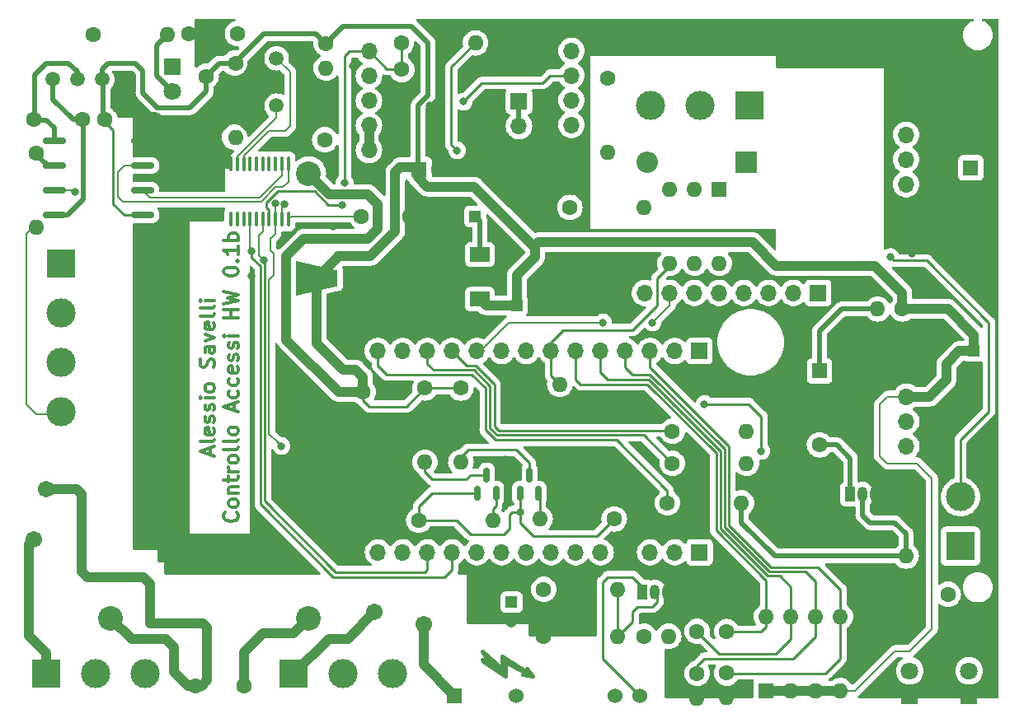
<source format=gbr>
%TF.GenerationSoftware,KiCad,Pcbnew,7.0.1*%
%TF.CreationDate,2023-09-22T18:52:24+02:00*%
%TF.ProjectId,Scheda Attivatore,53636865-6461-4204-9174-74697661746f,rev?*%
%TF.SameCoordinates,Original*%
%TF.FileFunction,Copper,L1,Top*%
%TF.FilePolarity,Positive*%
%FSLAX46Y46*%
G04 Gerber Fmt 4.6, Leading zero omitted, Abs format (unit mm)*
G04 Created by KiCad (PCBNEW 7.0.1) date 2023-09-22 18:52:24*
%MOMM*%
%LPD*%
G01*
G04 APERTURE LIST*
G04 Aperture macros list*
%AMRoundRect*
0 Rectangle with rounded corners*
0 $1 Rounding radius*
0 $2 $3 $4 $5 $6 $7 $8 $9 X,Y pos of 4 corners*
0 Add a 4 corners polygon primitive as box body*
4,1,4,$2,$3,$4,$5,$6,$7,$8,$9,$2,$3,0*
0 Add four circle primitives for the rounded corners*
1,1,$1+$1,$2,$3*
1,1,$1+$1,$4,$5*
1,1,$1+$1,$6,$7*
1,1,$1+$1,$8,$9*
0 Add four rect primitives between the rounded corners*
20,1,$1+$1,$2,$3,$4,$5,0*
20,1,$1+$1,$4,$5,$6,$7,0*
20,1,$1+$1,$6,$7,$8,$9,0*
20,1,$1+$1,$8,$9,$2,$3,0*%
%AMOutline4P*
0 Free polygon, 4 corners , with rotation*
0 The origin of the aperture is its center*
0 number of corners: always 4*
0 $1 to $8 corner X, Y*
0 $9 Rotation angle, in degrees counterclockwise*
0 create outline with 4 corners*
4,1,4,$1,$2,$3,$4,$5,$6,$7,$8,$1,$2,$9*%
G04 Aperture macros list end*
%ADD10C,0.300000*%
%TA.AperFunction,NonConductor*%
%ADD11C,0.300000*%
%TD*%
%TA.AperFunction,EtchedComponent*%
%ADD12C,0.381000*%
%TD*%
%TA.AperFunction,ComponentPad*%
%ADD13R,1.700000X1.700000*%
%TD*%
%TA.AperFunction,ComponentPad*%
%ADD14O,1.700000X1.700000*%
%TD*%
%TA.AperFunction,ComponentPad*%
%ADD15R,1.600000X1.600000*%
%TD*%
%TA.AperFunction,ComponentPad*%
%ADD16C,1.600000*%
%TD*%
%TA.AperFunction,ComponentPad*%
%ADD17R,1.800000X1.800000*%
%TD*%
%TA.AperFunction,ComponentPad*%
%ADD18C,1.800000*%
%TD*%
%TA.AperFunction,ComponentPad*%
%ADD19O,1.600000X1.600000*%
%TD*%
%TA.AperFunction,SMDPad,CuDef*%
%ADD20RoundRect,0.150000X0.150000X-0.587500X0.150000X0.587500X-0.150000X0.587500X-0.150000X-0.587500X0*%
%TD*%
%TA.AperFunction,ComponentPad*%
%ADD21C,1.710000*%
%TD*%
%TA.AperFunction,ComponentPad*%
%ADD22R,3.000000X3.000000*%
%TD*%
%TA.AperFunction,ComponentPad*%
%ADD23C,3.000000*%
%TD*%
%TA.AperFunction,SMDPad,CuDef*%
%ADD24RoundRect,0.162500X1.012500X0.162500X-1.012500X0.162500X-1.012500X-0.162500X1.012500X-0.162500X0*%
%TD*%
%TA.AperFunction,SMDPad,CuDef*%
%ADD25Outline4P,-2.150000X-1.800000X2.150000X-0.800000X2.150000X0.800000X-2.150000X1.800000X0.000000*%
%TD*%
%TA.AperFunction,SMDPad,CuDef*%
%ADD26Outline4P,-2.150000X-1.800000X2.150000X-0.800000X2.150000X0.800000X-2.150000X1.800000X180.000000*%
%TD*%
%TA.AperFunction,ComponentPad*%
%ADD27R,1.200000X1.200000*%
%TD*%
%TA.AperFunction,ComponentPad*%
%ADD28C,1.200000*%
%TD*%
%TA.AperFunction,ComponentPad*%
%ADD29R,2.200000X2.200000*%
%TD*%
%TA.AperFunction,ComponentPad*%
%ADD30O,2.200000X2.200000*%
%TD*%
%TA.AperFunction,ComponentPad*%
%ADD31R,1.500000X1.500000*%
%TD*%
%TA.AperFunction,ComponentPad*%
%ADD32C,1.500000*%
%TD*%
%TA.AperFunction,SMDPad,CuDef*%
%ADD33RoundRect,0.100000X-0.100000X0.637500X-0.100000X-0.637500X0.100000X-0.637500X0.100000X0.637500X0*%
%TD*%
%TA.AperFunction,SMDPad,CuDef*%
%ADD34R,2.000000X1.500000*%
%TD*%
%TA.AperFunction,SMDPad,CuDef*%
%ADD35R,2.000000X3.800000*%
%TD*%
%TA.AperFunction,ComponentPad*%
%ADD36R,1.524000X1.524000*%
%TD*%
%TA.AperFunction,ComponentPad*%
%ADD37C,1.524000*%
%TD*%
%TA.AperFunction,ComponentPad*%
%ADD38R,1.050000X1.500000*%
%TD*%
%TA.AperFunction,ComponentPad*%
%ADD39O,1.050000X1.500000*%
%TD*%
%TA.AperFunction,ComponentPad*%
%ADD40C,2.540000*%
%TD*%
%TA.AperFunction,ViaPad*%
%ADD41C,0.800000*%
%TD*%
%TA.AperFunction,Conductor*%
%ADD42C,0.500000*%
%TD*%
%TA.AperFunction,Conductor*%
%ADD43C,0.250000*%
%TD*%
%TA.AperFunction,Conductor*%
%ADD44C,1.000000*%
%TD*%
%TA.AperFunction,Conductor*%
%ADD45C,0.200000*%
%TD*%
G04 APERTURE END LIST*
D10*
D11*
X127320357Y-108345084D02*
X127320357Y-107630799D01*
X127748928Y-108487941D02*
X126248928Y-107987941D01*
X126248928Y-107987941D02*
X127748928Y-107487941D01*
X127748928Y-106773656D02*
X127677500Y-106916513D01*
X127677500Y-106916513D02*
X127534642Y-106987942D01*
X127534642Y-106987942D02*
X126248928Y-106987942D01*
X127677500Y-105630799D02*
X127748928Y-105773656D01*
X127748928Y-105773656D02*
X127748928Y-106059371D01*
X127748928Y-106059371D02*
X127677500Y-106202228D01*
X127677500Y-106202228D02*
X127534642Y-106273656D01*
X127534642Y-106273656D02*
X126963214Y-106273656D01*
X126963214Y-106273656D02*
X126820357Y-106202228D01*
X126820357Y-106202228D02*
X126748928Y-106059371D01*
X126748928Y-106059371D02*
X126748928Y-105773656D01*
X126748928Y-105773656D02*
X126820357Y-105630799D01*
X126820357Y-105630799D02*
X126963214Y-105559371D01*
X126963214Y-105559371D02*
X127106071Y-105559371D01*
X127106071Y-105559371D02*
X127248928Y-106273656D01*
X127677500Y-104987942D02*
X127748928Y-104845085D01*
X127748928Y-104845085D02*
X127748928Y-104559371D01*
X127748928Y-104559371D02*
X127677500Y-104416514D01*
X127677500Y-104416514D02*
X127534642Y-104345085D01*
X127534642Y-104345085D02*
X127463214Y-104345085D01*
X127463214Y-104345085D02*
X127320357Y-104416514D01*
X127320357Y-104416514D02*
X127248928Y-104559371D01*
X127248928Y-104559371D02*
X127248928Y-104773657D01*
X127248928Y-104773657D02*
X127177500Y-104916514D01*
X127177500Y-104916514D02*
X127034642Y-104987942D01*
X127034642Y-104987942D02*
X126963214Y-104987942D01*
X126963214Y-104987942D02*
X126820357Y-104916514D01*
X126820357Y-104916514D02*
X126748928Y-104773657D01*
X126748928Y-104773657D02*
X126748928Y-104559371D01*
X126748928Y-104559371D02*
X126820357Y-104416514D01*
X127677500Y-103773656D02*
X127748928Y-103630799D01*
X127748928Y-103630799D02*
X127748928Y-103345085D01*
X127748928Y-103345085D02*
X127677500Y-103202228D01*
X127677500Y-103202228D02*
X127534642Y-103130799D01*
X127534642Y-103130799D02*
X127463214Y-103130799D01*
X127463214Y-103130799D02*
X127320357Y-103202228D01*
X127320357Y-103202228D02*
X127248928Y-103345085D01*
X127248928Y-103345085D02*
X127248928Y-103559371D01*
X127248928Y-103559371D02*
X127177500Y-103702228D01*
X127177500Y-103702228D02*
X127034642Y-103773656D01*
X127034642Y-103773656D02*
X126963214Y-103773656D01*
X126963214Y-103773656D02*
X126820357Y-103702228D01*
X126820357Y-103702228D02*
X126748928Y-103559371D01*
X126748928Y-103559371D02*
X126748928Y-103345085D01*
X126748928Y-103345085D02*
X126820357Y-103202228D01*
X127748928Y-102487942D02*
X126748928Y-102487942D01*
X126248928Y-102487942D02*
X126320357Y-102559370D01*
X126320357Y-102559370D02*
X126391785Y-102487942D01*
X126391785Y-102487942D02*
X126320357Y-102416513D01*
X126320357Y-102416513D02*
X126248928Y-102487942D01*
X126248928Y-102487942D02*
X126391785Y-102487942D01*
X127748928Y-101559370D02*
X127677500Y-101702227D01*
X127677500Y-101702227D02*
X127606071Y-101773656D01*
X127606071Y-101773656D02*
X127463214Y-101845084D01*
X127463214Y-101845084D02*
X127034642Y-101845084D01*
X127034642Y-101845084D02*
X126891785Y-101773656D01*
X126891785Y-101773656D02*
X126820357Y-101702227D01*
X126820357Y-101702227D02*
X126748928Y-101559370D01*
X126748928Y-101559370D02*
X126748928Y-101345084D01*
X126748928Y-101345084D02*
X126820357Y-101202227D01*
X126820357Y-101202227D02*
X126891785Y-101130799D01*
X126891785Y-101130799D02*
X127034642Y-101059370D01*
X127034642Y-101059370D02*
X127463214Y-101059370D01*
X127463214Y-101059370D02*
X127606071Y-101130799D01*
X127606071Y-101130799D02*
X127677500Y-101202227D01*
X127677500Y-101202227D02*
X127748928Y-101345084D01*
X127748928Y-101345084D02*
X127748928Y-101559370D01*
X127677500Y-99345084D02*
X127748928Y-99130799D01*
X127748928Y-99130799D02*
X127748928Y-98773656D01*
X127748928Y-98773656D02*
X127677500Y-98630799D01*
X127677500Y-98630799D02*
X127606071Y-98559370D01*
X127606071Y-98559370D02*
X127463214Y-98487941D01*
X127463214Y-98487941D02*
X127320357Y-98487941D01*
X127320357Y-98487941D02*
X127177500Y-98559370D01*
X127177500Y-98559370D02*
X127106071Y-98630799D01*
X127106071Y-98630799D02*
X127034642Y-98773656D01*
X127034642Y-98773656D02*
X126963214Y-99059370D01*
X126963214Y-99059370D02*
X126891785Y-99202227D01*
X126891785Y-99202227D02*
X126820357Y-99273656D01*
X126820357Y-99273656D02*
X126677500Y-99345084D01*
X126677500Y-99345084D02*
X126534642Y-99345084D01*
X126534642Y-99345084D02*
X126391785Y-99273656D01*
X126391785Y-99273656D02*
X126320357Y-99202227D01*
X126320357Y-99202227D02*
X126248928Y-99059370D01*
X126248928Y-99059370D02*
X126248928Y-98702227D01*
X126248928Y-98702227D02*
X126320357Y-98487941D01*
X127748928Y-97202228D02*
X126963214Y-97202228D01*
X126963214Y-97202228D02*
X126820357Y-97273656D01*
X126820357Y-97273656D02*
X126748928Y-97416513D01*
X126748928Y-97416513D02*
X126748928Y-97702228D01*
X126748928Y-97702228D02*
X126820357Y-97845085D01*
X127677500Y-97202228D02*
X127748928Y-97345085D01*
X127748928Y-97345085D02*
X127748928Y-97702228D01*
X127748928Y-97702228D02*
X127677500Y-97845085D01*
X127677500Y-97845085D02*
X127534642Y-97916513D01*
X127534642Y-97916513D02*
X127391785Y-97916513D01*
X127391785Y-97916513D02*
X127248928Y-97845085D01*
X127248928Y-97845085D02*
X127177500Y-97702228D01*
X127177500Y-97702228D02*
X127177500Y-97345085D01*
X127177500Y-97345085D02*
X127106071Y-97202228D01*
X126748928Y-96630799D02*
X127748928Y-96273656D01*
X127748928Y-96273656D02*
X126748928Y-95916513D01*
X127677500Y-94773656D02*
X127748928Y-94916513D01*
X127748928Y-94916513D02*
X127748928Y-95202228D01*
X127748928Y-95202228D02*
X127677500Y-95345085D01*
X127677500Y-95345085D02*
X127534642Y-95416513D01*
X127534642Y-95416513D02*
X126963214Y-95416513D01*
X126963214Y-95416513D02*
X126820357Y-95345085D01*
X126820357Y-95345085D02*
X126748928Y-95202228D01*
X126748928Y-95202228D02*
X126748928Y-94916513D01*
X126748928Y-94916513D02*
X126820357Y-94773656D01*
X126820357Y-94773656D02*
X126963214Y-94702228D01*
X126963214Y-94702228D02*
X127106071Y-94702228D01*
X127106071Y-94702228D02*
X127248928Y-95416513D01*
X127748928Y-93845085D02*
X127677500Y-93987942D01*
X127677500Y-93987942D02*
X127534642Y-94059371D01*
X127534642Y-94059371D02*
X126248928Y-94059371D01*
X127748928Y-93059371D02*
X127677500Y-93202228D01*
X127677500Y-93202228D02*
X127534642Y-93273657D01*
X127534642Y-93273657D02*
X126248928Y-93273657D01*
X127748928Y-92487943D02*
X126748928Y-92487943D01*
X126248928Y-92487943D02*
X126320357Y-92559371D01*
X126320357Y-92559371D02*
X126391785Y-92487943D01*
X126391785Y-92487943D02*
X126320357Y-92416514D01*
X126320357Y-92416514D02*
X126248928Y-92487943D01*
X126248928Y-92487943D02*
X126391785Y-92487943D01*
X130036071Y-114273656D02*
X130107500Y-114345084D01*
X130107500Y-114345084D02*
X130178928Y-114559370D01*
X130178928Y-114559370D02*
X130178928Y-114702227D01*
X130178928Y-114702227D02*
X130107500Y-114916513D01*
X130107500Y-114916513D02*
X129964642Y-115059370D01*
X129964642Y-115059370D02*
X129821785Y-115130799D01*
X129821785Y-115130799D02*
X129536071Y-115202227D01*
X129536071Y-115202227D02*
X129321785Y-115202227D01*
X129321785Y-115202227D02*
X129036071Y-115130799D01*
X129036071Y-115130799D02*
X128893214Y-115059370D01*
X128893214Y-115059370D02*
X128750357Y-114916513D01*
X128750357Y-114916513D02*
X128678928Y-114702227D01*
X128678928Y-114702227D02*
X128678928Y-114559370D01*
X128678928Y-114559370D02*
X128750357Y-114345084D01*
X128750357Y-114345084D02*
X128821785Y-114273656D01*
X130178928Y-113416513D02*
X130107500Y-113559370D01*
X130107500Y-113559370D02*
X130036071Y-113630799D01*
X130036071Y-113630799D02*
X129893214Y-113702227D01*
X129893214Y-113702227D02*
X129464642Y-113702227D01*
X129464642Y-113702227D02*
X129321785Y-113630799D01*
X129321785Y-113630799D02*
X129250357Y-113559370D01*
X129250357Y-113559370D02*
X129178928Y-113416513D01*
X129178928Y-113416513D02*
X129178928Y-113202227D01*
X129178928Y-113202227D02*
X129250357Y-113059370D01*
X129250357Y-113059370D02*
X129321785Y-112987942D01*
X129321785Y-112987942D02*
X129464642Y-112916513D01*
X129464642Y-112916513D02*
X129893214Y-112916513D01*
X129893214Y-112916513D02*
X130036071Y-112987942D01*
X130036071Y-112987942D02*
X130107500Y-113059370D01*
X130107500Y-113059370D02*
X130178928Y-113202227D01*
X130178928Y-113202227D02*
X130178928Y-113416513D01*
X129178928Y-112273656D02*
X130178928Y-112273656D01*
X129321785Y-112273656D02*
X129250357Y-112202227D01*
X129250357Y-112202227D02*
X129178928Y-112059370D01*
X129178928Y-112059370D02*
X129178928Y-111845084D01*
X129178928Y-111845084D02*
X129250357Y-111702227D01*
X129250357Y-111702227D02*
X129393214Y-111630799D01*
X129393214Y-111630799D02*
X130178928Y-111630799D01*
X129178928Y-111130798D02*
X129178928Y-110559370D01*
X128678928Y-110916513D02*
X129964642Y-110916513D01*
X129964642Y-110916513D02*
X130107500Y-110845084D01*
X130107500Y-110845084D02*
X130178928Y-110702227D01*
X130178928Y-110702227D02*
X130178928Y-110559370D01*
X130178928Y-110059370D02*
X129178928Y-110059370D01*
X129464642Y-110059370D02*
X129321785Y-109987941D01*
X129321785Y-109987941D02*
X129250357Y-109916513D01*
X129250357Y-109916513D02*
X129178928Y-109773655D01*
X129178928Y-109773655D02*
X129178928Y-109630798D01*
X130178928Y-108916513D02*
X130107500Y-109059370D01*
X130107500Y-109059370D02*
X130036071Y-109130799D01*
X130036071Y-109130799D02*
X129893214Y-109202227D01*
X129893214Y-109202227D02*
X129464642Y-109202227D01*
X129464642Y-109202227D02*
X129321785Y-109130799D01*
X129321785Y-109130799D02*
X129250357Y-109059370D01*
X129250357Y-109059370D02*
X129178928Y-108916513D01*
X129178928Y-108916513D02*
X129178928Y-108702227D01*
X129178928Y-108702227D02*
X129250357Y-108559370D01*
X129250357Y-108559370D02*
X129321785Y-108487942D01*
X129321785Y-108487942D02*
X129464642Y-108416513D01*
X129464642Y-108416513D02*
X129893214Y-108416513D01*
X129893214Y-108416513D02*
X130036071Y-108487942D01*
X130036071Y-108487942D02*
X130107500Y-108559370D01*
X130107500Y-108559370D02*
X130178928Y-108702227D01*
X130178928Y-108702227D02*
X130178928Y-108916513D01*
X130178928Y-107559370D02*
X130107500Y-107702227D01*
X130107500Y-107702227D02*
X129964642Y-107773656D01*
X129964642Y-107773656D02*
X128678928Y-107773656D01*
X130178928Y-106773656D02*
X130107500Y-106916513D01*
X130107500Y-106916513D02*
X129964642Y-106987942D01*
X129964642Y-106987942D02*
X128678928Y-106987942D01*
X130178928Y-105987942D02*
X130107500Y-106130799D01*
X130107500Y-106130799D02*
X130036071Y-106202228D01*
X130036071Y-106202228D02*
X129893214Y-106273656D01*
X129893214Y-106273656D02*
X129464642Y-106273656D01*
X129464642Y-106273656D02*
X129321785Y-106202228D01*
X129321785Y-106202228D02*
X129250357Y-106130799D01*
X129250357Y-106130799D02*
X129178928Y-105987942D01*
X129178928Y-105987942D02*
X129178928Y-105773656D01*
X129178928Y-105773656D02*
X129250357Y-105630799D01*
X129250357Y-105630799D02*
X129321785Y-105559371D01*
X129321785Y-105559371D02*
X129464642Y-105487942D01*
X129464642Y-105487942D02*
X129893214Y-105487942D01*
X129893214Y-105487942D02*
X130036071Y-105559371D01*
X130036071Y-105559371D02*
X130107500Y-105630799D01*
X130107500Y-105630799D02*
X130178928Y-105773656D01*
X130178928Y-105773656D02*
X130178928Y-105987942D01*
X129750357Y-103773656D02*
X129750357Y-103059371D01*
X130178928Y-103916513D02*
X128678928Y-103416513D01*
X128678928Y-103416513D02*
X130178928Y-102916513D01*
X130107500Y-101773657D02*
X130178928Y-101916514D01*
X130178928Y-101916514D02*
X130178928Y-102202228D01*
X130178928Y-102202228D02*
X130107500Y-102345085D01*
X130107500Y-102345085D02*
X130036071Y-102416514D01*
X130036071Y-102416514D02*
X129893214Y-102487942D01*
X129893214Y-102487942D02*
X129464642Y-102487942D01*
X129464642Y-102487942D02*
X129321785Y-102416514D01*
X129321785Y-102416514D02*
X129250357Y-102345085D01*
X129250357Y-102345085D02*
X129178928Y-102202228D01*
X129178928Y-102202228D02*
X129178928Y-101916514D01*
X129178928Y-101916514D02*
X129250357Y-101773657D01*
X130107500Y-100487943D02*
X130178928Y-100630800D01*
X130178928Y-100630800D02*
X130178928Y-100916514D01*
X130178928Y-100916514D02*
X130107500Y-101059371D01*
X130107500Y-101059371D02*
X130036071Y-101130800D01*
X130036071Y-101130800D02*
X129893214Y-101202228D01*
X129893214Y-101202228D02*
X129464642Y-101202228D01*
X129464642Y-101202228D02*
X129321785Y-101130800D01*
X129321785Y-101130800D02*
X129250357Y-101059371D01*
X129250357Y-101059371D02*
X129178928Y-100916514D01*
X129178928Y-100916514D02*
X129178928Y-100630800D01*
X129178928Y-100630800D02*
X129250357Y-100487943D01*
X130107500Y-99273657D02*
X130178928Y-99416514D01*
X130178928Y-99416514D02*
X130178928Y-99702229D01*
X130178928Y-99702229D02*
X130107500Y-99845086D01*
X130107500Y-99845086D02*
X129964642Y-99916514D01*
X129964642Y-99916514D02*
X129393214Y-99916514D01*
X129393214Y-99916514D02*
X129250357Y-99845086D01*
X129250357Y-99845086D02*
X129178928Y-99702229D01*
X129178928Y-99702229D02*
X129178928Y-99416514D01*
X129178928Y-99416514D02*
X129250357Y-99273657D01*
X129250357Y-99273657D02*
X129393214Y-99202229D01*
X129393214Y-99202229D02*
X129536071Y-99202229D01*
X129536071Y-99202229D02*
X129678928Y-99916514D01*
X130107500Y-98630800D02*
X130178928Y-98487943D01*
X130178928Y-98487943D02*
X130178928Y-98202229D01*
X130178928Y-98202229D02*
X130107500Y-98059372D01*
X130107500Y-98059372D02*
X129964642Y-97987943D01*
X129964642Y-97987943D02*
X129893214Y-97987943D01*
X129893214Y-97987943D02*
X129750357Y-98059372D01*
X129750357Y-98059372D02*
X129678928Y-98202229D01*
X129678928Y-98202229D02*
X129678928Y-98416515D01*
X129678928Y-98416515D02*
X129607500Y-98559372D01*
X129607500Y-98559372D02*
X129464642Y-98630800D01*
X129464642Y-98630800D02*
X129393214Y-98630800D01*
X129393214Y-98630800D02*
X129250357Y-98559372D01*
X129250357Y-98559372D02*
X129178928Y-98416515D01*
X129178928Y-98416515D02*
X129178928Y-98202229D01*
X129178928Y-98202229D02*
X129250357Y-98059372D01*
X130107500Y-97416514D02*
X130178928Y-97273657D01*
X130178928Y-97273657D02*
X130178928Y-96987943D01*
X130178928Y-96987943D02*
X130107500Y-96845086D01*
X130107500Y-96845086D02*
X129964642Y-96773657D01*
X129964642Y-96773657D02*
X129893214Y-96773657D01*
X129893214Y-96773657D02*
X129750357Y-96845086D01*
X129750357Y-96845086D02*
X129678928Y-96987943D01*
X129678928Y-96987943D02*
X129678928Y-97202229D01*
X129678928Y-97202229D02*
X129607500Y-97345086D01*
X129607500Y-97345086D02*
X129464642Y-97416514D01*
X129464642Y-97416514D02*
X129393214Y-97416514D01*
X129393214Y-97416514D02*
X129250357Y-97345086D01*
X129250357Y-97345086D02*
X129178928Y-97202229D01*
X129178928Y-97202229D02*
X129178928Y-96987943D01*
X129178928Y-96987943D02*
X129250357Y-96845086D01*
X130178928Y-96130800D02*
X129178928Y-96130800D01*
X128678928Y-96130800D02*
X128750357Y-96202228D01*
X128750357Y-96202228D02*
X128821785Y-96130800D01*
X128821785Y-96130800D02*
X128750357Y-96059371D01*
X128750357Y-96059371D02*
X128678928Y-96130800D01*
X128678928Y-96130800D02*
X128821785Y-96130800D01*
X130178928Y-94273657D02*
X128678928Y-94273657D01*
X129393214Y-94273657D02*
X129393214Y-93416514D01*
X130178928Y-93416514D02*
X128678928Y-93416514D01*
X128678928Y-92845085D02*
X130178928Y-92487942D01*
X130178928Y-92487942D02*
X129107500Y-92202228D01*
X129107500Y-92202228D02*
X130178928Y-91916513D01*
X130178928Y-91916513D02*
X128678928Y-91559371D01*
X128678928Y-89559370D02*
X128678928Y-89416513D01*
X128678928Y-89416513D02*
X128750357Y-89273656D01*
X128750357Y-89273656D02*
X128821785Y-89202228D01*
X128821785Y-89202228D02*
X128964642Y-89130799D01*
X128964642Y-89130799D02*
X129250357Y-89059370D01*
X129250357Y-89059370D02*
X129607500Y-89059370D01*
X129607500Y-89059370D02*
X129893214Y-89130799D01*
X129893214Y-89130799D02*
X130036071Y-89202228D01*
X130036071Y-89202228D02*
X130107500Y-89273656D01*
X130107500Y-89273656D02*
X130178928Y-89416513D01*
X130178928Y-89416513D02*
X130178928Y-89559370D01*
X130178928Y-89559370D02*
X130107500Y-89702228D01*
X130107500Y-89702228D02*
X130036071Y-89773656D01*
X130036071Y-89773656D02*
X129893214Y-89845085D01*
X129893214Y-89845085D02*
X129607500Y-89916513D01*
X129607500Y-89916513D02*
X129250357Y-89916513D01*
X129250357Y-89916513D02*
X128964642Y-89845085D01*
X128964642Y-89845085D02*
X128821785Y-89773656D01*
X128821785Y-89773656D02*
X128750357Y-89702228D01*
X128750357Y-89702228D02*
X128678928Y-89559370D01*
X130036071Y-88416514D02*
X130107500Y-88345085D01*
X130107500Y-88345085D02*
X130178928Y-88416514D01*
X130178928Y-88416514D02*
X130107500Y-88487942D01*
X130107500Y-88487942D02*
X130036071Y-88416514D01*
X130036071Y-88416514D02*
X130178928Y-88416514D01*
X130178928Y-86916513D02*
X130178928Y-87773656D01*
X130178928Y-87345085D02*
X128678928Y-87345085D01*
X128678928Y-87345085D02*
X128893214Y-87487942D01*
X128893214Y-87487942D02*
X129036071Y-87630799D01*
X129036071Y-87630799D02*
X129107500Y-87773656D01*
X130178928Y-86273657D02*
X128678928Y-86273657D01*
X129250357Y-86273657D02*
X129178928Y-86130800D01*
X129178928Y-86130800D02*
X129178928Y-85845085D01*
X129178928Y-85845085D02*
X129250357Y-85702228D01*
X129250357Y-85702228D02*
X129321785Y-85630800D01*
X129321785Y-85630800D02*
X129464642Y-85559371D01*
X129464642Y-85559371D02*
X129893214Y-85559371D01*
X129893214Y-85559371D02*
X130036071Y-85630800D01*
X130036071Y-85630800D02*
X130107500Y-85702228D01*
X130107500Y-85702228D02*
X130178928Y-85845085D01*
X130178928Y-85845085D02*
X130178928Y-86130800D01*
X130178928Y-86130800D02*
X130107500Y-86273657D01*
D12*
%TO.C,*%
X157609500Y-131070000D02*
X157609500Y-129673000D01*
X160403500Y-131070000D02*
X159768500Y-130308000D01*
X159387500Y-130943000D02*
X160403500Y-131070000D01*
X159895500Y-130816000D02*
X159387500Y-130943000D01*
X160022500Y-130816000D02*
X157228500Y-129038000D01*
X157482500Y-130689000D02*
X157482500Y-129419000D01*
X157228500Y-130308000D02*
X155196500Y-128530000D01*
X159768500Y-130308000D02*
X160022500Y-130816000D01*
X157609500Y-129673000D02*
X159895500Y-130816000D01*
X155323500Y-129546000D02*
X157609500Y-131070000D01*
X155577500Y-129292000D02*
X157482500Y-130689000D01*
X155704500Y-129292000D02*
X155196500Y-129419000D01*
X157228500Y-129038000D02*
X157228500Y-130308000D01*
X155196500Y-128530000D02*
X155704500Y-129292000D01*
%TD*%
D13*
%TO.P,U3_1,1,Pin_1*%
%TO.N,Net-(U3_1-Pin_1)*%
X159004000Y-72004000D03*
D14*
%TO.P,U3_1,2,Pin_2*%
X159004000Y-74544000D03*
%TD*%
D15*
%TO.P,C11,1*%
%TO.N,+5V*%
X205400000Y-78844888D03*
D16*
%TO.P,C11,2*%
%TO.N,GND*%
X205400000Y-80844888D03*
%TD*%
D17*
%TO.P,LD3,1,K*%
%TO.N,GND*%
X199136000Y-133096000D03*
D18*
%TO.P,LD3,2,A*%
%TO.N,Net-(LD3-A)*%
X199136000Y-130556000D03*
%TD*%
D16*
%TO.P,MOV1,1*%
%TO.N,Net-(U10-AC(L))*%
X125810000Y-132080000D03*
%TO.P,MOV1,2*%
%TO.N,Net-(CN5-Pin_3)*%
X130810000Y-132080000D03*
%TD*%
%TO.P,R17,1*%
%TO.N,A3*%
X177292000Y-130810000D03*
D19*
%TO.P,R17,2*%
%TO.N,GND*%
X177292000Y-133350000D03*
%TD*%
D16*
%TO.P,R21,1*%
%TO.N,D10*%
X146964400Y-68732400D03*
D19*
%TO.P,R21,2*%
%TO.N,GND*%
X154584400Y-68732400D03*
%TD*%
D13*
%TO.P,U3,1,Pin_1*%
%TO.N,GND*%
X198755000Y-72898000D03*
D14*
%TO.P,U3,2,Pin_2*%
%TO.N,+5V*%
X198755000Y-75438000D03*
%TO.P,U3,3,Pin_3*%
%TO.N,SDA*%
X198755000Y-77978000D03*
%TO.P,U3,4,Pin_4*%
%TO.N,SCL*%
X198755000Y-80518000D03*
%TD*%
D13*
%TO.P,U1,1,Pin_1*%
%TO.N,AREF*%
X177536000Y-97663000D03*
D14*
%TO.P,U1,2,Pin_2*%
%TO.N,DAC0{slash}A0*%
X174996000Y-97663000D03*
%TO.P,U1,3,Pin_3*%
%TO.N,A1*%
X172456000Y-97663000D03*
%TO.P,U1,4,Pin_4*%
%TO.N,A2*%
X169916000Y-97663000D03*
%TO.P,U1,5,Pin_5*%
%TO.N,A3*%
X167376000Y-97663000D03*
%TO.P,U1,6,Pin_6*%
%TO.N,A4*%
X164836000Y-97663000D03*
%TO.P,U1,7,Pin_7*%
%TO.N,A5*%
X162296000Y-97663000D03*
%TO.P,U1,8,Pin_8*%
%TO.N,A6*%
X159756000Y-97663000D03*
%TO.P,U1,9,Pin_9*%
%TO.N,D0*%
X157216000Y-97663000D03*
%TO.P,U1,10,Pin_10*%
%TO.N,D1*%
X154676000Y-97663000D03*
%TO.P,U1,11,Pin_11*%
%TO.N,D2*%
X152136000Y-97663000D03*
%TO.P,U1,12,Pin_12*%
%TO.N,D3*%
X149596000Y-97663000D03*
%TO.P,U1,13,Pin_13*%
%TO.N,D4*%
X147056000Y-97663000D03*
%TO.P,U1,14,Pin_14*%
%TO.N,BUZZER*%
X144516000Y-97663000D03*
%TD*%
D20*
%TO.P,T4,1,G*%
%TO.N,+3.3V*%
X159131000Y-112268000D03*
%TO.P,T4,2,S*%
%TO.N,D12*%
X161031000Y-112268000D03*
%TO.P,T4,3,D*%
%TO.N,SCL*%
X160081000Y-110393000D03*
%TD*%
D16*
%TO.P,R25,1*%
%TO.N,+5V*%
X149352000Y-101473000D03*
D19*
%TO.P,R25,2*%
%TO.N,SDA*%
X149352000Y-109093000D03*
%TD*%
D16*
%TO.P,R9,1*%
%TO.N,D4*%
X161544000Y-122174000D03*
D19*
%TO.P,R9,2*%
%TO.N,Net-(T2-B)*%
X169164000Y-122174000D03*
%TD*%
D15*
%TO.P,U9,1*%
%TO.N,Net-(R13-Pad2)*%
X179578000Y-81026000D03*
D19*
%TO.P,U9,2*%
%TO.N,Net-(D1-A)*%
X177038000Y-81026000D03*
%TO.P,U9,3,NC*%
%TO.N,unconnected-(U9-NC-Pad3)*%
X174498000Y-81026000D03*
%TO.P,U9,4*%
%TO.N,A5*%
X174498000Y-88646000D03*
%TO.P,U9,5*%
%TO.N,+3.3V*%
X177038000Y-88646000D03*
%TO.P,U9,6*%
%TO.N,unconnected-(U9-Pad6)*%
X179578000Y-88646000D03*
%TD*%
D16*
%TO.P,C5,1*%
%TO.N,Net-(U6-OSC1)*%
X139065000Y-75946000D03*
%TO.P,C5,2*%
%TO.N,GND*%
X139065000Y-70946000D03*
%TD*%
%TO.P,R19,1*%
%TO.N,D3*%
X174752000Y-109220000D03*
D19*
%TO.P,R19,2*%
%TO.N,Net-(LD2-A)*%
X182372000Y-109220000D03*
%TD*%
D16*
%TO.P,R4,1*%
%TO.N,+5C*%
X115265200Y-65125600D03*
D19*
%TO.P,R4,2*%
%TO.N,Net-(LD1-A)*%
X122885200Y-65125600D03*
%TD*%
D16*
%TO.P,R10,1*%
%TO.N,GND*%
X161544000Y-127000000D03*
D19*
%TO.P,R10,2*%
%TO.N,Net-(T2-B)*%
X169164000Y-127000000D03*
%TD*%
D17*
%TO.P,LD2,1,K*%
%TO.N,GND*%
X205232000Y-133096000D03*
D18*
%TO.P,LD2,2,A*%
%TO.N,Net-(LD2-A)*%
X205232000Y-130556000D03*
%TD*%
D16*
%TO.P,R6,1*%
%TO.N,BUZZER*%
X174244000Y-113284000D03*
D19*
%TO.P,R6,2*%
%TO.N,Net-(T1-B)*%
X181864000Y-113284000D03*
%TD*%
D16*
%TO.P,R12,1*%
%TO.N,GND*%
X163195000Y-108712000D03*
D19*
%TO.P,R12,2*%
%TO.N,A5*%
X163195000Y-101092000D03*
%TD*%
D21*
%TO.P,F2,1*%
%TO.N,Net-(CN5-Pin_1)*%
X109220000Y-117012400D03*
%TO.P,F2,2*%
%TO.N,Net-(U10-AC(L))*%
X110420000Y-111912400D03*
%TD*%
D16*
%TO.P,R24,1*%
%TO.N,+3.3V*%
X148717000Y-115062000D03*
D19*
%TO.P,R24,2*%
%TO.N,D11*%
X156337000Y-115062000D03*
%TD*%
D16*
%TO.P,R5,1*%
%TO.N,+5V*%
X198374000Y-93345000D03*
D19*
%TO.P,R5,2*%
%TO.N,Net-(BZ1--)*%
X195834000Y-93345000D03*
%TD*%
D16*
%TO.P,R16,1*%
%TO.N,A2*%
X177292000Y-126492000D03*
D19*
%TO.P,R16,2*%
%TO.N,GND*%
X177292000Y-123952000D03*
%TD*%
D20*
%TO.P,T3,1,G*%
%TO.N,+3.3V*%
X154752000Y-112268000D03*
%TO.P,T3,2,S*%
%TO.N,D11*%
X156652000Y-112268000D03*
%TO.P,T3,3,D*%
%TO.N,SDA*%
X155702000Y-110393000D03*
%TD*%
D22*
%TO.P,CN3,1,Pin_1*%
%TO.N,Net-(CN3-Pin_1)*%
X135890000Y-130810000D03*
D23*
%TO.P,CN3,2,Pin_2*%
%TO.N,unconnected-(CN3-Pin_2-Pad2)*%
X140970000Y-130810000D03*
%TO.P,CN3,3,Pin_3*%
%TO.N,Net-(CN3-Pin_3)*%
X146050000Y-130810000D03*
%TD*%
D24*
%TO.P,U7,1,VCC1*%
%TO.N,+5V*%
X120349000Y-83693000D03*
%TO.P,U7,2,RXD*%
%TO.N,Net-(U6-RXCAN)*%
X120349000Y-81153000D03*
%TO.P,U7,3,TXD*%
%TO.N,Net-(U6-TXCAN)*%
X120349000Y-78613000D03*
%TO.P,U7,4,GND1*%
%TO.N,GND*%
X120349000Y-76073000D03*
%TO.P,U7,5,GND2*%
%TO.N,GNDD*%
X111299000Y-76073000D03*
%TO.P,U7,6,CANL*%
%TO.N,Net-(CN1-Pin_2)*%
X111299000Y-78613000D03*
%TO.P,U7,7,CANH*%
%TO.N,Net-(CN1-Pin_1)*%
X111299000Y-81153000D03*
%TO.P,U7,8,VCC2*%
%TO.N,+5C*%
X111299000Y-83693000D03*
%TD*%
D16*
%TO.P,R2,1*%
%TO.N,+5V*%
X139192000Y-66040000D03*
D19*
%TO.P,R2,2*%
%TO.N,CS_CAN*%
X139192000Y-68580000D03*
%TD*%
D25*
%TO.P,DZ1,1,K*%
%TO.N,+5V*%
X138253000Y-90170000D03*
D26*
%TO.P,DZ1,2,A*%
%TO.N,GND*%
X144653000Y-90170000D03*
%TD*%
D17*
%TO.P,LD1,1,K*%
%TO.N,GNDD*%
X123444000Y-68453000D03*
D18*
%TO.P,LD1,2,A*%
%TO.N,Net-(LD1-A)*%
X123444000Y-70993000D03*
%TD*%
D21*
%TO.P,F1,1*%
%TO.N,Net-(F1-Pad1)*%
X149225000Y-125730000D03*
%TO.P,F1,2*%
%TO.N,Net-(CN3-Pin_1)*%
X144125000Y-124530000D03*
%TD*%
D16*
%TO.P,R11,1*%
%TO.N,+5V*%
X171831000Y-127000000D03*
D19*
%TO.P,R11,2*%
%TO.N,Net-(R11-Pad2)*%
X174371000Y-127000000D03*
%TD*%
D22*
%TO.P,CN5,1,Pin_1*%
%TO.N,Net-(CN5-Pin_1)*%
X110490000Y-130810000D03*
D23*
%TO.P,CN5,2,Pin_2*%
%TO.N,unconnected-(CN5-Pin_2-Pad2)*%
X115570000Y-130810000D03*
%TO.P,CN5,3,Pin_3*%
%TO.N,Net-(CN5-Pin_3)*%
X120650000Y-130810000D03*
%TD*%
D16*
%TO.P,R15,1*%
%TO.N,A1*%
X180340000Y-126521000D03*
D19*
%TO.P,R15,2*%
%TO.N,GND*%
X180340000Y-123981000D03*
%TD*%
D27*
%TO.P,C13,1*%
%TO.N,+5V*%
X205740000Y-97663000D03*
D28*
%TO.P,C13,2*%
%TO.N,GND*%
X205740000Y-99663000D03*
%TD*%
D16*
%TO.P,R20,1*%
%TO.N,D2*%
X174752000Y-105918000D03*
D19*
%TO.P,R20,2*%
%TO.N,Net-(LD3-A)*%
X182372000Y-105918000D03*
%TD*%
D13*
%TO.P,U1_1,1,Pin_1*%
%TO.N,+5V*%
X177546000Y-118364000D03*
D14*
%TO.P,U1_1,2,Pin_2*%
%TO.N,VIN*%
X175006000Y-118364000D03*
%TO.P,U1_1,3,Pin_3*%
%TO.N,VCC*%
X172466000Y-118364000D03*
%TO.P,U1_1,4,Pin_4*%
%TO.N,GND*%
X169926000Y-118364000D03*
%TO.P,U1_1,5,Pin_5*%
%TO.N,RESET*%
X167386000Y-118364000D03*
%TO.P,U1_1,6,Pin_6*%
%TO.N,D14*%
X164846000Y-118364000D03*
%TO.P,U1_1,7,Pin_7*%
%TO.N,D13*%
X162306000Y-118364000D03*
%TO.P,U1_1,8,Pin_8*%
%TO.N,D12*%
X159766000Y-118364000D03*
%TO.P,U1_1,9,Pin_9*%
%TO.N,D11*%
X157226000Y-118364000D03*
%TO.P,U1_1,10,Pin_10*%
%TO.N,D10*%
X154686000Y-118364000D03*
%TO.P,U1_1,11,Pin_11*%
%TO.N,D9*%
X152146000Y-118364000D03*
%TO.P,U1_1,12,Pin_12*%
%TO.N,D8*%
X149606000Y-118364000D03*
%TO.P,U1_1,13,Pin_13*%
%TO.N,CS_ETH*%
X147066000Y-118364000D03*
%TO.P,U1_1,14,Pin_14*%
%TO.N,CS_CAN*%
X144526000Y-118364000D03*
%TD*%
D29*
%TO.P,D1,1,K*%
%TO.N,Net-(CN4-Pin_1)*%
X182372000Y-78232000D03*
D30*
%TO.P,D1,2,A*%
%TO.N,Net-(D1-A)*%
X172212000Y-78232000D03*
%TD*%
D16*
%TO.P,R26,1*%
%TO.N,+5V*%
X153035000Y-101473000D03*
D19*
%TO.P,R26,2*%
%TO.N,SCL*%
X153035000Y-109093000D03*
%TD*%
D22*
%TO.P,CN1,1,Pin_1*%
%TO.N,Net-(CN1-Pin_1)*%
X112014000Y-88646000D03*
D23*
%TO.P,CN1,2,Pin_2*%
%TO.N,Net-(CN1-Pin_2)*%
X112014000Y-93726000D03*
%TO.P,CN1,3,Pin_3*%
%TO.N,Net-(CN1-Pin_1)*%
X112014000Y-98806000D03*
%TO.P,CN1,4,Pin_4*%
%TO.N,Net-(CN1-Pin_4)*%
X112014000Y-103886000D03*
%TD*%
D16*
%TO.P,R14,1*%
%TO.N,Net-(CN4-Pin_2)*%
X168148000Y-69596000D03*
D19*
%TO.P,R14,2*%
%TO.N,Net-(R13-Pad2)*%
X168148000Y-77216000D03*
%TD*%
D13*
%TO.P,U4_1,1,Pin_1*%
%TO.N,unconnected-(U4_1-Pin_1-Pad1)*%
X189723000Y-91694000D03*
D14*
%TO.P,U4_1,2,Pin_2*%
%TO.N,unconnected-(U4_1-Pin_2-Pad2)*%
X187183000Y-91694000D03*
%TO.P,U4_1,3,Pin_3*%
%TO.N,unconnected-(U4_1-Pin_3-Pad3)*%
X184643000Y-91694000D03*
%TO.P,U4_1,4,Pin_4*%
%TO.N,unconnected-(U4_1-Pin_4-Pad4)*%
X182103000Y-91694000D03*
%TO.P,U4_1,5,Pin_5*%
%TO.N,unconnected-(U4_1-Pin_5-Pad5)*%
X179563000Y-91694000D03*
%TO.P,U4_1,6,Pin_6*%
%TO.N,unconnected-(U4_1-Pin_6-Pad6)*%
X177023000Y-91694000D03*
%TO.P,U4_1,7,Pin_7*%
%TO.N,D1*%
X174483000Y-91694000D03*
%TO.P,U4_1,8,Pin_8*%
%TO.N,unconnected-(U4_1-Pin_8-Pad8)*%
X171943000Y-91694000D03*
%TD*%
D31*
%TO.P,U8,1,-Vin*%
%TO.N,GND*%
X118745000Y-69747500D03*
D32*
%TO.P,U8,2,+Vin*%
%TO.N,+5V*%
X116205000Y-69747500D03*
%TO.P,U8,3,-Vout*%
%TO.N,GNDD*%
X113665000Y-69747500D03*
%TO.P,U8,4,+Vout*%
%TO.N,+5C*%
X111125000Y-69747500D03*
%TD*%
D16*
%TO.P,R22,1*%
%TO.N,D10*%
X146913600Y-65989200D03*
D19*
%TO.P,R22,2*%
%TO.N,Net-(U6-SO)*%
X154533600Y-65989200D03*
%TD*%
D33*
%TO.P,U6,1,TXCAN*%
%TO.N,Net-(U6-TXCAN)*%
X135300000Y-78400000D03*
%TO.P,U6,2,RXCAN*%
%TO.N,Net-(U6-RXCAN)*%
X134650000Y-78400000D03*
%TO.P,U6,3,CLKOUT/SOF*%
%TO.N,unconnected-(U6-CLKOUT{slash}SOF-Pad3)*%
X134000000Y-78400000D03*
%TO.P,U6,4,~{TX0RTS}*%
%TO.N,unconnected-(U6-~{TX0RTS}-Pad4)*%
X133350000Y-78400000D03*
%TO.P,U6,5,~{TX1RTS}*%
%TO.N,unconnected-(U6-~{TX1RTS}-Pad5)*%
X132700000Y-78400000D03*
%TO.P,U6,6,NC*%
%TO.N,unconnected-(U6-NC-Pad6)*%
X132050000Y-78400000D03*
%TO.P,U6,7,~{TX2RTS}*%
%TO.N,unconnected-(U6-~{TX2RTS}-Pad7)*%
X131400000Y-78400000D03*
%TO.P,U6,8,OSC2*%
%TO.N,Net-(U6-OSC2)*%
X130750000Y-78400000D03*
%TO.P,U6,9,OSC1*%
%TO.N,Net-(U6-OSC1)*%
X130100000Y-78400000D03*
%TO.P,U6,10,VSS*%
%TO.N,GND*%
X129450000Y-78400000D03*
%TO.P,U6,11,~{RX1BF}*%
%TO.N,unconnected-(U6-~{RX1BF}-Pad11)*%
X129450000Y-84125000D03*
%TO.P,U6,12,~{RX0BF}*%
%TO.N,unconnected-(U6-~{RX0BF}-Pad12)*%
X130100000Y-84125000D03*
%TO.P,U6,13,~{INT}*%
%TO.N,unconnected-(U6-~{INT}-Pad13)*%
X130750000Y-84125000D03*
%TO.P,U6,14,SCK*%
%TO.N,D9*%
X131400000Y-84125000D03*
%TO.P,U6,15,NC*%
%TO.N,unconnected-(U6-NC-Pad15)*%
X132050000Y-84125000D03*
%TO.P,U6,16,SI*%
%TO.N,D8*%
X132700000Y-84125000D03*
%TO.P,U6,17,SO*%
%TO.N,Net-(U6-SO)*%
X133350000Y-84125000D03*
%TO.P,U6,18,~{CS}*%
%TO.N,CS_CAN*%
X134000000Y-84125000D03*
%TO.P,U6,19,~{RESET}*%
%TO.N,Net-(U6-~{RESET})*%
X134650000Y-84125000D03*
%TO.P,U6,20,VDD*%
%TO.N,+5V*%
X135300000Y-84125000D03*
%TD*%
D22*
%TO.P,CN4,1,Pin_1*%
%TO.N,Net-(CN4-Pin_1)*%
X182680000Y-72400000D03*
D23*
%TO.P,CN4,2,Pin_2*%
%TO.N,Net-(CN4-Pin_2)*%
X177600000Y-72400000D03*
%TO.P,CN4,3,Pin_3*%
%TO.N,Net-(CN4-Pin_3)*%
X172520000Y-72400000D03*
%TD*%
D34*
%TO.P,U5,1,VI*%
%TO.N,+5V*%
X154998600Y-92343000D03*
%TO.P,U5,2,GND*%
%TO.N,GND*%
X154998600Y-90043000D03*
D35*
X148698600Y-90043000D03*
D34*
%TO.P,U5,3,VO*%
%TO.N,+3.3V*%
X154998600Y-87743000D03*
%TD*%
D15*
%TO.P,SW1,1*%
%TO.N,+5V*%
X184404000Y-132588000D03*
D19*
%TO.P,SW1,2*%
X186944000Y-132588000D03*
%TO.P,SW1,3*%
X189484000Y-132588000D03*
%TO.P,SW1,4*%
X192024000Y-132588000D03*
%TO.P,SW1,5*%
%TO.N,A1*%
X192024000Y-124968000D03*
%TO.P,SW1,6*%
%TO.N,A2*%
X189484000Y-124968000D03*
%TO.P,SW1,7*%
%TO.N,A3*%
X186944000Y-124968000D03*
%TO.P,SW1,8*%
%TO.N,A4*%
X184404000Y-124968000D03*
%TD*%
D16*
%TO.P,R23,1*%
%TO.N,+3.3V*%
X168783000Y-114935000D03*
D19*
%TO.P,R23,2*%
%TO.N,D12*%
X161163000Y-114935000D03*
%TD*%
D22*
%TO.P,CN2,1,Pin_1*%
%TO.N,A6*%
X204343000Y-117729000D03*
D23*
%TO.P,CN2,2,Pin_2*%
%TO.N,+3.3V*%
X204343000Y-112649000D03*
%TD*%
D16*
%TO.P,C6,1*%
%TO.N,GND*%
X126873000Y-74422000D03*
%TO.P,C6,2*%
%TO.N,+5V*%
X126873000Y-69422000D03*
%TD*%
%TO.P,R1,1*%
%TO.N,+5V*%
X129921000Y-68072000D03*
D19*
%TO.P,R1,2*%
%TO.N,Net-(U6-~{RESET})*%
X129921000Y-75692000D03*
%TD*%
D27*
%TO.P,C12,1*%
%TO.N,+5V*%
X158242000Y-123487401D03*
D28*
%TO.P,C12,2*%
%TO.N,GND*%
X158242000Y-125487401D03*
%TD*%
D13*
%TO.P,U2_1,1,Pin_1*%
%TO.N,GND*%
X164400000Y-79500000D03*
D14*
%TO.P,U2_1,2,Pin_2*%
X164400000Y-76960000D03*
%TO.P,U2_1,3,Pin_3*%
%TO.N,D8*%
X164400000Y-74420000D03*
%TO.P,U2_1,4,Pin_4*%
%TO.N,D9*%
X164400000Y-71880000D03*
%TO.P,U2_1,5,Pin_5*%
%TO.N,CS_ETH*%
X164400000Y-69340000D03*
%TO.P,U2_1,6,Pin_6*%
%TO.N,unconnected-(U2_1-Pin_6-Pad6)*%
X164400000Y-66800000D03*
%TD*%
D32*
%TO.P,Y1,1,1*%
%TO.N,Net-(U6-OSC1)*%
X134112000Y-72444000D03*
%TO.P,Y1,2,2*%
%TO.N,Net-(U6-OSC2)*%
X134112000Y-67564000D03*
%TD*%
D16*
%TO.P,C4,1*%
%TO.N,GND*%
X125095000Y-65024000D03*
%TO.P,C4,2*%
%TO.N,Net-(U6-OSC2)*%
X130095000Y-65024000D03*
%TD*%
D36*
%TO.P,RL1,1*%
%TO.N,Net-(F1-Pad1)*%
X152400000Y-133096000D03*
D37*
%TO.P,RL1,2*%
%TO.N,Net-(CN3-Pin_3)*%
X158750000Y-133096000D03*
%TO.P,RL1,3*%
%TO.N,Net-(R11-Pad2)*%
X168910000Y-133096000D03*
%TO.P,RL1,4*%
%TO.N,Net-(T2-C)*%
X171450000Y-133096000D03*
%TD*%
D16*
%TO.P,R13,1*%
%TO.N,Net-(CN4-Pin_3)*%
X164230000Y-82900000D03*
D19*
%TO.P,R13,2*%
%TO.N,Net-(R13-Pad2)*%
X171850000Y-82900000D03*
%TD*%
D16*
%TO.P,C9,1*%
%TO.N,GND*%
X143002000Y-106894000D03*
%TO.P,C9,2*%
%TO.N,+5V*%
X143002000Y-101894000D03*
%TD*%
%TO.P,R18,1*%
%TO.N,A4*%
X180340000Y-130781000D03*
D19*
%TO.P,R18,2*%
%TO.N,GND*%
X180340000Y-133321000D03*
%TD*%
D15*
%TO.P,C10,1*%
%TO.N,+5V*%
X148750000Y-78994000D03*
D16*
%TO.P,C10,2*%
%TO.N,GND*%
X150750000Y-78994000D03*
%TD*%
D13*
%TO.P,U4,1,Pin_1*%
%TO.N,GND*%
X198780400Y-99822000D03*
D14*
%TO.P,U4,2,Pin_2*%
%TO.N,+5V*%
X198780400Y-102362000D03*
%TO.P,U4,3,Pin_3*%
%TO.N,SDA*%
X198780400Y-104902000D03*
%TO.P,U4,4,Pin_4*%
%TO.N,SCL*%
X198780400Y-107442000D03*
%TD*%
D38*
%TO.P,T1,1,C*%
%TO.N,Net-(BZ1-+)*%
X193040000Y-112395000D03*
D39*
%TO.P,T1,2,B*%
%TO.N,Net-(T1-B)*%
X194310000Y-112395000D03*
%TO.P,T1,3,E*%
%TO.N,GND*%
X195580000Y-112395000D03*
%TD*%
D16*
%TO.P,R7,1*%
%TO.N,GND*%
X198755000Y-111125000D03*
D19*
%TO.P,R7,2*%
%TO.N,Net-(T1-B)*%
X198755000Y-118745000D03*
%TD*%
D40*
%TO.P,U10,1*%
%TO.N,Net-(U10-AC(L))*%
X117094000Y-125145800D03*
%TO.P,U10,2*%
%TO.N,Net-(CN5-Pin_3)*%
X137414000Y-125145800D03*
%TO.P,U10,3*%
%TO.N,GND*%
X127254000Y-79425800D03*
%TO.P,U10,4*%
%TO.N,+5V*%
X137414000Y-79425800D03*
%TD*%
D27*
%TO.P,C2,1*%
%TO.N,+3.3V*%
X154515600Y-83820000D03*
D28*
%TO.P,C2,2*%
%TO.N,GND*%
X152515600Y-83820000D03*
%TD*%
D13*
%TO.P,U2,1,Pin_1*%
%TO.N,GND*%
X143600000Y-79550000D03*
D14*
%TO.P,U2,2,Pin_2*%
%TO.N,+3.3V*%
X143600000Y-77010000D03*
%TO.P,U2,3,Pin_3*%
X143600000Y-74470000D03*
%TO.P,U2,4,Pin_4*%
%TO.N,unconnected-(U2-Pin_4-Pad4)*%
X143600000Y-71930000D03*
%TO.P,U2,5,Pin_5*%
%TO.N,unconnected-(U2-Pin_5-Pad5)*%
X143600000Y-69390000D03*
%TO.P,U2,6,Pin_6*%
%TO.N,D10*%
X143600000Y-66850000D03*
%TD*%
D16*
%TO.P,C7,1*%
%TO.N,GND*%
X121500000Y-73900000D03*
%TO.P,C7,2*%
%TO.N,+5V*%
X116500000Y-73900000D03*
%TD*%
%TO.P,C8,1*%
%TO.N,+5C*%
X114150000Y-73900000D03*
%TO.P,C8,2*%
%TO.N,GNDD*%
X109150000Y-73900000D03*
%TD*%
D27*
%TO.P,C1,1*%
%TO.N,+5V*%
X158793401Y-92964000D03*
D28*
%TO.P,C1,2*%
%TO.N,GND*%
X160793401Y-92964000D03*
%TD*%
D15*
%TO.P,BZ1,1,-*%
%TO.N,Net-(BZ1--)*%
X189865000Y-99715000D03*
D16*
%TO.P,BZ1,2,+*%
%TO.N,Net-(BZ1-+)*%
X189865000Y-107315000D03*
%TD*%
%TO.P,R3,1*%
%TO.N,Net-(CN1-Pin_2)*%
X109474000Y-77343000D03*
D19*
%TO.P,R3,2*%
%TO.N,Net-(CN1-Pin_4)*%
X109474000Y-84963000D03*
%TD*%
D16*
%TO.P,C3,1*%
%TO.N,GND*%
X147828000Y-83820000D03*
%TO.P,C3,2*%
%TO.N,+5V*%
X142828000Y-83820000D03*
%TD*%
D38*
%TO.P,T2,1,C*%
%TO.N,Net-(T2-C)*%
X171704000Y-122428000D03*
D39*
%TO.P,T2,2,B*%
%TO.N,Net-(T2-B)*%
X172974000Y-122428000D03*
%TO.P,T2,3,E*%
%TO.N,GND*%
X174244000Y-122428000D03*
%TD*%
D16*
%TO.P,R8,1*%
%TO.N,A6*%
X203073000Y-122682000D03*
D19*
%TO.P,R8,2*%
%TO.N,GND*%
X195453000Y-122682000D03*
%TD*%
D41*
%TO.N,A6*%
X178054000Y-103124000D03*
X183896000Y-107950000D03*
%TO.N,GND*%
X194310000Y-129540000D03*
X127508000Y-65024000D03*
X175260000Y-95250000D03*
X154940000Y-121920000D03*
X184353200Y-85852000D03*
X146304000Y-93472000D03*
X165989000Y-108712000D03*
X146304000Y-87884000D03*
X205740000Y-86360000D03*
X207010000Y-73660000D03*
X158902400Y-121005600D03*
X152400000Y-78740000D03*
X134620000Y-102870000D03*
X174904400Y-115824000D03*
X191770000Y-102870000D03*
X151282400Y-87833200D03*
X165100000Y-121920000D03*
X119380000Y-72390000D03*
X196088000Y-131572000D03*
X123444000Y-79756000D03*
X131953000Y-114808000D03*
X123190000Y-76200000D03*
X185420000Y-115570000D03*
X192659000Y-90551000D03*
X147320000Y-72644000D03*
X141986000Y-68326000D03*
X157480000Y-78740000D03*
X187706000Y-94996000D03*
X179070000Y-95250000D03*
X137160000Y-104648000D03*
X149860000Y-72390000D03*
X205994000Y-101981000D03*
X145542000Y-101498400D03*
X134620000Y-105156000D03*
X137160000Y-102108000D03*
X150266400Y-84074000D03*
X137160000Y-67056000D03*
X153670000Y-95250000D03*
X136652000Y-76708000D03*
X176022000Y-100711000D03*
X157734000Y-101142800D03*
X203200000Y-68580000D03*
X190246000Y-66192400D03*
X202184000Y-129032000D03*
X160020000Y-82550000D03*
X199390000Y-87630000D03*
X197561200Y-127152400D03*
X131572000Y-89916000D03*
X200152000Y-91186000D03*
X199390000Y-114808000D03*
X121412000Y-86741000D03*
X164896800Y-126339600D03*
X165100000Y-90170000D03*
X157632400Y-108813600D03*
X206146400Y-125628400D03*
X134620000Y-100330000D03*
X138430000Y-106680000D03*
X125730000Y-77470000D03*
X142748000Y-93472000D03*
X182473600Y-89509600D03*
X151942800Y-90119200D03*
X185166000Y-109474000D03*
X158750000Y-66040000D03*
X150063200Y-94132400D03*
X150114000Y-106426000D03*
X193040000Y-96520000D03*
X169672000Y-65430400D03*
X129540000Y-72390000D03*
X175260000Y-129540000D03*
X157988000Y-87528400D03*
X203200000Y-105791000D03*
X137160000Y-72390000D03*
X151765000Y-66675000D03*
X163830000Y-92710000D03*
X167944800Y-102260400D03*
X143510000Y-111760000D03*
X187960000Y-102870000D03*
X139954000Y-84836000D03*
X124333000Y-116586000D03*
X154432000Y-74269600D03*
X147828000Y-81534000D03*
X143510000Y-95250000D03*
X200660000Y-107950000D03*
X207010000Y-106680000D03*
X169976800Y-89103200D03*
X134112000Y-76708000D03*
X200660000Y-96520000D03*
X180340000Y-121920000D03*
X206705200Y-114960400D03*
X194310000Y-116840000D03*
X165100000Y-114935000D03*
X168910000Y-110693200D03*
X163957000Y-111633000D03*
%TO.N,+3.3V*%
X197141500Y-88006701D03*
X159131000Y-114223800D03*
%TO.N,Net-(CN1-Pin_1)*%
X113450500Y-81280000D03*
%TO.N,+5V*%
X160655000Y-86868000D03*
%TO.N,CS_CAN*%
X133950699Y-82529922D03*
X134620000Y-107442000D03*
%TO.N,D1*%
X167640000Y-94742000D03*
X172720000Y-94742000D03*
%TO.N,D10*%
X141100000Y-80400000D03*
%TO.N,D9*%
X131572000Y-87376000D03*
%TO.N,D8*%
X132838500Y-88321000D03*
%TO.N,CS_ETH*%
X153314400Y-72034400D03*
%TO.N,Net-(U6-~{RESET})*%
X134950000Y-82550000D03*
%TO.N,Net-(U6-SO)*%
X140817600Y-82633500D03*
X152654000Y-77049500D03*
%TD*%
D42*
%TO.N,Net-(BZ1--)*%
X189865000Y-95631000D02*
X189865000Y-99715000D01*
X195834000Y-93345000D02*
X192151000Y-93345000D01*
X192151000Y-93345000D02*
X189865000Y-95631000D01*
%TO.N,Net-(BZ1-+)*%
X193040000Y-112395000D02*
X193040000Y-108712000D01*
X193040000Y-108712000D02*
X191643000Y-107315000D01*
X191643000Y-107315000D02*
X189865000Y-107315000D01*
D43*
%TO.N,A6*%
X178054000Y-103124000D02*
X182626000Y-103124000D01*
X203073000Y-118872000D02*
X204343000Y-117602000D01*
X183896000Y-104394000D02*
X183896000Y-107950000D01*
X182626000Y-103124000D02*
X183896000Y-104394000D01*
%TO.N,+3.3V*%
X197141500Y-88006701D02*
X197489799Y-88355000D01*
X197489799Y-88355000D02*
X200877000Y-88355000D01*
X159131000Y-114223800D02*
X158318200Y-114223800D01*
X154076400Y-116535200D02*
X152603200Y-115062000D01*
X167005000Y-116713000D02*
X168783000Y-114935000D01*
X159131000Y-112268000D02*
X159131000Y-114223800D01*
X154752000Y-112268000D02*
X150114000Y-112268000D01*
X150114000Y-112268000D02*
X148717000Y-113665000D01*
X158038800Y-114503200D02*
X158038800Y-115925600D01*
X152603200Y-115062000D02*
X148717000Y-115062000D01*
X207264000Y-94742000D02*
X207264000Y-103886000D01*
D44*
X143600000Y-74470000D02*
X143600000Y-77010000D01*
D43*
X200877000Y-88355000D02*
X207264000Y-94742000D01*
D45*
X204343000Y-112776000D02*
X204343000Y-112876950D01*
D43*
X148717000Y-113665000D02*
X148717000Y-115062000D01*
D42*
X154998600Y-84303000D02*
X154515600Y-83820000D01*
D43*
X158038800Y-115925600D02*
X157429200Y-116535200D01*
X157429200Y-116535200D02*
X154076400Y-116535200D01*
X160528000Y-116713000D02*
X167005000Y-116713000D01*
X207264000Y-103886000D02*
X204343000Y-106807000D01*
X159131000Y-115316000D02*
X160528000Y-116713000D01*
X159131000Y-114223800D02*
X159131000Y-115316000D01*
X158318200Y-114223800D02*
X158038800Y-114503200D01*
D42*
X154998600Y-87743000D02*
X154998600Y-84303000D01*
D43*
X204343000Y-106807000D02*
X204343000Y-112649000D01*
D45*
%TO.N,Net-(U6-OSC2)*%
X135509000Y-74549000D02*
X135509000Y-68961000D01*
X130750000Y-78400000D02*
X130750000Y-77587686D01*
X131018843Y-77318843D02*
X133280686Y-75056999D01*
X130867685Y-77470000D02*
X131018843Y-77318843D01*
X130750000Y-77587686D02*
X131018843Y-77318843D01*
X135509000Y-68961000D02*
X134112000Y-67564000D01*
X135001001Y-75056999D02*
X135509000Y-74549000D01*
X133280686Y-75056999D02*
X135001001Y-75056999D01*
%TO.N,Net-(U6-OSC1)*%
X130100000Y-77672000D02*
X134112000Y-73660000D01*
X134112000Y-73660000D02*
X134112000Y-72444000D01*
X130100000Y-78400000D02*
X130100000Y-77672000D01*
D42*
%TO.N,+5C*%
X111125000Y-69850000D02*
X111125000Y-71825000D01*
X111299000Y-83693000D02*
X112649000Y-83693000D01*
X114300000Y-82042000D02*
X114300000Y-73914000D01*
X111125000Y-71825000D02*
X113200000Y-73900000D01*
X112649000Y-83693000D02*
X114300000Y-82042000D01*
X113200000Y-73900000D02*
X114150000Y-73900000D01*
%TO.N,GNDD*%
X110490000Y-73914000D02*
X109300000Y-73914000D01*
X113665000Y-68961000D02*
X113665000Y-69850000D01*
X110490000Y-68072000D02*
X112776000Y-68072000D01*
X109300000Y-69262000D02*
X110490000Y-68072000D01*
X109300000Y-73914000D02*
X109300000Y-69262000D01*
X111299000Y-74723000D02*
X110490000Y-73914000D01*
X111299000Y-76073000D02*
X111934000Y-76073000D01*
X111299000Y-76073000D02*
X111299000Y-74723000D01*
X112776000Y-68072000D02*
X113665000Y-68961000D01*
D45*
%TO.N,Net-(CN1-Pin_1)*%
X113323500Y-81153000D02*
X113450500Y-81280000D01*
X111299000Y-81153000D02*
X113323500Y-81153000D01*
D42*
%TO.N,Net-(CN1-Pin_2)*%
X111299000Y-78613000D02*
X110617000Y-78613000D01*
X110617000Y-78613000D02*
X109220000Y-77216000D01*
D45*
%TO.N,Net-(CN1-Pin_4)*%
X108458000Y-103124000D02*
X109474000Y-104140000D01*
X109220000Y-84836000D02*
X108458000Y-85598000D01*
X111760000Y-104140000D02*
X112014000Y-103886000D01*
X109474000Y-104140000D02*
X111760000Y-104140000D01*
X108458000Y-85598000D02*
X108458000Y-103124000D01*
D44*
%TO.N,+5V*%
X158793401Y-92964000D02*
X155619600Y-92964000D01*
X135128000Y-96520000D02*
X140502000Y-101894000D01*
X186944000Y-132588000D02*
X184404000Y-132588000D01*
X160528000Y-86868000D02*
X160655000Y-86868000D01*
X146304000Y-85344000D02*
X146304000Y-79248000D01*
D45*
X196088000Y-108458000D02*
X196850000Y-109220000D01*
D44*
X198374000Y-91694000D02*
X198374000Y-93345000D01*
D45*
X142828000Y-83820000D02*
X135605000Y-83820000D01*
X196850000Y-109220000D02*
X199898000Y-109220000D01*
D42*
X126873000Y-70993000D02*
X126873000Y-69422000D01*
D44*
X143510000Y-81534000D02*
X144526000Y-82550000D01*
D42*
X147929600Y-64262000D02*
X149656800Y-65989200D01*
X129794000Y-68072000D02*
X128223000Y-68072000D01*
D44*
X155619600Y-92964000D02*
X154998600Y-92343000D01*
D42*
X128223000Y-68072000D02*
X126873000Y-69422000D01*
D45*
X201422000Y-126238000D02*
X199136000Y-128524000D01*
D43*
X118491000Y-83693000D02*
X117348000Y-82550000D01*
D42*
X138176000Y-65024000D02*
X132842000Y-65024000D01*
D44*
X143764000Y-87884000D02*
X146304000Y-85344000D01*
D43*
X143637000Y-103378000D02*
X143002000Y-102743000D01*
D44*
X144526000Y-85090000D02*
X143510000Y-86106000D01*
D42*
X116332000Y-73914000D02*
X116332000Y-69977000D01*
X116205000Y-69850000D02*
X116205000Y-68707000D01*
D44*
X146304000Y-79248000D02*
X146812000Y-78740000D01*
X160655000Y-86868000D02*
X161036000Y-86487000D01*
D45*
X199898000Y-109220000D02*
X201422000Y-110744000D01*
D44*
X195580000Y-88900000D02*
X198374000Y-91694000D01*
D45*
X197612000Y-128524000D02*
X193548000Y-132588000D01*
D44*
X142240000Y-99568000D02*
X143002000Y-100330000D01*
X143510000Y-86106000D02*
X136906000Y-86106000D01*
D42*
X148650887Y-72397031D02*
X148650887Y-78994000D01*
X121829767Y-72644000D02*
X125222000Y-72644000D01*
X129794000Y-68072000D02*
X132715000Y-65151000D01*
D43*
X153035000Y-101473000D02*
X149352000Y-101473000D01*
D44*
X135128000Y-87884000D02*
X135128000Y-96520000D01*
D42*
X149656800Y-65989200D02*
X149656800Y-71391118D01*
D44*
X202902600Y-100627400D02*
X202902600Y-98976400D01*
X140462000Y-87961000D02*
X140462000Y-87884000D01*
X161036000Y-86487000D02*
X177004800Y-86487000D01*
D42*
X147929600Y-64262000D02*
X140970000Y-64262000D01*
D44*
X203073000Y-93345000D02*
X198374000Y-93345000D01*
X176911000Y-86487000D02*
X182998393Y-86487000D01*
X148650887Y-79816887D02*
X148650887Y-78994000D01*
D43*
X117348000Y-74930000D02*
X116332000Y-73914000D01*
D42*
X121829767Y-72553767D02*
X121829767Y-72644000D01*
D44*
X143002000Y-100330000D02*
X143002000Y-101894000D01*
X182998393Y-86487000D02*
X185411393Y-88900000D01*
D45*
X135605000Y-83820000D02*
X135300000Y-84125000D01*
D44*
X139522200Y-81534000D02*
X143510000Y-81534000D01*
D45*
X198780400Y-102362000D02*
X196850000Y-102362000D01*
D42*
X140970000Y-64262000D02*
X139192000Y-66040000D01*
D44*
X138253000Y-90170000D02*
X138253000Y-96851000D01*
D42*
X120396000Y-71120000D02*
X121829767Y-72553767D01*
D44*
X149606000Y-80772000D02*
X148650887Y-79816887D01*
D43*
X147447000Y-103378000D02*
X143637000Y-103378000D01*
D42*
X139192000Y-66040000D02*
X138176000Y-65024000D01*
D44*
X140462000Y-87884000D02*
X143764000Y-87884000D01*
D43*
X149352000Y-101473000D02*
X147447000Y-103378000D01*
D44*
X136906000Y-86106000D02*
X135128000Y-87884000D01*
D42*
X116332000Y-69977000D02*
X116205000Y-69850000D01*
D44*
X186182000Y-132588000D02*
X188722000Y-132588000D01*
D45*
X196850000Y-102362000D02*
X196088000Y-103124000D01*
D42*
X119634000Y-68072000D02*
X120396000Y-68834000D01*
D44*
X185411393Y-88900000D02*
X195580000Y-88900000D01*
X158793401Y-89872599D02*
X158793401Y-92964000D01*
X198780400Y-102362000D02*
X201168000Y-102362000D01*
D43*
X143002000Y-102743000D02*
X143002000Y-101894000D01*
D45*
X201422000Y-110744000D02*
X201422000Y-126238000D01*
D44*
X188722000Y-132588000D02*
X191262000Y-132588000D01*
X205740000Y-96012000D02*
X205740000Y-97663000D01*
D45*
X196088000Y-103124000D02*
X196088000Y-108458000D01*
D43*
X120349000Y-83693000D02*
X118491000Y-83693000D01*
D44*
X144526000Y-82550000D02*
X144526000Y-85090000D01*
X201168000Y-102362000D02*
X202902600Y-100627400D01*
X138253000Y-90170000D02*
X140462000Y-87961000D01*
D42*
X149656800Y-71391118D02*
X148650887Y-72397031D01*
D44*
X202902600Y-98976400D02*
X204216000Y-97663000D01*
X154432000Y-80772000D02*
X149606000Y-80772000D01*
D42*
X116205000Y-68707000D02*
X116840000Y-68072000D01*
D44*
X160655000Y-86868000D02*
X160655000Y-88011000D01*
X160655000Y-88011000D02*
X158793401Y-89872599D01*
X148396887Y-78740000D02*
X148650887Y-78994000D01*
D43*
X117348000Y-82550000D02*
X117348000Y-74930000D01*
D45*
X193548000Y-132588000D02*
X191262000Y-132588000D01*
D42*
X125222000Y-72644000D02*
X126873000Y-70993000D01*
D44*
X138253000Y-96851000D02*
X140970000Y-99568000D01*
X205740000Y-96012000D02*
X203073000Y-93345000D01*
X146812000Y-78740000D02*
X148396887Y-78740000D01*
X204216000Y-97663000D02*
X205740000Y-97663000D01*
D42*
X132842000Y-65024000D02*
X132715000Y-65151000D01*
D44*
X140970000Y-99568000D02*
X142240000Y-99568000D01*
X137414000Y-79425800D02*
X139522200Y-81534000D01*
D42*
X120396000Y-68834000D02*
X120396000Y-71120000D01*
X116840000Y-68072000D02*
X119634000Y-68072000D01*
D44*
X140502000Y-101894000D02*
X143002000Y-101894000D01*
D45*
X199136000Y-128524000D02*
X197612000Y-128524000D01*
D44*
X137414000Y-89331000D02*
X138253000Y-90170000D01*
X154432000Y-80772000D02*
X160528000Y-86868000D01*
%TO.N,Net-(CN3-Pin_1)*%
X139450000Y-127250000D02*
X135890000Y-130810000D01*
X141405000Y-127250000D02*
X139450000Y-127250000D01*
X144125000Y-124530000D02*
X141405000Y-127250000D01*
%TO.N,Net-(CN5-Pin_1)*%
X110490000Y-128690000D02*
X110490000Y-130810000D01*
X108712000Y-117520400D02*
X108712000Y-126912000D01*
X108712000Y-126912000D02*
X110490000Y-128690000D01*
D43*
X109220000Y-129540000D02*
X110490000Y-130810000D01*
D44*
X109220000Y-117012400D02*
X108712000Y-117520400D01*
%TO.N,Net-(CN5-Pin_3)*%
X130810000Y-128640000D02*
X132750000Y-126700000D01*
X130810000Y-132080000D02*
X130810000Y-128640000D01*
X135859800Y-126700000D02*
X137414000Y-125145800D01*
X132750000Y-126700000D02*
X135859800Y-126700000D01*
%TO.N,Net-(F1-Pad1)*%
X149225000Y-129921000D02*
X152400000Y-133096000D01*
X149225000Y-125730000D02*
X149225000Y-129921000D01*
%TO.N,Net-(U10-AC(L))*%
X125810000Y-132080000D02*
X126420000Y-132080000D01*
X119248200Y-127300000D02*
X117094000Y-125145800D01*
X123600000Y-130650000D02*
X123600000Y-128150000D01*
X114050000Y-120300000D02*
X114700000Y-120950000D01*
X114050000Y-112350000D02*
X114050000Y-120300000D01*
X125810000Y-132080000D02*
X125030000Y-132080000D01*
X121150000Y-121650000D02*
X121150000Y-125700000D01*
X126420000Y-132080000D02*
X126950000Y-131550000D01*
X126950000Y-131550000D02*
X126950000Y-126100000D01*
X114700000Y-120950000D02*
X120450000Y-120950000D01*
X125030000Y-132080000D02*
X123600000Y-130650000D01*
X126950000Y-126100000D02*
X126550000Y-125700000D01*
X122750000Y-127300000D02*
X119248200Y-127300000D01*
X120450000Y-120950000D02*
X121150000Y-121650000D01*
X123600000Y-128150000D02*
X122750000Y-127300000D01*
X126550000Y-125700000D02*
X121150000Y-125700000D01*
X113612400Y-111912400D02*
X114050000Y-112350000D01*
X110420000Y-111912400D02*
X113612400Y-111912400D01*
D45*
%TO.N,CS_CAN*%
X134000000Y-82579223D02*
X134000000Y-84125000D01*
X133338000Y-90366000D02*
X133338000Y-106160000D01*
X133338000Y-106160000D02*
X134213000Y-107035000D01*
X133807200Y-89896800D02*
X133338000Y-90366000D01*
X133950699Y-82529922D02*
X134000000Y-82579223D01*
X133451000Y-87307155D02*
X133807200Y-87663355D01*
X133451000Y-86149000D02*
X133451000Y-87307155D01*
X134000000Y-85600000D02*
X133451000Y-86149000D01*
X133807200Y-87663355D02*
X133807200Y-89896800D01*
X134000000Y-84125000D02*
X134000000Y-85600000D01*
D43*
X134213000Y-107035000D02*
X134620000Y-107442000D01*
%TO.N,BUZZER*%
X154178000Y-100076000D02*
X155575000Y-101473000D01*
X145415000Y-100076000D02*
X154178000Y-100076000D01*
X144516000Y-97663000D02*
X144516000Y-99177000D01*
X155575000Y-101473000D02*
X155575000Y-105791000D01*
X156602000Y-106818000D02*
X169048000Y-106818000D01*
X174244000Y-112014000D02*
X174244000Y-113284000D01*
X155575000Y-105791000D02*
X156602000Y-106818000D01*
X169048000Y-106818000D02*
X174244000Y-112014000D01*
X144516000Y-99177000D02*
X145415000Y-100076000D01*
D42*
%TO.N,Net-(LD1-A)*%
X121793000Y-69342000D02*
X123444000Y-70993000D01*
X121793000Y-66217800D02*
X122885200Y-65125600D01*
X121793000Y-69342000D02*
X121793000Y-66217800D01*
D43*
%TO.N,A5*%
X162296000Y-97663000D02*
X162296000Y-100193000D01*
X162296000Y-96784000D02*
X162296000Y-98044000D01*
X170688000Y-95504000D02*
X163576000Y-95504000D01*
X173228000Y-90170000D02*
X173228000Y-92964000D01*
X174498000Y-88900000D02*
X173228000Y-90170000D01*
X162296000Y-100193000D02*
X163195000Y-101092000D01*
X173228000Y-92964000D02*
X170688000Y-95504000D01*
X163576000Y-95504000D02*
X162296000Y-96784000D01*
%TO.N,A4*%
X179244000Y-116129188D02*
X184404000Y-121289188D01*
X184404000Y-125984000D02*
X183867000Y-126521000D01*
X172209208Y-101092000D02*
X179244000Y-108126792D01*
X164836000Y-100574000D02*
X165354000Y-101092000D01*
X184404000Y-124968000D02*
X184404000Y-125984000D01*
X164836000Y-98044000D02*
X164836000Y-100574000D01*
X183867000Y-126521000D02*
X180340000Y-126521000D01*
X179244000Y-108126792D02*
X179244000Y-116129188D01*
X184404000Y-121289188D02*
X184404000Y-124968000D01*
X165354000Y-101092000D02*
X172209208Y-101092000D01*
%TO.N,A3*%
X179578000Y-128778000D02*
X177292000Y-126492000D01*
X179694000Y-115942792D02*
X184539208Y-120788000D01*
X184539208Y-120788000D02*
X185812000Y-120788000D01*
X185420000Y-128778000D02*
X179578000Y-128778000D01*
X186944000Y-124968000D02*
X186944000Y-127254000D01*
X172337604Y-100584000D02*
X179694000Y-107940396D01*
X167376000Y-99812000D02*
X168148000Y-100584000D01*
X168148000Y-100584000D02*
X172337604Y-100584000D01*
X185812000Y-120788000D02*
X186944000Y-121920000D01*
X179694000Y-107940396D02*
X179694000Y-115942792D01*
X186944000Y-127254000D02*
X185420000Y-128778000D01*
X167376000Y-98044000D02*
X167376000Y-99812000D01*
X186944000Y-121920000D02*
X186944000Y-124968000D01*
%TO.N,A2*%
X172466000Y-100076000D02*
X180144000Y-107754000D01*
X189484000Y-127000000D02*
X187198000Y-129286000D01*
X189484000Y-121354000D02*
X189484000Y-124968000D01*
X189484000Y-124968000D02*
X189484000Y-127000000D01*
X187198000Y-129286000D02*
X178054000Y-129286000D01*
X169916000Y-98044000D02*
X169916000Y-99304000D01*
X180144000Y-107754000D02*
X180144000Y-115756396D01*
X178054000Y-129286000D02*
X177292000Y-130048000D01*
X188468000Y-120338000D02*
X189484000Y-121354000D01*
X180144000Y-115756396D02*
X184725604Y-120338000D01*
X170688000Y-100076000D02*
X172466000Y-100076000D01*
X169916000Y-99304000D02*
X170688000Y-100076000D01*
X184725604Y-120338000D02*
X188468000Y-120338000D01*
X177292000Y-130048000D02*
X177292000Y-130810000D01*
%TO.N,A1*%
X184912000Y-119888000D02*
X189738000Y-119888000D01*
X192024000Y-122174000D02*
X192024000Y-124968000D01*
X180369000Y-130810000D02*
X180340000Y-130781000D01*
X190500000Y-130810000D02*
X180369000Y-130810000D01*
X189738000Y-119888000D02*
X192024000Y-122174000D01*
X172456000Y-99304000D02*
X180594000Y-107442000D01*
X180594000Y-115570000D02*
X184912000Y-119888000D01*
X192024000Y-129286000D02*
X190500000Y-130810000D01*
X192024000Y-124968000D02*
X192024000Y-129286000D01*
X180594000Y-107442000D02*
X180594000Y-115570000D01*
X172456000Y-98044000D02*
X172456000Y-99304000D01*
%TO.N,D3*%
X156025000Y-105604604D02*
X156719396Y-106299000D01*
X156025000Y-101286604D02*
X156025000Y-105604604D01*
X149596000Y-97663000D02*
X149596000Y-98981000D01*
X171831000Y-106299000D02*
X174752000Y-109220000D01*
X156719396Y-106299000D02*
X171831000Y-106299000D01*
X154364396Y-99626000D02*
X156025000Y-101286604D01*
X149596000Y-98981000D02*
X150241000Y-99626000D01*
X150241000Y-99626000D02*
X154364396Y-99626000D01*
%TO.N,D2*%
X156475000Y-101100208D02*
X154550792Y-99176000D01*
X174683000Y-105849000D02*
X156905792Y-105849000D01*
X154550792Y-99176000D02*
X153649000Y-99176000D01*
X174752000Y-105918000D02*
X174683000Y-105849000D01*
X153649000Y-99176000D02*
X152136000Y-97663000D01*
X152720991Y-98044000D02*
X152136000Y-98044000D01*
X156475000Y-105418208D02*
X156475000Y-101100208D01*
X156905792Y-105849000D02*
X156475000Y-105418208D01*
D45*
%TO.N,D1*%
X167640000Y-94742000D02*
X157978000Y-94742000D01*
X174483000Y-92979000D02*
X174483000Y-91694000D01*
X172720000Y-94742000D02*
X174483000Y-92979000D01*
X157978000Y-94742000D02*
X154676000Y-98044000D01*
D43*
%TO.N,D12*%
X161163000Y-112400000D02*
X161163000Y-114935000D01*
X161031000Y-112268000D02*
X161163000Y-112400000D01*
%TO.N,D11*%
X156652000Y-112268000D02*
X156652000Y-113604000D01*
X156652000Y-113604000D02*
X156337000Y-113919000D01*
X156337000Y-113919000D02*
X156337000Y-115062000D01*
%TO.N,D10*%
X154676000Y-118745000D02*
X154676000Y-117846000D01*
X141100000Y-67350000D02*
X141600000Y-66850000D01*
X141600000Y-66850000D02*
X143600000Y-66850000D01*
X143600000Y-66850000D02*
X145431600Y-68681600D01*
X145431600Y-68681600D02*
X146913600Y-68681600D01*
X146964400Y-66040000D02*
X146913600Y-65989200D01*
X141100000Y-80400000D02*
X141100000Y-67350000D01*
X146964400Y-68732400D02*
X146964400Y-66040000D01*
X146913600Y-68681600D02*
X146964400Y-68732400D01*
%TO.N,D9*%
X132463000Y-88970805D02*
X131572000Y-88079805D01*
X131572000Y-88079805D02*
X131572000Y-87376000D01*
X152136000Y-118745000D02*
X152136000Y-120152000D01*
X139954000Y-120904000D02*
X132463000Y-113413000D01*
X152136000Y-120152000D02*
X151384000Y-120904000D01*
X132463000Y-113413000D02*
X132463000Y-88970805D01*
X151384000Y-120904000D02*
X139954000Y-120904000D01*
D45*
X131400000Y-84125000D02*
X131400000Y-87204000D01*
X131400000Y-87204000D02*
X131572000Y-87376000D01*
D43*
%TO.N,D8*%
X140208000Y-120396000D02*
X149352000Y-120396000D01*
D45*
X132334000Y-85766000D02*
X132700000Y-85400000D01*
X132838500Y-88321000D02*
X132334000Y-87816500D01*
D43*
X149606000Y-120142000D02*
X149596000Y-120132000D01*
D45*
X132700000Y-85400000D02*
X132700000Y-84125000D01*
D43*
X132913000Y-113101000D02*
X140208000Y-120396000D01*
X132913000Y-88321000D02*
X132838500Y-88321000D01*
D45*
X132334000Y-87816500D02*
X132334000Y-85766000D01*
D43*
X149352000Y-120396000D02*
X149606000Y-120142000D01*
X149596000Y-120132000D02*
X149596000Y-118745000D01*
X132913000Y-88321000D02*
X132913000Y-113101000D01*
%TO.N,CS_ETH*%
X155194000Y-70104000D02*
X161442400Y-70104000D01*
X153314400Y-71983600D02*
X155194000Y-70104000D01*
X161442400Y-70104000D02*
X162206400Y-69340000D01*
X162206400Y-69340000D02*
X164400000Y-69340000D01*
X153314400Y-72034400D02*
X153314400Y-71983600D01*
D45*
%TO.N,Net-(U6-~{RESET})*%
X134650000Y-82850000D02*
X134950000Y-82550000D01*
X134650000Y-84125000D02*
X134650000Y-82850000D01*
D42*
%TO.N,Net-(T1-B)*%
X185293000Y-118745000D02*
X181864000Y-115316000D01*
X197612000Y-115316000D02*
X198755000Y-116459000D01*
X194310000Y-114554000D02*
X195072000Y-115316000D01*
X198755000Y-116459000D02*
X198755000Y-118745000D01*
X194310000Y-112395000D02*
X194310000Y-114554000D01*
X198755000Y-118745000D02*
X185293000Y-118745000D01*
X181864000Y-115316000D02*
X181864000Y-113284000D01*
X195072000Y-115316000D02*
X197612000Y-115316000D01*
D43*
%TO.N,Net-(T2-B)*%
X169164000Y-127000000D02*
X170688000Y-125476000D01*
X172720000Y-123952000D02*
X173228000Y-123444000D01*
X171196000Y-123952000D02*
X172720000Y-123952000D01*
X173228000Y-122682000D02*
X172974000Y-122428000D01*
X170688000Y-124460000D02*
X171196000Y-123952000D01*
X169164000Y-122174000D02*
X169164000Y-127000000D01*
X170688000Y-125476000D02*
X170688000Y-124460000D01*
X173228000Y-123444000D02*
X173228000Y-122682000D01*
%TO.N,Net-(U6-SO)*%
X152044400Y-68478400D02*
X154533600Y-65989200D01*
X152654000Y-77049500D02*
X152044400Y-76439900D01*
X152044400Y-76439900D02*
X152044400Y-68478400D01*
X133075000Y-82900305D02*
X133350000Y-83175305D01*
X138042200Y-81247800D02*
X134197605Y-81247800D01*
X139427900Y-82633500D02*
X138042200Y-81247800D01*
X133075000Y-82370405D02*
X133075000Y-82900305D01*
X134197605Y-81247800D02*
X133075000Y-82370405D01*
X152654000Y-77049500D02*
X152755600Y-76947900D01*
X140817600Y-82633500D02*
X139427900Y-82633500D01*
X133350000Y-83175305D02*
X133350000Y-84125000D01*
%TO.N,Net-(T2-C)*%
X171704000Y-121920000D02*
X170688000Y-120904000D01*
X167640000Y-121412000D02*
X167640000Y-129286000D01*
X171704000Y-122428000D02*
X171704000Y-121920000D01*
X167640000Y-129286000D02*
X171450000Y-133096000D01*
X170688000Y-120904000D02*
X168148000Y-120904000D01*
X168148000Y-120904000D02*
X167640000Y-121412000D01*
D42*
%TO.N,Net-(U3_1-Pin_1)*%
X159004000Y-74544000D02*
X159004000Y-72004000D01*
D45*
%TO.N,Net-(U6-TXCAN)*%
X117856000Y-79248000D02*
X117856000Y-81788000D01*
X117856000Y-81788000D02*
X118364000Y-82296000D01*
X118491000Y-78613000D02*
X117856000Y-79248000D01*
X118364000Y-82296000D02*
X132548365Y-82296000D01*
X135300000Y-80277800D02*
X135300000Y-78400000D01*
X134755000Y-80822800D02*
X135300000Y-80277800D01*
X132548365Y-82296000D02*
X134021565Y-80822800D01*
X120349000Y-78613000D02*
X118491000Y-78613000D01*
X134021565Y-80822800D02*
X134755000Y-80822800D01*
%TO.N,Net-(U6-RXCAN)*%
X120349000Y-81153000D02*
X121092000Y-81896000D01*
X132382679Y-81896000D02*
X134650000Y-79628679D01*
X134650000Y-79628679D02*
X134650000Y-78400000D01*
X121092000Y-81896000D02*
X132382679Y-81896000D01*
%TO.N,unconnected-(U6-NC-Pad15)*%
X132080000Y-84467500D02*
X132151000Y-84396500D01*
D43*
%TO.N,SDA*%
X155702000Y-110393000D02*
X154021000Y-110393000D01*
X154021000Y-110393000D02*
X153543000Y-110871000D01*
X153543000Y-110871000D02*
X150114000Y-110871000D01*
X150114000Y-110871000D02*
X149352000Y-110109000D01*
X149352000Y-110109000D02*
X149352000Y-109093000D01*
%TO.N,SCL*%
X160081000Y-109154000D02*
X158750000Y-107823000D01*
X160081000Y-110393000D02*
X160081000Y-109154000D01*
X158750000Y-107823000D02*
X153797000Y-107823000D01*
X153035000Y-108585000D02*
X153035000Y-109093000D01*
X153797000Y-107823000D02*
X153035000Y-108585000D01*
%TD*%
%TA.AperFunction,Conductor*%
%TO.N,GND*%
G36*
X205630824Y-63519067D02*
G01*
X205677256Y-63569297D01*
X205690601Y-63636386D01*
X205666925Y-63700561D01*
X205613207Y-63742909D01*
X205419466Y-63823159D01*
X205212712Y-63949858D01*
X205028332Y-64107332D01*
X204870858Y-64291712D01*
X204744159Y-64498466D01*
X204651367Y-64722485D01*
X204594760Y-64958266D01*
X204575736Y-65199999D01*
X204594760Y-65441733D01*
X204651367Y-65677514D01*
X204743076Y-65898918D01*
X204744160Y-65901535D01*
X204870855Y-66108283D01*
X204870856Y-66108285D01*
X204870858Y-66108287D01*
X205028332Y-66292667D01*
X205207257Y-66445482D01*
X205212717Y-66450145D01*
X205419465Y-66576840D01*
X205643487Y-66669633D01*
X205804776Y-66708355D01*
X205879266Y-66726239D01*
X205896903Y-66727626D01*
X206121000Y-66745264D01*
X206362733Y-66726239D01*
X206598513Y-66669633D01*
X206822535Y-66576840D01*
X207029283Y-66450145D01*
X207213667Y-66292667D01*
X207371145Y-66108283D01*
X207497840Y-65901535D01*
X207590633Y-65677513D01*
X207647239Y-65441733D01*
X207666264Y-65200000D01*
X207647239Y-64958267D01*
X207590633Y-64722487D01*
X207497840Y-64498465D01*
X207371145Y-64291717D01*
X207362248Y-64281300D01*
X207213667Y-64107332D01*
X207029287Y-63949858D01*
X207029285Y-63949856D01*
X207029283Y-63949855D01*
X206822535Y-63823160D01*
X206795839Y-63812102D01*
X206628793Y-63742909D01*
X206575075Y-63700561D01*
X206551399Y-63636386D01*
X206564744Y-63569297D01*
X206611176Y-63519067D01*
X206677011Y-63500500D01*
X208153500Y-63500500D01*
X208216500Y-63517381D01*
X208262619Y-63563500D01*
X208279500Y-63626500D01*
X208279500Y-133224000D01*
X208262619Y-133287000D01*
X208216500Y-133333119D01*
X208153500Y-133350000D01*
X193925698Y-133350000D01*
X193865576Y-133334731D01*
X193820026Y-133292625D01*
X193800086Y-133233886D01*
X193810591Y-133172752D01*
X193848994Y-133124038D01*
X193966630Y-133033772D01*
X193966632Y-133033769D01*
X193967546Y-133033067D01*
X193981987Y-133021987D01*
X194001457Y-132996611D01*
X194012309Y-132984238D01*
X197827143Y-129169404D01*
X197868020Y-129142091D01*
X197916238Y-129132500D01*
X198309475Y-129132500D01*
X198373076Y-129149730D01*
X198419282Y-129196707D01*
X198435458Y-129260584D01*
X198417179Y-129323891D01*
X198369445Y-129369312D01*
X198367273Y-129370488D01*
X198362983Y-129372809D01*
X198178779Y-129516182D01*
X198020684Y-129687919D01*
X197893016Y-129883330D01*
X197799250Y-130097094D01*
X197741950Y-130323369D01*
X197741949Y-130323374D01*
X197722673Y-130556000D01*
X197741949Y-130788626D01*
X197741949Y-130788629D01*
X197741950Y-130788630D01*
X197799250Y-131014905D01*
X197893016Y-131228669D01*
X197958491Y-131328887D01*
X198020686Y-131424083D01*
X198178780Y-131595818D01*
X198362983Y-131739190D01*
X198568273Y-131850287D01*
X198789049Y-131926080D01*
X199019288Y-131964500D01*
X199252709Y-131964500D01*
X199252712Y-131964500D01*
X199482951Y-131926080D01*
X199703727Y-131850287D01*
X199909017Y-131739190D01*
X200093220Y-131595818D01*
X200251314Y-131424083D01*
X200378984Y-131228669D01*
X200472749Y-131014907D01*
X200530051Y-130788626D01*
X200549327Y-130556000D01*
X203818673Y-130556000D01*
X203837949Y-130788626D01*
X203837949Y-130788629D01*
X203837950Y-130788630D01*
X203895250Y-131014905D01*
X203989016Y-131228669D01*
X204054491Y-131328887D01*
X204116686Y-131424083D01*
X204274780Y-131595818D01*
X204458983Y-131739190D01*
X204664273Y-131850287D01*
X204885049Y-131926080D01*
X205115288Y-131964500D01*
X205348709Y-131964500D01*
X205348712Y-131964500D01*
X205578951Y-131926080D01*
X205799727Y-131850287D01*
X206005017Y-131739190D01*
X206189220Y-131595818D01*
X206347314Y-131424083D01*
X206474984Y-131228669D01*
X206568749Y-131014907D01*
X206626051Y-130788626D01*
X206645327Y-130556000D01*
X206626051Y-130323374D01*
X206568749Y-130097093D01*
X206474984Y-129883331D01*
X206347314Y-129687917D01*
X206189220Y-129516182D01*
X206005017Y-129372810D01*
X205973779Y-129355905D01*
X205799726Y-129261712D01*
X205650275Y-129210405D01*
X205578951Y-129185920D01*
X205348712Y-129147500D01*
X205115288Y-129147500D01*
X204885049Y-129185920D01*
X204885046Y-129185920D01*
X204885046Y-129185921D01*
X204664273Y-129261712D01*
X204458984Y-129372809D01*
X204274779Y-129516182D01*
X204116684Y-129687919D01*
X203989016Y-129883330D01*
X203895250Y-130097094D01*
X203837950Y-130323369D01*
X203837949Y-130323374D01*
X203818673Y-130556000D01*
X200549327Y-130556000D01*
X200530051Y-130323374D01*
X200472749Y-130097093D01*
X200378984Y-129883331D01*
X200251314Y-129687917D01*
X200093220Y-129516182D01*
X199909017Y-129372810D01*
X199703727Y-129261713D01*
X199670159Y-129250189D01*
X199559890Y-129212333D01*
X199504513Y-129174427D01*
X199476450Y-129113469D01*
X199483662Y-129046750D01*
X199524099Y-128993198D01*
X199538072Y-128982477D01*
X199538074Y-128982474D01*
X199554630Y-128969771D01*
X199554632Y-128969769D01*
X199568106Y-128959430D01*
X199569987Y-128957987D01*
X199589457Y-128932611D01*
X199600309Y-128920238D01*
X201818235Y-126702312D01*
X201830619Y-126691452D01*
X201840267Y-126684049D01*
X201855987Y-126671987D01*
X201880474Y-126640074D01*
X201880477Y-126640072D01*
X201953524Y-126544876D01*
X201982774Y-126474259D01*
X202014838Y-126396850D01*
X202030500Y-126277885D01*
X202031578Y-126269697D01*
X202031578Y-126269690D01*
X202031739Y-126268466D01*
X202035750Y-126238000D01*
X202031577Y-126206307D01*
X202030500Y-126189864D01*
X202030500Y-123791461D01*
X202048781Y-123726096D01*
X202098320Y-123679698D01*
X202164741Y-123665731D01*
X202228771Y-123688248D01*
X202416249Y-123819522D01*
X202623756Y-123916284D01*
X202683014Y-123932162D01*
X202844913Y-123975543D01*
X203073000Y-123995498D01*
X203301087Y-123975543D01*
X203522243Y-123916284D01*
X203729749Y-123819523D01*
X203917300Y-123688198D01*
X204079198Y-123526300D01*
X204210523Y-123338749D01*
X204307284Y-123131243D01*
X204366543Y-122910087D01*
X204386498Y-122682000D01*
X204366543Y-122453913D01*
X204307777Y-122234596D01*
X204307284Y-122232756D01*
X204210522Y-122025249D01*
X204172396Y-121970799D01*
X204575736Y-121970799D01*
X204594760Y-122212533D01*
X204651367Y-122448314D01*
X204699446Y-122564386D01*
X204744160Y-122672335D01*
X204870855Y-122879083D01*
X204870856Y-122879085D01*
X204870858Y-122879087D01*
X205028332Y-123063467D01*
X205165008Y-123180198D01*
X205212717Y-123220945D01*
X205419465Y-123347640D01*
X205643487Y-123440433D01*
X205804371Y-123479058D01*
X205879266Y-123497039D01*
X205896903Y-123498426D01*
X206121000Y-123516064D01*
X206362733Y-123497039D01*
X206598513Y-123440433D01*
X206822535Y-123347640D01*
X207029283Y-123220945D01*
X207213667Y-123063467D01*
X207371145Y-122879083D01*
X207497840Y-122672335D01*
X207590633Y-122448313D01*
X207647239Y-122212533D01*
X207666264Y-121970800D01*
X207647239Y-121729067D01*
X207645085Y-121720097D01*
X207620191Y-121616405D01*
X207590633Y-121493287D01*
X207497840Y-121269265D01*
X207371145Y-121062517D01*
X207364242Y-121054434D01*
X207213667Y-120878132D01*
X207029287Y-120720658D01*
X207029285Y-120720656D01*
X207029283Y-120720655D01*
X206822535Y-120593960D01*
X206822533Y-120593959D01*
X206598514Y-120501167D01*
X206362733Y-120444560D01*
X206121000Y-120425536D01*
X205879266Y-120444560D01*
X205643485Y-120501167D01*
X205419466Y-120593959D01*
X205212712Y-120720658D01*
X205028332Y-120878132D01*
X204870858Y-121062512D01*
X204744159Y-121269266D01*
X204651367Y-121493285D01*
X204594760Y-121729066D01*
X204575736Y-121970799D01*
X204172396Y-121970799D01*
X204108918Y-121880144D01*
X204079198Y-121837700D01*
X204079197Y-121837699D01*
X204079195Y-121837696D01*
X203917303Y-121675804D01*
X203729750Y-121544477D01*
X203522243Y-121447715D01*
X203301087Y-121388457D01*
X203073000Y-121368502D01*
X202844912Y-121388457D01*
X202623756Y-121447715D01*
X202416249Y-121544477D01*
X202228771Y-121675752D01*
X202164741Y-121698269D01*
X202098320Y-121684302D01*
X202048781Y-121637904D01*
X202030500Y-121572539D01*
X202030500Y-119277638D01*
X202334500Y-119277638D01*
X202341011Y-119338201D01*
X202356638Y-119380099D01*
X202392111Y-119475205D01*
X202479738Y-119592261D01*
X202596794Y-119679888D01*
X202596795Y-119679888D01*
X202596796Y-119679889D01*
X202733799Y-119730989D01*
X202794362Y-119737500D01*
X205891638Y-119737500D01*
X205952201Y-119730989D01*
X206089204Y-119679889D01*
X206206261Y-119592261D01*
X206293889Y-119475204D01*
X206344989Y-119338201D01*
X206351500Y-119277638D01*
X206351500Y-116180362D01*
X206344989Y-116119799D01*
X206293889Y-115982796D01*
X206293888Y-115982794D01*
X206206261Y-115865738D01*
X206089205Y-115778111D01*
X206011769Y-115749229D01*
X205952201Y-115727011D01*
X205891638Y-115720500D01*
X202794362Y-115720500D01*
X202733799Y-115727011D01*
X202596794Y-115778111D01*
X202479738Y-115865738D01*
X202392111Y-115982794D01*
X202346999Y-116103744D01*
X202341011Y-116119799D01*
X202334500Y-116180362D01*
X202334500Y-119277638D01*
X202030500Y-119277638D01*
X202030500Y-110792136D01*
X202031578Y-110775690D01*
X202032682Y-110767304D01*
X202035750Y-110744000D01*
X202031578Y-110712310D01*
X202031578Y-110712303D01*
X202014838Y-110585150D01*
X201953524Y-110437125D01*
X201937789Y-110416619D01*
X201914711Y-110386543D01*
X201914710Y-110386541D01*
X201914709Y-110386539D01*
X201875456Y-110335383D01*
X201875443Y-110335369D01*
X201855987Y-110310012D01*
X201830618Y-110290546D01*
X201818228Y-110279679D01*
X200362315Y-108823766D01*
X200351448Y-108811375D01*
X200331986Y-108786011D01*
X200300074Y-108761524D01*
X200300074Y-108761525D01*
X200300072Y-108761523D01*
X200236608Y-108712825D01*
X200204875Y-108688475D01*
X200056849Y-108627161D01*
X200027850Y-108623344D01*
X200027849Y-108623344D01*
X199929703Y-108610422D01*
X199929691Y-108610422D01*
X199898000Y-108606250D01*
X199866307Y-108610422D01*
X199849864Y-108611500D01*
X199837531Y-108611500D01*
X199781258Y-108598236D01*
X199736833Y-108561236D01*
X199713609Y-108508291D01*
X199716476Y-108450547D01*
X199744830Y-108400162D01*
X199856122Y-108279268D01*
X199979260Y-108090791D01*
X200069696Y-107884616D01*
X200124964Y-107666368D01*
X200143556Y-107442000D01*
X200124964Y-107217632D01*
X200069696Y-106999384D01*
X199979260Y-106793209D01*
X199856122Y-106604732D01*
X199703640Y-106439094D01*
X199703639Y-106439093D01*
X199703637Y-106439091D01*
X199525978Y-106300812D01*
X199492717Y-106282812D01*
X199444446Y-106236495D01*
X199426688Y-106171997D01*
X199444449Y-106107499D01*
X199492717Y-106061187D01*
X199525976Y-106043189D01*
X199703640Y-105904906D01*
X199856122Y-105739268D01*
X199979260Y-105550791D01*
X200069696Y-105344616D01*
X200124964Y-105126368D01*
X200143556Y-104902000D01*
X200124964Y-104677632D01*
X200069696Y-104459384D01*
X199979260Y-104253209D01*
X199856122Y-104064732D01*
X199703640Y-103899094D01*
X199703639Y-103899093D01*
X199703637Y-103899091D01*
X199525979Y-103760813D01*
X199525977Y-103760812D01*
X199525976Y-103760811D01*
X199492717Y-103742812D01*
X199444447Y-103696498D01*
X199426688Y-103632000D01*
X199444447Y-103567502D01*
X199492717Y-103521187D01*
X199525976Y-103503189D01*
X199662316Y-103397069D01*
X199698797Y-103377327D01*
X199739709Y-103370500D01*
X201112263Y-103370500D01*
X201124612Y-103371106D01*
X201168000Y-103375380D01*
X201168000Y-103375379D01*
X201168001Y-103375380D01*
X201365701Y-103355909D01*
X201420967Y-103339144D01*
X201555804Y-103298241D01*
X201580176Y-103285214D01*
X201731004Y-103204595D01*
X201884568Y-103078568D01*
X201912247Y-103044838D01*
X201920524Y-103035708D01*
X203576308Y-101379924D01*
X203585438Y-101371647D01*
X203619168Y-101343968D01*
X203745195Y-101190404D01*
X203838841Y-101015204D01*
X203861226Y-100941411D01*
X203896509Y-100825101D01*
X203910060Y-100687510D01*
X203915980Y-100627401D01*
X203913842Y-100605697D01*
X203911706Y-100584012D01*
X203911100Y-100571663D01*
X203911100Y-99446324D01*
X203920691Y-99398106D01*
X203948005Y-99357229D01*
X204596829Y-98708405D01*
X204637706Y-98681091D01*
X204685924Y-98671500D01*
X204795234Y-98671500D01*
X204835025Y-98677948D01*
X204870744Y-98696633D01*
X204893794Y-98713888D01*
X204893795Y-98713888D01*
X204893796Y-98713889D01*
X205030799Y-98764989D01*
X205091362Y-98771500D01*
X206388638Y-98771500D01*
X206449201Y-98764989D01*
X206460470Y-98760785D01*
X206520203Y-98753824D01*
X206576361Y-98775343D01*
X206616148Y-98820440D01*
X206630500Y-98878842D01*
X206630500Y-103571406D01*
X206620909Y-103619624D01*
X206593597Y-103660498D01*
X204363205Y-105890889D01*
X203954336Y-106299758D01*
X203938015Y-106312834D01*
X203889370Y-106364635D01*
X203886620Y-106367473D01*
X203866868Y-106387226D01*
X203866864Y-106387230D01*
X203866865Y-106387230D01*
X203864379Y-106390433D01*
X203856687Y-106399439D01*
X203826413Y-106431678D01*
X203816652Y-106449434D01*
X203805801Y-106465952D01*
X203793385Y-106481959D01*
X203775824Y-106522539D01*
X203770604Y-106533195D01*
X203749304Y-106571940D01*
X203744267Y-106591559D01*
X203737864Y-106610261D01*
X203729818Y-106628855D01*
X203722901Y-106672524D01*
X203720495Y-106684144D01*
X203709500Y-106726970D01*
X203709500Y-106747224D01*
X203707949Y-106766934D01*
X203704779Y-106786942D01*
X203708941Y-106830961D01*
X203709500Y-106842819D01*
X203709500Y-110651735D01*
X203700181Y-110699290D01*
X203673604Y-110739811D01*
X203633698Y-110767304D01*
X203416801Y-110861515D01*
X203182030Y-111004282D01*
X202968887Y-111177687D01*
X202781343Y-111378497D01*
X202622889Y-111602975D01*
X202496476Y-111846942D01*
X202440648Y-112004029D01*
X202404462Y-112105847D01*
X202377349Y-112236323D01*
X202348557Y-112374875D01*
X202329807Y-112648999D01*
X202348557Y-112923124D01*
X202348557Y-112923128D01*
X202348558Y-112923130D01*
X202404462Y-113192153D01*
X202415808Y-113224078D01*
X202496476Y-113451057D01*
X202622889Y-113695024D01*
X202781343Y-113919502D01*
X202888157Y-114033872D01*
X202968889Y-114120314D01*
X203182031Y-114293718D01*
X203416800Y-114436484D01*
X203668823Y-114545953D01*
X203933404Y-114620085D01*
X203933410Y-114620085D01*
X203933411Y-114620086D01*
X204205612Y-114657500D01*
X204205615Y-114657500D01*
X204480385Y-114657500D01*
X204480388Y-114657500D01*
X204699636Y-114627364D01*
X204752596Y-114620085D01*
X205017177Y-114545953D01*
X205269200Y-114436484D01*
X205503969Y-114293718D01*
X205717111Y-114120314D01*
X205904657Y-113919502D01*
X206063111Y-113695023D01*
X206189523Y-113451058D01*
X206281538Y-113192153D01*
X206337442Y-112923130D01*
X206356193Y-112649000D01*
X206337442Y-112374870D01*
X206281538Y-112105847D01*
X206189523Y-111846942D01*
X206076936Y-111629658D01*
X206063110Y-111602975D01*
X205946779Y-111438172D01*
X205904657Y-111378498D01*
X205717111Y-111177686D01*
X205503969Y-111004282D01*
X205269200Y-110861516D01*
X205052301Y-110767303D01*
X205012396Y-110739811D01*
X204985819Y-110699290D01*
X204976500Y-110651735D01*
X204976500Y-107121594D01*
X204986091Y-107073376D01*
X205013405Y-107032499D01*
X206324846Y-105721058D01*
X207652659Y-104393244D01*
X207668980Y-104380169D01*
X207671014Y-104378001D01*
X207671018Y-104378000D01*
X207717660Y-104328329D01*
X207720351Y-104325552D01*
X207740135Y-104305770D01*
X207742621Y-104302564D01*
X207750310Y-104293561D01*
X207780586Y-104261321D01*
X207790342Y-104243571D01*
X207801195Y-104227050D01*
X207813614Y-104211041D01*
X207831175Y-104170454D01*
X207836388Y-104159813D01*
X207857695Y-104121060D01*
X207862733Y-104101434D01*
X207869137Y-104082732D01*
X207877181Y-104064144D01*
X207884096Y-104020482D01*
X207886504Y-104008853D01*
X207886550Y-104008673D01*
X207897500Y-103966030D01*
X207897500Y-103945776D01*
X207899051Y-103926066D01*
X207902220Y-103906057D01*
X207898059Y-103862039D01*
X207897500Y-103850181D01*
X207897500Y-94825853D01*
X207899795Y-94805064D01*
X207899627Y-94799728D01*
X207897562Y-94734014D01*
X207897500Y-94730055D01*
X207897500Y-94702149D01*
X207897500Y-94702144D01*
X207896992Y-94698131D01*
X207896061Y-94686297D01*
X207894673Y-94642111D01*
X207889021Y-94622659D01*
X207885012Y-94603299D01*
X207882474Y-94583203D01*
X207866196Y-94542090D01*
X207862350Y-94530856D01*
X207850018Y-94488407D01*
X207839706Y-94470970D01*
X207831008Y-94453215D01*
X207823552Y-94434383D01*
X207797565Y-94398616D01*
X207791047Y-94388693D01*
X207773683Y-94359332D01*
X207768542Y-94350638D01*
X207754212Y-94336308D01*
X207741378Y-94321281D01*
X207729472Y-94304893D01*
X207729471Y-94304892D01*
X207695394Y-94276700D01*
X207686616Y-94268712D01*
X201384244Y-87966339D01*
X201371171Y-87950021D01*
X201360364Y-87939873D01*
X201319348Y-87901356D01*
X201316537Y-87898632D01*
X201296770Y-87878865D01*
X201293575Y-87876386D01*
X201284553Y-87868681D01*
X201252320Y-87838413D01*
X201234567Y-87828653D01*
X201218041Y-87817797D01*
X201202041Y-87805386D01*
X201161466Y-87787828D01*
X201150804Y-87782604D01*
X201112063Y-87761305D01*
X201098313Y-87757775D01*
X201092437Y-87756266D01*
X201073731Y-87749862D01*
X201055145Y-87741819D01*
X201011475Y-87734902D01*
X200999853Y-87732495D01*
X200957030Y-87721500D01*
X200957029Y-87721500D01*
X200936776Y-87721500D01*
X200917066Y-87719949D01*
X200897057Y-87716779D01*
X200853039Y-87720941D01*
X200841181Y-87721500D01*
X198095630Y-87721500D01*
X198044381Y-87710607D01*
X198001994Y-87679810D01*
X197982783Y-87646536D01*
X197982649Y-87646614D01*
X197880541Y-87469758D01*
X197752752Y-87327834D01*
X197613439Y-87226617D01*
X197598252Y-87215583D01*
X197423788Y-87137907D01*
X197236987Y-87098201D01*
X197046013Y-87098201D01*
X196969333Y-87114500D01*
X196859211Y-87137907D01*
X196684743Y-87215585D01*
X196669560Y-87226617D01*
X196605385Y-87250293D01*
X196538297Y-87236948D01*
X196488067Y-87190516D01*
X196469500Y-87124681D01*
X196469500Y-80518000D01*
X197391844Y-80518000D01*
X197410436Y-80742368D01*
X197410436Y-80742371D01*
X197410437Y-80742372D01*
X197465702Y-80960611D01*
X197556139Y-81166790D01*
X197556140Y-81166791D01*
X197679278Y-81355268D01*
X197801990Y-81488568D01*
X197831762Y-81520908D01*
X197952130Y-81614595D01*
X198009424Y-81659189D01*
X198207426Y-81766342D01*
X198420365Y-81839444D01*
X198642431Y-81876500D01*
X198867566Y-81876500D01*
X198867569Y-81876500D01*
X199089635Y-81839444D01*
X199302574Y-81766342D01*
X199500576Y-81659189D01*
X199678240Y-81520906D01*
X199830722Y-81355268D01*
X199953860Y-81166791D01*
X200044296Y-80960616D01*
X200099564Y-80742368D01*
X200118156Y-80518000D01*
X200099564Y-80293632D01*
X200044296Y-80075384D01*
X199953860Y-79869209D01*
X199839081Y-79693526D01*
X204091500Y-79693526D01*
X204098011Y-79754089D01*
X204108342Y-79781786D01*
X204149111Y-79891093D01*
X204236738Y-80008149D01*
X204353794Y-80095776D01*
X204353795Y-80095776D01*
X204353796Y-80095777D01*
X204490799Y-80146877D01*
X204551362Y-80153388D01*
X206248638Y-80153388D01*
X206309201Y-80146877D01*
X206446204Y-80095777D01*
X206563261Y-80008149D01*
X206650889Y-79891092D01*
X206701989Y-79754089D01*
X206708500Y-79693526D01*
X206708500Y-77996250D01*
X206701989Y-77935687D01*
X206650889Y-77798684D01*
X206650888Y-77798682D01*
X206563261Y-77681626D01*
X206446205Y-77593999D01*
X206377702Y-77568448D01*
X206309201Y-77542899D01*
X206248638Y-77536388D01*
X204551362Y-77536388D01*
X204490799Y-77542899D01*
X204353794Y-77593999D01*
X204236738Y-77681626D01*
X204149111Y-77798682D01*
X204098010Y-77935687D01*
X204098011Y-77935687D01*
X204091500Y-77996250D01*
X204091500Y-79693526D01*
X199839081Y-79693526D01*
X199830722Y-79680732D01*
X199678240Y-79515094D01*
X199678239Y-79515093D01*
X199678237Y-79515091D01*
X199500579Y-79376813D01*
X199500577Y-79376812D01*
X199500576Y-79376811D01*
X199467317Y-79358812D01*
X199419047Y-79312498D01*
X199401288Y-79248000D01*
X199419047Y-79183502D01*
X199467317Y-79137187D01*
X199500576Y-79119189D01*
X199678240Y-78980906D01*
X199830722Y-78815268D01*
X199953860Y-78626791D01*
X200044296Y-78420616D01*
X200099564Y-78202368D01*
X200118156Y-77978000D01*
X200099564Y-77753632D01*
X200044296Y-77535384D01*
X199953860Y-77329209D01*
X199830722Y-77140732D01*
X199678240Y-76975094D01*
X199678239Y-76975093D01*
X199678237Y-76975091D01*
X199500579Y-76836813D01*
X199500577Y-76836812D01*
X199500576Y-76836811D01*
X199467317Y-76818812D01*
X199419047Y-76772498D01*
X199401288Y-76708000D01*
X199419047Y-76643502D01*
X199467317Y-76597187D01*
X199500576Y-76579189D01*
X199678240Y-76440906D01*
X199830722Y-76275268D01*
X199953860Y-76086791D01*
X200044296Y-75880616D01*
X200099564Y-75662368D01*
X200118156Y-75438000D01*
X200099564Y-75213632D01*
X200044296Y-74995384D01*
X199953860Y-74789209D01*
X199830722Y-74600732D01*
X199678240Y-74435094D01*
X199678239Y-74435093D01*
X199678237Y-74435091D01*
X199500578Y-74296812D01*
X199302573Y-74189657D01*
X199158427Y-74140172D01*
X199089635Y-74116556D01*
X198867569Y-74079500D01*
X198642431Y-74079500D01*
X198420365Y-74116556D01*
X198420362Y-74116556D01*
X198420362Y-74116557D01*
X198207426Y-74189657D01*
X198009421Y-74296812D01*
X197831762Y-74435091D01*
X197679278Y-74600731D01*
X197556139Y-74789209D01*
X197465702Y-74995388D01*
X197415523Y-75193543D01*
X197410436Y-75213632D01*
X197391844Y-75438000D01*
X197410436Y-75662368D01*
X197410436Y-75662371D01*
X197410437Y-75662372D01*
X197465702Y-75880611D01*
X197556139Y-76086790D01*
X197668246Y-76258382D01*
X197679278Y-76275268D01*
X197767069Y-76370634D01*
X197831762Y-76440908D01*
X198009418Y-76579185D01*
X198009420Y-76579186D01*
X198009424Y-76579189D01*
X198042682Y-76597187D01*
X198090952Y-76643503D01*
X198108711Y-76708000D01*
X198090952Y-76772497D01*
X198042682Y-76818812D01*
X198022893Y-76829522D01*
X198009418Y-76836814D01*
X197831762Y-76975091D01*
X197679278Y-77140731D01*
X197556139Y-77329209D01*
X197465702Y-77535388D01*
X197412345Y-77746092D01*
X197410436Y-77753632D01*
X197391844Y-77978000D01*
X197410436Y-78202368D01*
X197410436Y-78202371D01*
X197410437Y-78202372D01*
X197465702Y-78420611D01*
X197556139Y-78626790D01*
X197594167Y-78684996D01*
X197679278Y-78815268D01*
X197757379Y-78900108D01*
X197831762Y-78980908D01*
X198009418Y-79119185D01*
X198009420Y-79119186D01*
X198009424Y-79119189D01*
X198042682Y-79137187D01*
X198090952Y-79183503D01*
X198108711Y-79248000D01*
X198090952Y-79312497D01*
X198042682Y-79358812D01*
X198017794Y-79372281D01*
X198009418Y-79376814D01*
X197831762Y-79515091D01*
X197679278Y-79680731D01*
X197556139Y-79869209D01*
X197465702Y-80075388D01*
X197417305Y-80266506D01*
X197410436Y-80293632D01*
X197391844Y-80518000D01*
X196469500Y-80518000D01*
X196469500Y-68605158D01*
X196469528Y-68605014D01*
X196469524Y-68605014D01*
X196469539Y-68580002D01*
X196469541Y-68580000D01*
X196469383Y-68579617D01*
X196469381Y-68579616D01*
X196469214Y-68579547D01*
X196469001Y-68579459D01*
X196444048Y-68579459D01*
X196443842Y-68579500D01*
X185546000Y-68579500D01*
X185483000Y-68562619D01*
X185436881Y-68516500D01*
X185420000Y-68453500D01*
X185420000Y-67310000D01*
X166370000Y-67310000D01*
X166370000Y-85090000D01*
X185293500Y-85090000D01*
X185356500Y-85106881D01*
X185402619Y-85153000D01*
X185419500Y-85216000D01*
X185419500Y-87177683D01*
X185405767Y-87234886D01*
X185367561Y-87279619D01*
X185313211Y-87302132D01*
X185254564Y-87297516D01*
X185204405Y-87266778D01*
X183750925Y-85813298D01*
X183742620Y-85804135D01*
X183714962Y-85770433D01*
X183561396Y-85644404D01*
X183388927Y-85552218D01*
X183386527Y-85550858D01*
X183196094Y-85493090D01*
X182998394Y-85473619D01*
X182958134Y-85477584D01*
X182955005Y-85477893D01*
X182942656Y-85478500D01*
X177054347Y-85478500D01*
X161091735Y-85478500D01*
X161079384Y-85477893D01*
X161036000Y-85473619D01*
X160994608Y-85477696D01*
X160986453Y-85478500D01*
X160838301Y-85493091D01*
X160711868Y-85531444D01*
X160644677Y-85533093D01*
X160586198Y-85499964D01*
X157986234Y-82900000D01*
X162916502Y-82900000D01*
X162936457Y-83128087D01*
X162995715Y-83349243D01*
X163092477Y-83556750D01*
X163223804Y-83744303D01*
X163385696Y-83906195D01*
X163385699Y-83906197D01*
X163385700Y-83906198D01*
X163390743Y-83909729D01*
X163573249Y-84037522D01*
X163780756Y-84134284D01*
X163829113Y-84147241D01*
X164001913Y-84193543D01*
X164230000Y-84213498D01*
X164458087Y-84193543D01*
X164679243Y-84134284D01*
X164886749Y-84037523D01*
X165074300Y-83906198D01*
X165236198Y-83744300D01*
X165367523Y-83556749D01*
X165464284Y-83349243D01*
X165523543Y-83128087D01*
X165543498Y-82900000D01*
X165523543Y-82671913D01*
X165464284Y-82450757D01*
X165367523Y-82243251D01*
X165236198Y-82055700D01*
X165236197Y-82055699D01*
X165236195Y-82055696D01*
X165074303Y-81893804D01*
X164886750Y-81762477D01*
X164679243Y-81665715D01*
X164458087Y-81606457D01*
X164230000Y-81586502D01*
X164001912Y-81606457D01*
X163780756Y-81665715D01*
X163573249Y-81762477D01*
X163385696Y-81893804D01*
X163223804Y-82055696D01*
X163092477Y-82243249D01*
X162995715Y-82450756D01*
X162936457Y-82671912D01*
X162916502Y-82900000D01*
X157986234Y-82900000D01*
X155184532Y-80098298D01*
X155176227Y-80089135D01*
X155148569Y-80055433D01*
X154995004Y-79929404D01*
X154819804Y-79835759D01*
X154819803Y-79835758D01*
X154813969Y-79833989D01*
X154698690Y-79799019D01*
X154629699Y-79778090D01*
X154432001Y-79758619D01*
X154391741Y-79762584D01*
X154388612Y-79762893D01*
X154376263Y-79763500D01*
X150184500Y-79763500D01*
X150121500Y-79746619D01*
X150075381Y-79700500D01*
X150058500Y-79637500D01*
X150058500Y-78145362D01*
X150055319Y-78115778D01*
X150051989Y-78084799D01*
X150000889Y-77947796D01*
X150000888Y-77947794D01*
X149913261Y-77830738D01*
X149796205Y-77743111D01*
X149724861Y-77716501D01*
X149659201Y-77692011D01*
X149598638Y-77685500D01*
X149535387Y-77685500D01*
X149472387Y-77668619D01*
X149426268Y-77622500D01*
X149409387Y-77559500D01*
X149409387Y-72763403D01*
X149418978Y-72715185D01*
X149446291Y-72674308D01*
X149591809Y-72528790D01*
X150147580Y-71973017D01*
X150161428Y-71961051D01*
X150180858Y-71946587D01*
X150213026Y-71908249D01*
X150220442Y-71900155D01*
X150224381Y-71896218D01*
X150243812Y-71871641D01*
X150246086Y-71868849D01*
X150294832Y-71810758D01*
X150294833Y-71810754D01*
X150295690Y-71809734D01*
X150306202Y-71793235D01*
X150309955Y-71785186D01*
X150338836Y-71723249D01*
X150340344Y-71720133D01*
X150374409Y-71652306D01*
X150374410Y-71652297D01*
X150375012Y-71651101D01*
X150381434Y-71632627D01*
X150389246Y-71594792D01*
X150397041Y-71557037D01*
X150397822Y-71553515D01*
X150415300Y-71479774D01*
X150415300Y-71479772D01*
X150415608Y-71478473D01*
X150417597Y-71459003D01*
X150417558Y-71457678D01*
X150417559Y-71457676D01*
X150415353Y-71381859D01*
X150415300Y-71378195D01*
X150415300Y-68458342D01*
X151406179Y-68458342D01*
X151410341Y-68502361D01*
X151410900Y-68514219D01*
X151410900Y-76356047D01*
X151408604Y-76376835D01*
X151410838Y-76447886D01*
X151410900Y-76451845D01*
X151410900Y-76479757D01*
X151411407Y-76483773D01*
X151412337Y-76495596D01*
X151413726Y-76539792D01*
X151419377Y-76559241D01*
X151423386Y-76578596D01*
X151425925Y-76598694D01*
X151442201Y-76639803D01*
X151446044Y-76651030D01*
X151458380Y-76693490D01*
X151468694Y-76710930D01*
X151477387Y-76728674D01*
X151477777Y-76729658D01*
X151484849Y-76747519D01*
X151510831Y-76783280D01*
X151517348Y-76793201D01*
X151539858Y-76831263D01*
X151554178Y-76845583D01*
X151567018Y-76860616D01*
X151578926Y-76877005D01*
X151612998Y-76905192D01*
X151621778Y-76913182D01*
X151706877Y-76998281D01*
X151731508Y-77033131D01*
X151743092Y-77074205D01*
X151760458Y-77239429D01*
X151819472Y-77421056D01*
X151914958Y-77586442D01*
X151980101Y-77658791D01*
X152042747Y-77728366D01*
X152197248Y-77840618D01*
X152371712Y-77918294D01*
X152558513Y-77958000D01*
X152749485Y-77958000D01*
X152749487Y-77958000D01*
X152936288Y-77918294D01*
X153110752Y-77840618D01*
X153265253Y-77728366D01*
X153393040Y-77586444D01*
X153488527Y-77421056D01*
X153547542Y-77239428D01*
X153567504Y-77049500D01*
X153547542Y-76859572D01*
X153516931Y-76765362D01*
X153488527Y-76677943D01*
X153393041Y-76512557D01*
X153265252Y-76370633D01*
X153110753Y-76258383D01*
X153110752Y-76258382D01*
X152936288Y-76180706D01*
X152777701Y-76146997D01*
X152726327Y-76123040D01*
X152690652Y-76078986D01*
X152677900Y-76023751D01*
X152677900Y-72939512D01*
X152693169Y-72879390D01*
X152735275Y-72833840D01*
X152794014Y-72813900D01*
X152855149Y-72824405D01*
X152857646Y-72825517D01*
X152857648Y-72825518D01*
X153032112Y-72903194D01*
X153218913Y-72942900D01*
X153409885Y-72942900D01*
X153409887Y-72942900D01*
X153596688Y-72903194D01*
X153771152Y-72825518D01*
X153925653Y-72713266D01*
X154053440Y-72571344D01*
X154148927Y-72405956D01*
X154207942Y-72224328D01*
X154227904Y-72034400D01*
X154227681Y-72032276D01*
X154234217Y-71977045D01*
X154263893Y-71930009D01*
X155419500Y-70774404D01*
X155460378Y-70747091D01*
X155508596Y-70737500D01*
X157585153Y-70737500D01*
X157643555Y-70751852D01*
X157688652Y-70791639D01*
X157710171Y-70847797D01*
X157703209Y-70907532D01*
X157671331Y-70993000D01*
X157652011Y-71044799D01*
X157645500Y-71105362D01*
X157645500Y-72902638D01*
X157652011Y-72963201D01*
X157671510Y-73015480D01*
X157703111Y-73100205D01*
X157790738Y-73217261D01*
X157907794Y-73304888D01*
X157907795Y-73304888D01*
X157907796Y-73304889D01*
X158022809Y-73347787D01*
X158073140Y-73382348D01*
X158101315Y-73436519D01*
X158100712Y-73497574D01*
X158071475Y-73551178D01*
X157928281Y-73706728D01*
X157805139Y-73895209D01*
X157714702Y-74101388D01*
X157659437Y-74319627D01*
X157659436Y-74319632D01*
X157640844Y-74544000D01*
X157659436Y-74768368D01*
X157659436Y-74768371D01*
X157659437Y-74768372D01*
X157714702Y-74986611D01*
X157805139Y-75192790D01*
X157837784Y-75242757D01*
X157928278Y-75381268D01*
X158040130Y-75502771D01*
X158080762Y-75546908D01*
X158245449Y-75675090D01*
X158258424Y-75685189D01*
X158456426Y-75792342D01*
X158669365Y-75865444D01*
X158891431Y-75902500D01*
X159116566Y-75902500D01*
X159116569Y-75902500D01*
X159338635Y-75865444D01*
X159551574Y-75792342D01*
X159749576Y-75685189D01*
X159927240Y-75546906D01*
X160079722Y-75381268D01*
X160202860Y-75192791D01*
X160293296Y-74986616D01*
X160348564Y-74768368D01*
X160367156Y-74544000D01*
X160348564Y-74319632D01*
X160293296Y-74101384D01*
X160202860Y-73895209D01*
X160079722Y-73706732D01*
X159936523Y-73551178D01*
X159907287Y-73497575D01*
X159906684Y-73436519D01*
X159934859Y-73382348D01*
X159985188Y-73347787D01*
X160100204Y-73304889D01*
X160217261Y-73217261D01*
X160304889Y-73100204D01*
X160355989Y-72963201D01*
X160362500Y-72902638D01*
X160362500Y-71105362D01*
X160355989Y-71044799D01*
X160304889Y-70907796D01*
X160304791Y-70907532D01*
X160297829Y-70847797D01*
X160319348Y-70791639D01*
X160364445Y-70751852D01*
X160422847Y-70737500D01*
X161358547Y-70737500D01*
X161379335Y-70739795D01*
X161382307Y-70739701D01*
X161382309Y-70739702D01*
X161450385Y-70737562D01*
X161454345Y-70737500D01*
X161482252Y-70737500D01*
X161482256Y-70737500D01*
X161486265Y-70736993D01*
X161498099Y-70736061D01*
X161542289Y-70734673D01*
X161561738Y-70729021D01*
X161581098Y-70725012D01*
X161601197Y-70722474D01*
X161642315Y-70706193D01*
X161653517Y-70702357D01*
X161695993Y-70690018D01*
X161713439Y-70679699D01*
X161731180Y-70671009D01*
X161750017Y-70663552D01*
X161785792Y-70637558D01*
X161795703Y-70631048D01*
X161833762Y-70608542D01*
X161848091Y-70594212D01*
X161863119Y-70581377D01*
X161879507Y-70569472D01*
X161907698Y-70535393D01*
X161915668Y-70526634D01*
X162431899Y-70010404D01*
X162472777Y-69983091D01*
X162520995Y-69973500D01*
X163122962Y-69973500D01*
X163182931Y-69988686D01*
X163228444Y-70030583D01*
X163324278Y-70177268D01*
X163476762Y-70342908D01*
X163654418Y-70481185D01*
X163654420Y-70481186D01*
X163654424Y-70481189D01*
X163687682Y-70499187D01*
X163735952Y-70545503D01*
X163753711Y-70610000D01*
X163735952Y-70674497D01*
X163687682Y-70720812D01*
X163677626Y-70726255D01*
X163654418Y-70738814D01*
X163476762Y-70877091D01*
X163324278Y-71042731D01*
X163201139Y-71231209D01*
X163110702Y-71437388D01*
X163059028Y-71641446D01*
X163055436Y-71655632D01*
X163036844Y-71880000D01*
X163055436Y-72104368D01*
X163055436Y-72104371D01*
X163055437Y-72104372D01*
X163110702Y-72322611D01*
X163110703Y-72322614D01*
X163110704Y-72322616D01*
X163132634Y-72372611D01*
X163201139Y-72528790D01*
X163281188Y-72651314D01*
X163324278Y-72717268D01*
X163470472Y-72876076D01*
X163476762Y-72882908D01*
X163553839Y-72942900D01*
X163654424Y-73021189D01*
X163687682Y-73039187D01*
X163735951Y-73085500D01*
X163753711Y-73149997D01*
X163735953Y-73214494D01*
X163687683Y-73260811D01*
X163654423Y-73278810D01*
X163476762Y-73417091D01*
X163324278Y-73582731D01*
X163201139Y-73771209D01*
X163110702Y-73977388D01*
X163056949Y-74189657D01*
X163055436Y-74195632D01*
X163045161Y-74319632D01*
X163037541Y-74411594D01*
X163036844Y-74420000D01*
X163055436Y-74644368D01*
X163055436Y-74644371D01*
X163055437Y-74644372D01*
X163110702Y-74862611D01*
X163201139Y-75068790D01*
X163324278Y-75257268D01*
X163467483Y-75412829D01*
X163476762Y-75422908D01*
X163636073Y-75546906D01*
X163654424Y-75561189D01*
X163852426Y-75668342D01*
X164065365Y-75741444D01*
X164287431Y-75778500D01*
X164512566Y-75778500D01*
X164512569Y-75778500D01*
X164734635Y-75741444D01*
X164947574Y-75668342D01*
X165145576Y-75561189D01*
X165323240Y-75422906D01*
X165475722Y-75257268D01*
X165598860Y-75068791D01*
X165689296Y-74862616D01*
X165744564Y-74644368D01*
X165763156Y-74420000D01*
X165744564Y-74195632D01*
X165689296Y-73977384D01*
X165598860Y-73771209D01*
X165475722Y-73582732D01*
X165323240Y-73417094D01*
X165323239Y-73417093D01*
X165323237Y-73417091D01*
X165145579Y-73278813D01*
X165145577Y-73278812D01*
X165145576Y-73278811D01*
X165112317Y-73260812D01*
X165064047Y-73214498D01*
X165046288Y-73150000D01*
X165064047Y-73085502D01*
X165112317Y-73039187D01*
X165145576Y-73021189D01*
X165323240Y-72882906D01*
X165475722Y-72717268D01*
X165598860Y-72528791D01*
X165689296Y-72322616D01*
X165744564Y-72104368D01*
X165763156Y-71880000D01*
X165744564Y-71655632D01*
X165689296Y-71437384D01*
X165598860Y-71231209D01*
X165475722Y-71042732D01*
X165323240Y-70877094D01*
X165323239Y-70877093D01*
X165323237Y-70877091D01*
X165145579Y-70738813D01*
X165145577Y-70738812D01*
X165145576Y-70738811D01*
X165112317Y-70720812D01*
X165064047Y-70674498D01*
X165046288Y-70610000D01*
X165064047Y-70545502D01*
X165112317Y-70499187D01*
X165145576Y-70481189D01*
X165323240Y-70342906D01*
X165475722Y-70177268D01*
X165598860Y-69988791D01*
X165689296Y-69782616D01*
X165744564Y-69564368D01*
X165763156Y-69340000D01*
X165744564Y-69115632D01*
X165689296Y-68897384D01*
X165598860Y-68691209D01*
X165475722Y-68502732D01*
X165323240Y-68337094D01*
X165323239Y-68337093D01*
X165323237Y-68337091D01*
X165145579Y-68198813D01*
X165145577Y-68198812D01*
X165145576Y-68198811D01*
X165112317Y-68180812D01*
X165064047Y-68134498D01*
X165046288Y-68070000D01*
X165064047Y-68005502D01*
X165112317Y-67959187D01*
X165145576Y-67941189D01*
X165323240Y-67802906D01*
X165475722Y-67637268D01*
X165598860Y-67448791D01*
X165689296Y-67242616D01*
X165744564Y-67024368D01*
X165763156Y-66800000D01*
X165744564Y-66575632D01*
X165689296Y-66357384D01*
X165598860Y-66151209D01*
X165475722Y-65962732D01*
X165323240Y-65797094D01*
X165323239Y-65797093D01*
X165323237Y-65797091D01*
X165145578Y-65658812D01*
X164947573Y-65551657D01*
X164792223Y-65498326D01*
X164734635Y-65478556D01*
X164512569Y-65441500D01*
X164287431Y-65441500D01*
X164065365Y-65478556D01*
X164065362Y-65478556D01*
X164065362Y-65478557D01*
X163852426Y-65551657D01*
X163654421Y-65658812D01*
X163476762Y-65797091D01*
X163324278Y-65962731D01*
X163201139Y-66151209D01*
X163110702Y-66357388D01*
X163066490Y-66531981D01*
X163055436Y-66575632D01*
X163036844Y-66800000D01*
X163055436Y-67024368D01*
X163055436Y-67024371D01*
X163055437Y-67024372D01*
X163110702Y-67242611D01*
X163110703Y-67242614D01*
X163110704Y-67242616D01*
X163124595Y-67274284D01*
X163201139Y-67448790D01*
X163324278Y-67637268D01*
X163476762Y-67802908D01*
X163654418Y-67941185D01*
X163654420Y-67941186D01*
X163654424Y-67941189D01*
X163687682Y-67959187D01*
X163735952Y-68005503D01*
X163753711Y-68070000D01*
X163735952Y-68134497D01*
X163687682Y-68180812D01*
X163674928Y-68187715D01*
X163654418Y-68198814D01*
X163476762Y-68337091D01*
X163324278Y-68502731D01*
X163228445Y-68649416D01*
X163182931Y-68691314D01*
X163122962Y-68706500D01*
X162290253Y-68706500D01*
X162269464Y-68704204D01*
X162198414Y-68706438D01*
X162194455Y-68706500D01*
X162166539Y-68706500D01*
X162162523Y-68707007D01*
X162150703Y-68707937D01*
X162106510Y-68709326D01*
X162087057Y-68714978D01*
X162067703Y-68718986D01*
X162047604Y-68721525D01*
X162006496Y-68737801D01*
X161995270Y-68741644D01*
X161952808Y-68753981D01*
X161935364Y-68764297D01*
X161917615Y-68772991D01*
X161898784Y-68780446D01*
X161863025Y-68806427D01*
X161853106Y-68812943D01*
X161815036Y-68835457D01*
X161800709Y-68849785D01*
X161785679Y-68862622D01*
X161769294Y-68874526D01*
X161741116Y-68908587D01*
X161733129Y-68917364D01*
X161216900Y-69433595D01*
X161176022Y-69460909D01*
X161127804Y-69470500D01*
X155277853Y-69470500D01*
X155257063Y-69468204D01*
X155186001Y-69470438D01*
X155182043Y-69470500D01*
X155154142Y-69470500D01*
X155150134Y-69471006D01*
X155138313Y-69471936D01*
X155094108Y-69473325D01*
X155074651Y-69478978D01*
X155055301Y-69482986D01*
X155035202Y-69485525D01*
X154994093Y-69501802D01*
X154982865Y-69505646D01*
X154940408Y-69517981D01*
X154924829Y-69527193D01*
X154923257Y-69528124D01*
X154922964Y-69528297D01*
X154905217Y-69536990D01*
X154886384Y-69544446D01*
X154850611Y-69570437D01*
X154840693Y-69576951D01*
X154802639Y-69599457D01*
X154788312Y-69613783D01*
X154773283Y-69626618D01*
X154756894Y-69638525D01*
X154728701Y-69672604D01*
X154720713Y-69681381D01*
X153313100Y-71088995D01*
X153272223Y-71116309D01*
X153224005Y-71125900D01*
X153218913Y-71125900D01*
X153116602Y-71147647D01*
X153032111Y-71165606D01*
X152978647Y-71189410D01*
X152857648Y-71243282D01*
X152857646Y-71243282D01*
X152855149Y-71244395D01*
X152794014Y-71254900D01*
X152735275Y-71234960D01*
X152693169Y-71189410D01*
X152677900Y-71129288D01*
X152677900Y-68792994D01*
X152687491Y-68744776D01*
X152714802Y-68703901D01*
X154120354Y-67298348D01*
X154176835Y-67265739D01*
X154242057Y-67265739D01*
X154305513Y-67282743D01*
X154533600Y-67302698D01*
X154761687Y-67282743D01*
X154982843Y-67223484D01*
X155190349Y-67126723D01*
X155377900Y-66995398D01*
X155539798Y-66833500D01*
X155671123Y-66645949D01*
X155767884Y-66438443D01*
X155827143Y-66217287D01*
X155847098Y-65989200D01*
X155827143Y-65761113D01*
X155772645Y-65557726D01*
X155767884Y-65539956D01*
X155671122Y-65332449D01*
X155539795Y-65144896D01*
X155377903Y-64983004D01*
X155190350Y-64851677D01*
X154982843Y-64754915D01*
X154761687Y-64695657D01*
X154533600Y-64675702D01*
X154305512Y-64695657D01*
X154084356Y-64754915D01*
X153876849Y-64851677D01*
X153689296Y-64983004D01*
X153527404Y-65144896D01*
X153396077Y-65332449D01*
X153299315Y-65539956D01*
X153240057Y-65761112D01*
X153221790Y-65969900D01*
X153220102Y-65989200D01*
X153232578Y-66131798D01*
X153240057Y-66217287D01*
X153257059Y-66280740D01*
X153257059Y-66345962D01*
X153224447Y-66402446D01*
X151655736Y-67971157D01*
X151639416Y-67984233D01*
X151590770Y-68036035D01*
X151588020Y-68038873D01*
X151568268Y-68058626D01*
X151568264Y-68058630D01*
X151568265Y-68058630D01*
X151565779Y-68061833D01*
X151558087Y-68070839D01*
X151527813Y-68103078D01*
X151518052Y-68120834D01*
X151507201Y-68137352D01*
X151494785Y-68153359D01*
X151477224Y-68193939D01*
X151472004Y-68204595D01*
X151450704Y-68243340D01*
X151445667Y-68262959D01*
X151439264Y-68281661D01*
X151431218Y-68300255D01*
X151424301Y-68343924D01*
X151421895Y-68355544D01*
X151410900Y-68398370D01*
X151410900Y-68418624D01*
X151409349Y-68438334D01*
X151406179Y-68458342D01*
X150415300Y-68458342D01*
X150415300Y-66053642D01*
X150416630Y-66035382D01*
X150417448Y-66029795D01*
X150420141Y-66011411D01*
X150415779Y-65961553D01*
X150415300Y-65950572D01*
X150415300Y-65945024D01*
X150412314Y-65919481D01*
X150411660Y-65913884D01*
X150411296Y-65910323D01*
X150404687Y-65834774D01*
X150404685Y-65834769D01*
X150404570Y-65833450D01*
X150400334Y-65814338D01*
X150399879Y-65813087D01*
X150373947Y-65741841D01*
X150372752Y-65738403D01*
X150362947Y-65708812D01*
X150348914Y-65666462D01*
X150348912Y-65666460D01*
X150348492Y-65665190D01*
X150339970Y-65647586D01*
X150339235Y-65646468D01*
X150297556Y-65583100D01*
X150295612Y-65580046D01*
X150255130Y-65514413D01*
X150242764Y-65499234D01*
X150186625Y-65446269D01*
X150183997Y-65443716D01*
X148511509Y-63771228D01*
X148499537Y-63757375D01*
X148485070Y-63737943D01*
X148467287Y-63723021D01*
X148431454Y-63673700D01*
X148422969Y-63613329D01*
X148443820Y-63556041D01*
X148489126Y-63515249D01*
X148548279Y-63500500D01*
X205564989Y-63500500D01*
X205630824Y-63519067D01*
G37*
%TD.AperFunction*%
%TA.AperFunction,Conductor*%
G36*
X176262501Y-106041197D02*
G01*
X178573595Y-108352291D01*
X178600909Y-108393168D01*
X178610500Y-108441386D01*
X178610500Y-116045335D01*
X178608204Y-116066123D01*
X178610438Y-116137174D01*
X178610500Y-116141133D01*
X178610500Y-116169045D01*
X178611007Y-116173061D01*
X178611937Y-116184884D01*
X178613326Y-116229080D01*
X178618977Y-116248529D01*
X178622986Y-116267884D01*
X178625525Y-116287982D01*
X178641801Y-116329091D01*
X178645644Y-116340318D01*
X178657980Y-116382778D01*
X178668294Y-116400218D01*
X178676987Y-116417962D01*
X178682882Y-116432849D01*
X178684449Y-116436807D01*
X178710431Y-116472568D01*
X178716948Y-116482489D01*
X178739458Y-116520551D01*
X178753778Y-116534871D01*
X178766618Y-116549904D01*
X178778526Y-116566293D01*
X178812598Y-116594480D01*
X178821378Y-116602470D01*
X183733595Y-121514688D01*
X183760909Y-121555565D01*
X183770500Y-121603783D01*
X183770500Y-123748607D01*
X183756263Y-123806787D01*
X183716772Y-123851818D01*
X183648659Y-123899511D01*
X183559696Y-123961804D01*
X183397804Y-124123696D01*
X183266477Y-124311249D01*
X183169715Y-124518756D01*
X183114881Y-124723402D01*
X183110457Y-124739913D01*
X183090502Y-124968000D01*
X183100198Y-125078822D01*
X183110457Y-125196087D01*
X183169715Y-125417243D01*
X183266479Y-125624753D01*
X183311626Y-125689230D01*
X183334143Y-125753259D01*
X183320176Y-125819680D01*
X183273778Y-125869219D01*
X183208413Y-125887500D01*
X181559393Y-125887500D01*
X181501213Y-125873263D01*
X181456181Y-125833772D01*
X181346198Y-125676700D01*
X181346197Y-125676699D01*
X181346195Y-125676696D01*
X181184303Y-125514804D01*
X180996750Y-125383477D01*
X180789243Y-125286715D01*
X180568087Y-125227457D01*
X180340000Y-125207502D01*
X180111912Y-125227457D01*
X179890756Y-125286715D01*
X179683249Y-125383477D01*
X179495696Y-125514804D01*
X179333804Y-125676696D01*
X179202477Y-125864249D01*
X179105715Y-126071756D01*
X179046457Y-126292912D01*
X179033984Y-126435474D01*
X179026502Y-126521000D01*
X179030957Y-126571921D01*
X179046457Y-126749087D01*
X179105715Y-126970243D01*
X179187788Y-127146248D01*
X179198654Y-127214854D01*
X179171513Y-127278792D01*
X179114615Y-127318633D01*
X179045249Y-127322269D01*
X178984498Y-127288593D01*
X178601151Y-126905246D01*
X178568539Y-126848761D01*
X178568539Y-126783541D01*
X178585543Y-126720087D01*
X178605498Y-126492000D01*
X178585543Y-126263913D01*
X178526284Y-126042757D01*
X178524999Y-126040002D01*
X178439854Y-125857405D01*
X178429523Y-125835251D01*
X178413452Y-125812300D01*
X178325450Y-125686620D01*
X178298198Y-125647700D01*
X178298197Y-125647699D01*
X178298195Y-125647696D01*
X178136303Y-125485804D01*
X177948750Y-125354477D01*
X177741243Y-125257715D01*
X177520087Y-125198457D01*
X177292000Y-125178502D01*
X177063912Y-125198457D01*
X176842756Y-125257715D01*
X176635249Y-125354477D01*
X176447696Y-125485804D01*
X176285804Y-125647696D01*
X176154477Y-125835249D01*
X176057715Y-126042756D01*
X175998457Y-126263912D01*
X175978502Y-126492000D01*
X175998457Y-126720087D01*
X176057715Y-126941243D01*
X176154477Y-127148750D01*
X176285804Y-127336303D01*
X176447696Y-127498195D01*
X176447699Y-127498197D01*
X176447700Y-127498198D01*
X176509995Y-127541817D01*
X176635249Y-127629522D01*
X176842756Y-127726284D01*
X176902015Y-127742162D01*
X177063913Y-127785543D01*
X177292000Y-127805498D01*
X177520087Y-127785543D01*
X177583542Y-127768540D01*
X177648764Y-127768540D01*
X177705248Y-127801152D01*
X178341501Y-128437405D01*
X178372239Y-128487564D01*
X178376855Y-128546211D01*
X178354342Y-128600561D01*
X178309609Y-128638767D01*
X178252406Y-128652500D01*
X178137854Y-128652500D01*
X178117064Y-128650204D01*
X178046002Y-128652438D01*
X178042044Y-128652500D01*
X178014142Y-128652500D01*
X178010134Y-128653006D01*
X177998313Y-128653936D01*
X177954108Y-128655325D01*
X177934651Y-128660978D01*
X177915301Y-128664986D01*
X177895202Y-128667525D01*
X177854093Y-128683802D01*
X177842865Y-128687646D01*
X177800408Y-128699981D01*
X177782964Y-128710297D01*
X177765217Y-128718990D01*
X177746384Y-128726446D01*
X177710611Y-128752437D01*
X177700693Y-128758951D01*
X177662639Y-128781457D01*
X177648312Y-128795783D01*
X177633283Y-128808618D01*
X177616894Y-128820525D01*
X177588701Y-128854604D01*
X177580713Y-128863381D01*
X176903340Y-129540754D01*
X176881774Y-129558035D01*
X176878362Y-129560201D01*
X176843449Y-129575530D01*
X176842761Y-129575714D01*
X176635249Y-129672477D01*
X176447696Y-129803804D01*
X176285804Y-129965696D01*
X176154477Y-130153249D01*
X176057715Y-130360756D01*
X175998457Y-130581912D01*
X175978502Y-130809999D01*
X175998457Y-131038087D01*
X176057715Y-131259243D01*
X176154477Y-131466750D01*
X176285804Y-131654303D01*
X176447696Y-131816195D01*
X176635249Y-131947522D01*
X176842756Y-132044284D01*
X176902014Y-132060162D01*
X177063913Y-132103543D01*
X177292000Y-132123498D01*
X177520087Y-132103543D01*
X177741243Y-132044284D01*
X177948749Y-131947523D01*
X178136300Y-131816198D01*
X178298198Y-131654300D01*
X178429523Y-131466749D01*
X178526284Y-131259243D01*
X178585543Y-131038087D01*
X178605498Y-130810000D01*
X178585543Y-130581913D01*
X178526284Y-130360757D01*
X178429523Y-130153251D01*
X178429520Y-130153248D01*
X178429520Y-130153246D01*
X178404680Y-130117770D01*
X178382163Y-130053740D01*
X178396130Y-129987319D01*
X178442528Y-129937781D01*
X178507893Y-129919500D01*
X179103801Y-129919500D01*
X179169166Y-129937781D01*
X179215564Y-129987319D01*
X179229531Y-130053740D01*
X179207015Y-130117770D01*
X179202477Y-130124250D01*
X179105715Y-130331756D01*
X179046457Y-130552912D01*
X179026502Y-130781000D01*
X179046457Y-131009087D01*
X179105715Y-131230243D01*
X179202477Y-131437750D01*
X179333804Y-131625303D01*
X179495696Y-131787195D01*
X179683249Y-131918522D01*
X179890756Y-132015284D01*
X179950014Y-132031162D01*
X180111913Y-132074543D01*
X180340000Y-132094498D01*
X180568087Y-132074543D01*
X180789243Y-132015284D01*
X180996749Y-131918523D01*
X181184300Y-131787198D01*
X181346198Y-131625300D01*
X181435875Y-131497227D01*
X181480907Y-131457737D01*
X181539087Y-131443500D01*
X183008299Y-131443500D01*
X183066701Y-131457852D01*
X183111798Y-131497639D01*
X183133317Y-131553797D01*
X183126355Y-131613529D01*
X183102011Y-131678799D01*
X183102010Y-131678801D01*
X183102011Y-131678801D01*
X183095500Y-131739362D01*
X183095500Y-133224000D01*
X183078619Y-133287000D01*
X183032500Y-133333119D01*
X182969500Y-133350000D01*
X174116000Y-133350000D01*
X174053000Y-133333119D01*
X174006881Y-133287000D01*
X173990000Y-133224000D01*
X173990000Y-128416777D01*
X174002993Y-128361050D01*
X174039293Y-128316817D01*
X174091413Y-128293199D01*
X174131761Y-128294517D01*
X174131931Y-128292582D01*
X174142911Y-128293542D01*
X174142913Y-128293543D01*
X174371000Y-128313498D01*
X174599087Y-128293543D01*
X174820243Y-128234284D01*
X175027749Y-128137523D01*
X175215300Y-128006198D01*
X175377198Y-127844300D01*
X175508523Y-127656749D01*
X175605284Y-127449243D01*
X175664543Y-127228087D01*
X175684498Y-127000000D01*
X175664543Y-126771913D01*
X175605284Y-126550757D01*
X175597205Y-126533432D01*
X175520740Y-126369451D01*
X175508523Y-126343251D01*
X175501260Y-126332879D01*
X175377195Y-126155696D01*
X175215303Y-125993804D01*
X175027750Y-125862477D01*
X174820243Y-125765715D01*
X174599087Y-125706457D01*
X174371000Y-125686502D01*
X174142912Y-125706457D01*
X173921756Y-125765715D01*
X173714249Y-125862477D01*
X173526696Y-125993804D01*
X173364804Y-126155696D01*
X173233477Y-126343250D01*
X173215195Y-126382457D01*
X173168700Y-126435474D01*
X173101000Y-126455207D01*
X173033300Y-126435474D01*
X172986805Y-126382457D01*
X172984894Y-126378359D01*
X172968523Y-126343251D01*
X172837198Y-126155700D01*
X172837197Y-126155699D01*
X172837195Y-126155696D01*
X172675303Y-125993804D01*
X172487750Y-125862477D01*
X172280243Y-125765715D01*
X172059087Y-125706457D01*
X171831000Y-125686502D01*
X171602910Y-125706457D01*
X171467506Y-125742738D01*
X171402602Y-125742822D01*
X171346267Y-125710590D01*
X171313448Y-125654594D01*
X171312855Y-125589697D01*
X171321500Y-125556030D01*
X171321500Y-125535769D01*
X171323051Y-125516058D01*
X171326219Y-125496055D01*
X171322059Y-125452046D01*
X171321500Y-125440189D01*
X171321500Y-124774594D01*
X171331091Y-124726376D01*
X171358405Y-124685499D01*
X171421499Y-124622405D01*
X171462376Y-124595091D01*
X171510594Y-124585500D01*
X172636147Y-124585500D01*
X172656935Y-124587795D01*
X172659907Y-124587701D01*
X172659909Y-124587702D01*
X172727985Y-124585562D01*
X172731945Y-124585500D01*
X172759852Y-124585500D01*
X172759856Y-124585500D01*
X172763865Y-124584993D01*
X172775699Y-124584061D01*
X172819889Y-124582673D01*
X172839338Y-124577021D01*
X172858698Y-124573012D01*
X172878797Y-124570474D01*
X172919915Y-124554193D01*
X172931117Y-124550357D01*
X172973593Y-124538018D01*
X172991039Y-124527699D01*
X173008780Y-124519009D01*
X173027617Y-124511552D01*
X173063392Y-124485558D01*
X173073303Y-124479048D01*
X173111362Y-124456542D01*
X173125691Y-124442212D01*
X173140719Y-124429377D01*
X173157107Y-124417472D01*
X173185303Y-124383386D01*
X173193272Y-124374630D01*
X173616658Y-123951244D01*
X173632979Y-123938170D01*
X173635014Y-123936002D01*
X173635018Y-123936000D01*
X173681677Y-123886311D01*
X173684368Y-123883534D01*
X173704134Y-123863770D01*
X173706605Y-123860583D01*
X173714312Y-123851559D01*
X173744586Y-123819321D01*
X173754343Y-123801570D01*
X173765199Y-123785043D01*
X173777613Y-123769041D01*
X173795172Y-123728461D01*
X173800392Y-123717809D01*
X173815872Y-123689651D01*
X173821695Y-123679060D01*
X173826732Y-123659439D01*
X173833138Y-123640730D01*
X173841181Y-123622145D01*
X173848096Y-123578476D01*
X173850496Y-123566881D01*
X173861500Y-123524030D01*
X173861500Y-123503769D01*
X173863051Y-123484058D01*
X173866219Y-123464057D01*
X173862058Y-123420045D01*
X173861500Y-123408189D01*
X173861500Y-123216587D01*
X173876378Y-123157191D01*
X173933450Y-123050417D01*
X173992546Y-122855601D01*
X174007500Y-122703775D01*
X174007500Y-122152225D01*
X174005325Y-122130147D01*
X173995983Y-122035298D01*
X173992546Y-122000399D01*
X173933450Y-121805583D01*
X173845177Y-121640436D01*
X173837480Y-121626036D01*
X173708331Y-121468668D01*
X173550963Y-121339519D01*
X173371419Y-121243551D01*
X173371418Y-121243550D01*
X173371417Y-121243550D01*
X173176601Y-121184454D01*
X173176598Y-121184453D01*
X173176596Y-121184453D01*
X172974000Y-121164498D01*
X172771401Y-121184453D01*
X172581095Y-121242181D01*
X172522705Y-121245703D01*
X172492481Y-121232629D01*
X172492178Y-121233442D01*
X172443433Y-121215261D01*
X172338201Y-121176011D01*
X172277638Y-121169500D01*
X171901594Y-121169500D01*
X171853376Y-121159909D01*
X171812499Y-121132595D01*
X171195248Y-120515344D01*
X171182171Y-120499021D01*
X171167308Y-120485064D01*
X171130347Y-120450355D01*
X171127536Y-120447631D01*
X171107770Y-120427865D01*
X171106164Y-120426619D01*
X171104575Y-120425386D01*
X171095553Y-120417681D01*
X171063320Y-120387413D01*
X171045567Y-120377653D01*
X171029041Y-120366797D01*
X171013041Y-120354386D01*
X170972466Y-120336828D01*
X170961804Y-120331604D01*
X170923063Y-120310305D01*
X170909313Y-120306775D01*
X170903437Y-120305266D01*
X170884731Y-120298862D01*
X170866145Y-120290819D01*
X170822475Y-120283902D01*
X170810853Y-120281495D01*
X170768030Y-120270500D01*
X170768029Y-120270500D01*
X170747776Y-120270500D01*
X170728066Y-120268949D01*
X170708057Y-120265779D01*
X170664039Y-120269941D01*
X170652181Y-120270500D01*
X168231849Y-120270500D01*
X168211064Y-120268205D01*
X168140033Y-120270438D01*
X168136075Y-120270500D01*
X168108140Y-120270500D01*
X168104114Y-120271008D01*
X168092302Y-120271937D01*
X168048110Y-120273326D01*
X168028657Y-120278978D01*
X168009303Y-120282986D01*
X167989201Y-120285526D01*
X167948084Y-120301804D01*
X167936859Y-120305647D01*
X167894408Y-120317980D01*
X167876967Y-120328295D01*
X167859219Y-120336989D01*
X167840383Y-120344447D01*
X167804614Y-120370434D01*
X167794697Y-120376948D01*
X167756637Y-120399457D01*
X167742305Y-120413788D01*
X167727281Y-120426619D01*
X167710896Y-120438524D01*
X167682711Y-120472593D01*
X167674723Y-120481370D01*
X167251336Y-120904757D01*
X167235016Y-120917833D01*
X167186370Y-120969635D01*
X167183620Y-120972473D01*
X167163868Y-120992226D01*
X167163864Y-120992230D01*
X167163865Y-120992230D01*
X167161379Y-120995433D01*
X167153687Y-121004439D01*
X167123413Y-121036678D01*
X167113652Y-121054434D01*
X167102801Y-121070952D01*
X167090385Y-121086959D01*
X167072824Y-121127539D01*
X167067604Y-121138195D01*
X167046304Y-121176940D01*
X167041267Y-121196559D01*
X167034864Y-121215261D01*
X167026818Y-121233855D01*
X167019901Y-121277524D01*
X167017495Y-121289144D01*
X167006500Y-121331970D01*
X167006500Y-121352224D01*
X167004949Y-121371934D01*
X167001779Y-121391942D01*
X167005941Y-121435961D01*
X167006500Y-121447819D01*
X167006500Y-126874000D01*
X166989619Y-126937000D01*
X166943500Y-126983119D01*
X166880500Y-127000000D01*
X160146000Y-127000000D01*
X160083000Y-126983119D01*
X160036881Y-126937000D01*
X160020000Y-126874000D01*
X160020000Y-125730000D01*
X153796000Y-125730000D01*
X153733000Y-125713119D01*
X153686881Y-125667000D01*
X153670000Y-125604000D01*
X153670000Y-124136039D01*
X157133500Y-124136039D01*
X157140011Y-124196602D01*
X157150581Y-124224940D01*
X157191111Y-124333606D01*
X157278738Y-124450662D01*
X157395794Y-124538289D01*
X157395795Y-124538289D01*
X157395796Y-124538290D01*
X157532799Y-124589390D01*
X157593362Y-124595901D01*
X158890638Y-124595901D01*
X158951201Y-124589390D01*
X159088204Y-124538290D01*
X159205261Y-124450662D01*
X159292889Y-124333605D01*
X159343989Y-124196602D01*
X159350500Y-124136039D01*
X159350500Y-122838763D01*
X159343989Y-122778200D01*
X159292889Y-122641197D01*
X159279449Y-122623243D01*
X159205261Y-122524139D01*
X159088205Y-122436512D01*
X158971475Y-122392974D01*
X158951201Y-122385412D01*
X158890638Y-122378901D01*
X157593362Y-122378901D01*
X157532799Y-122385412D01*
X157395794Y-122436512D01*
X157278738Y-122524139D01*
X157191111Y-122641195D01*
X157175892Y-122681999D01*
X157140011Y-122778200D01*
X157133500Y-122838763D01*
X157133500Y-124136039D01*
X153670000Y-124136039D01*
X153670000Y-122174000D01*
X160230502Y-122174000D01*
X160250457Y-122402087D01*
X160309715Y-122623243D01*
X160406477Y-122830750D01*
X160537804Y-123018303D01*
X160699696Y-123180195D01*
X160887249Y-123311522D01*
X161094756Y-123408284D01*
X161138653Y-123420046D01*
X161315913Y-123467543D01*
X161544000Y-123487498D01*
X161772087Y-123467543D01*
X161993243Y-123408284D01*
X162200749Y-123311523D01*
X162388300Y-123180198D01*
X162550198Y-123018300D01*
X162681523Y-122830749D01*
X162778284Y-122623243D01*
X162837543Y-122402087D01*
X162857498Y-122174000D01*
X162837543Y-121945913D01*
X162788050Y-121761203D01*
X162778284Y-121724756D01*
X162685722Y-121526255D01*
X162681523Y-121517251D01*
X162679728Y-121514688D01*
X162585513Y-121380135D01*
X162550198Y-121329700D01*
X162550197Y-121329699D01*
X162550195Y-121329696D01*
X162388303Y-121167804D01*
X162200750Y-121036477D01*
X161993243Y-120939715D01*
X161772087Y-120880457D01*
X161544000Y-120860502D01*
X161315912Y-120880457D01*
X161094756Y-120939715D01*
X160887249Y-121036477D01*
X160699696Y-121167804D01*
X160537804Y-121329696D01*
X160406477Y-121517249D01*
X160309715Y-121724756D01*
X160250457Y-121945912D01*
X160230502Y-122174000D01*
X153670000Y-122174000D01*
X153670000Y-120650000D01*
X152802584Y-120650000D01*
X152742753Y-120634888D01*
X152697273Y-120593178D01*
X152677054Y-120534874D01*
X152686946Y-120473962D01*
X152702279Y-120438528D01*
X152703174Y-120436459D01*
X152708388Y-120425815D01*
X152729695Y-120387060D01*
X152734732Y-120367439D01*
X152741138Y-120348730D01*
X152742991Y-120344448D01*
X152749181Y-120330145D01*
X152756096Y-120286477D01*
X152758504Y-120274853D01*
X152759301Y-120271751D01*
X152769500Y-120232030D01*
X152769500Y-120211776D01*
X152771051Y-120192066D01*
X152774220Y-120172057D01*
X152770059Y-120128039D01*
X152769500Y-120116181D01*
X152769500Y-119646333D01*
X152787259Y-119581836D01*
X152835530Y-119535520D01*
X152868389Y-119517737D01*
X152891576Y-119505189D01*
X153069240Y-119366906D01*
X153221722Y-119201268D01*
X153310518Y-119065354D01*
X153356031Y-119023458D01*
X153416000Y-119008272D01*
X153475969Y-119023458D01*
X153521481Y-119065354D01*
X153610278Y-119201268D01*
X153722525Y-119323200D01*
X153762762Y-119366908D01*
X153901901Y-119475205D01*
X153940424Y-119505189D01*
X154138426Y-119612342D01*
X154351365Y-119685444D01*
X154573431Y-119722500D01*
X154798566Y-119722500D01*
X154798569Y-119722500D01*
X155020635Y-119685444D01*
X155233574Y-119612342D01*
X155431576Y-119505189D01*
X155609240Y-119366906D01*
X155761722Y-119201268D01*
X155850518Y-119065354D01*
X155896031Y-119023458D01*
X155956000Y-119008272D01*
X156015969Y-119023458D01*
X156061481Y-119065354D01*
X156150278Y-119201268D01*
X156262525Y-119323200D01*
X156302762Y-119366908D01*
X156441901Y-119475205D01*
X156480424Y-119505189D01*
X156678426Y-119612342D01*
X156891365Y-119685444D01*
X157113431Y-119722500D01*
X157338566Y-119722500D01*
X157338569Y-119722500D01*
X157560635Y-119685444D01*
X157773574Y-119612342D01*
X157971576Y-119505189D01*
X158149240Y-119366906D01*
X158301722Y-119201268D01*
X158390518Y-119065354D01*
X158436031Y-119023458D01*
X158496000Y-119008272D01*
X158555969Y-119023458D01*
X158601481Y-119065354D01*
X158690278Y-119201268D01*
X158802525Y-119323200D01*
X158842762Y-119366908D01*
X158981901Y-119475205D01*
X159020424Y-119505189D01*
X159218426Y-119612342D01*
X159431365Y-119685444D01*
X159653431Y-119722500D01*
X159878566Y-119722500D01*
X159878569Y-119722500D01*
X160100635Y-119685444D01*
X160313574Y-119612342D01*
X160511576Y-119505189D01*
X160689240Y-119366906D01*
X160841722Y-119201268D01*
X160930518Y-119065354D01*
X160976031Y-119023458D01*
X161036000Y-119008272D01*
X161095969Y-119023458D01*
X161141481Y-119065354D01*
X161230278Y-119201268D01*
X161342525Y-119323200D01*
X161382762Y-119366908D01*
X161521901Y-119475205D01*
X161560424Y-119505189D01*
X161758426Y-119612342D01*
X161971365Y-119685444D01*
X162193431Y-119722500D01*
X162418566Y-119722500D01*
X162418569Y-119722500D01*
X162640635Y-119685444D01*
X162853574Y-119612342D01*
X163051576Y-119505189D01*
X163229240Y-119366906D01*
X163381722Y-119201268D01*
X163470518Y-119065354D01*
X163516031Y-119023458D01*
X163576000Y-119008272D01*
X163635969Y-119023458D01*
X163681481Y-119065354D01*
X163770278Y-119201268D01*
X163882525Y-119323200D01*
X163922762Y-119366908D01*
X164061901Y-119475205D01*
X164100424Y-119505189D01*
X164298426Y-119612342D01*
X164511365Y-119685444D01*
X164733431Y-119722500D01*
X164958566Y-119722500D01*
X164958569Y-119722500D01*
X165180635Y-119685444D01*
X165393574Y-119612342D01*
X165591576Y-119505189D01*
X165769240Y-119366906D01*
X165921722Y-119201268D01*
X166010518Y-119065354D01*
X166056031Y-119023458D01*
X166116000Y-119008272D01*
X166175969Y-119023458D01*
X166221481Y-119065354D01*
X166310278Y-119201268D01*
X166422525Y-119323200D01*
X166462762Y-119366908D01*
X166601901Y-119475205D01*
X166640424Y-119505189D01*
X166838426Y-119612342D01*
X167051365Y-119685444D01*
X167273431Y-119722500D01*
X167498566Y-119722500D01*
X167498569Y-119722500D01*
X167720635Y-119685444D01*
X167933574Y-119612342D01*
X168131576Y-119505189D01*
X168309240Y-119366906D01*
X168461722Y-119201268D01*
X168584860Y-119012791D01*
X168675296Y-118806616D01*
X168730564Y-118588368D01*
X168749156Y-118364000D01*
X171102844Y-118364000D01*
X171121436Y-118588368D01*
X171121436Y-118588371D01*
X171121437Y-118588372D01*
X171176702Y-118806611D01*
X171267139Y-119012790D01*
X171301482Y-119065356D01*
X171390278Y-119201268D01*
X171502525Y-119323200D01*
X171542762Y-119366908D01*
X171681901Y-119475205D01*
X171720424Y-119505189D01*
X171918426Y-119612342D01*
X172131365Y-119685444D01*
X172353431Y-119722500D01*
X172578566Y-119722500D01*
X172578569Y-119722500D01*
X172800635Y-119685444D01*
X173013574Y-119612342D01*
X173211576Y-119505189D01*
X173389240Y-119366906D01*
X173541722Y-119201268D01*
X173630518Y-119065354D01*
X173676031Y-119023458D01*
X173736000Y-119008272D01*
X173795969Y-119023458D01*
X173841481Y-119065354D01*
X173930278Y-119201268D01*
X174042525Y-119323200D01*
X174082762Y-119366908D01*
X174221901Y-119475205D01*
X174260424Y-119505189D01*
X174458426Y-119612342D01*
X174671365Y-119685444D01*
X174893431Y-119722500D01*
X175118566Y-119722500D01*
X175118569Y-119722500D01*
X175340635Y-119685444D01*
X175553574Y-119612342D01*
X175751576Y-119505189D01*
X175929240Y-119366906D01*
X175990246Y-119300635D01*
X176043716Y-119266238D01*
X176107177Y-119262327D01*
X176164469Y-119289903D01*
X176201000Y-119341942D01*
X176245109Y-119460203D01*
X176332738Y-119577261D01*
X176449794Y-119664888D01*
X176449795Y-119664888D01*
X176449796Y-119664889D01*
X176586799Y-119715989D01*
X176647362Y-119722500D01*
X178444638Y-119722500D01*
X178505201Y-119715989D01*
X178642204Y-119664889D01*
X178759261Y-119577261D01*
X178846889Y-119460204D01*
X178897989Y-119323201D01*
X178904500Y-119262638D01*
X178904500Y-117465362D01*
X178897989Y-117404799D01*
X178846889Y-117267796D01*
X178845514Y-117265959D01*
X178759261Y-117150738D01*
X178642205Y-117063111D01*
X178567225Y-117035145D01*
X178505201Y-117012011D01*
X178444638Y-117005500D01*
X176647362Y-117005500D01*
X176586799Y-117012011D01*
X176449794Y-117063111D01*
X176332738Y-117150738D01*
X176245109Y-117267796D01*
X176201000Y-117386057D01*
X176164469Y-117438096D01*
X176107178Y-117465672D01*
X176043716Y-117461762D01*
X175990245Y-117427362D01*
X175929240Y-117361094D01*
X175929239Y-117361093D01*
X175929237Y-117361091D01*
X175751578Y-117222812D01*
X175553573Y-117115657D01*
X175367515Y-117051784D01*
X175340635Y-117042556D01*
X175118569Y-117005500D01*
X174893431Y-117005500D01*
X174671365Y-117042556D01*
X174671362Y-117042556D01*
X174671362Y-117042557D01*
X174458426Y-117115657D01*
X174260421Y-117222812D01*
X174082762Y-117361091D01*
X173930278Y-117526731D01*
X173841483Y-117662643D01*
X173795969Y-117704541D01*
X173736000Y-117719727D01*
X173676031Y-117704541D01*
X173630517Y-117662643D01*
X173622486Y-117650350D01*
X173541722Y-117526732D01*
X173389240Y-117361094D01*
X173389239Y-117361093D01*
X173389237Y-117361091D01*
X173211578Y-117222812D01*
X173013573Y-117115657D01*
X172827515Y-117051784D01*
X172800635Y-117042556D01*
X172578569Y-117005500D01*
X172353431Y-117005500D01*
X172131365Y-117042556D01*
X172131362Y-117042556D01*
X172131362Y-117042557D01*
X171918426Y-117115657D01*
X171720421Y-117222812D01*
X171542762Y-117361091D01*
X171390278Y-117526731D01*
X171267139Y-117715209D01*
X171176702Y-117921388D01*
X171121437Y-118139627D01*
X171121436Y-118139632D01*
X171102844Y-118364000D01*
X168749156Y-118364000D01*
X168730564Y-118139632D01*
X168675296Y-117921384D01*
X168584860Y-117715209D01*
X168461722Y-117526732D01*
X168309240Y-117361094D01*
X168309239Y-117361093D01*
X168309237Y-117361091D01*
X168131578Y-117222812D01*
X167933573Y-117115657D01*
X167834619Y-117081686D01*
X167800409Y-117069942D01*
X167747744Y-117035145D01*
X167718564Y-116979170D01*
X167720195Y-116916068D01*
X167752225Y-116861677D01*
X168369753Y-116244149D01*
X168426235Y-116211539D01*
X168491457Y-116211539D01*
X168554913Y-116228543D01*
X168783000Y-116248498D01*
X169011087Y-116228543D01*
X169232243Y-116169284D01*
X169439749Y-116072523D01*
X169627300Y-115941198D01*
X169789198Y-115779300D01*
X169920523Y-115591749D01*
X170017284Y-115384243D01*
X170076543Y-115163087D01*
X170096498Y-114935000D01*
X170076543Y-114706913D01*
X170029618Y-114531788D01*
X170017284Y-114485756D01*
X169920522Y-114278249D01*
X169789195Y-114090696D01*
X169627303Y-113928804D01*
X169439750Y-113797477D01*
X169232243Y-113700715D01*
X169011087Y-113641457D01*
X168783000Y-113621502D01*
X168554912Y-113641457D01*
X168333756Y-113700715D01*
X168126249Y-113797477D01*
X167938696Y-113928804D01*
X167776804Y-114090696D01*
X167645477Y-114278249D01*
X167548715Y-114485756D01*
X167489457Y-114706912D01*
X167469502Y-114934999D01*
X167489457Y-115163087D01*
X167506459Y-115226539D01*
X167506459Y-115291761D01*
X167473848Y-115348245D01*
X166779500Y-116042595D01*
X166738622Y-116069909D01*
X166690404Y-116079500D01*
X162173189Y-116079500D01*
X162115986Y-116065767D01*
X162071253Y-116027561D01*
X162048740Y-115973211D01*
X162053356Y-115914564D01*
X162084094Y-115864405D01*
X162169195Y-115779303D01*
X162169195Y-115779302D01*
X162169198Y-115779300D01*
X162300523Y-115591749D01*
X162397284Y-115384243D01*
X162456543Y-115163087D01*
X162476498Y-114935000D01*
X162456543Y-114706913D01*
X162409618Y-114531788D01*
X162397284Y-114485756D01*
X162300522Y-114278249D01*
X162169195Y-114090696D01*
X162007303Y-113928804D01*
X161980452Y-113910003D01*
X161850227Y-113818818D01*
X161810737Y-113773787D01*
X161796500Y-113715607D01*
X161796500Y-113115159D01*
X161801503Y-113080006D01*
X161819686Y-113017419D01*
X161836562Y-112959331D01*
X161839500Y-112922002D01*
X161839500Y-111613998D01*
X161836562Y-111576669D01*
X161790145Y-111416899D01*
X161705453Y-111273693D01*
X161705451Y-111273691D01*
X161705450Y-111273689D01*
X161587810Y-111156049D01*
X161580040Y-111151454D01*
X161444601Y-111071355D01*
X161444600Y-111071354D01*
X161444599Y-111071354D01*
X161284833Y-111024938D01*
X161274165Y-111024098D01*
X161247502Y-111022000D01*
X161247497Y-111022000D01*
X161015500Y-111022000D01*
X160952500Y-111005119D01*
X160906381Y-110959000D01*
X160889500Y-110896000D01*
X160889500Y-109739003D01*
X160889500Y-109738998D01*
X160886562Y-109701669D01*
X160840145Y-109541899D01*
X160755453Y-109398693D01*
X160755451Y-109398691D01*
X160755450Y-109398689D01*
X160751405Y-109394644D01*
X160724091Y-109353767D01*
X160714500Y-109305549D01*
X160714500Y-109237853D01*
X160716795Y-109217064D01*
X160714562Y-109146014D01*
X160714500Y-109142055D01*
X160714500Y-109114149D01*
X160714500Y-109114144D01*
X160713992Y-109110131D01*
X160713061Y-109098297D01*
X160711673Y-109054110D01*
X160706020Y-109034656D01*
X160702012Y-109015298D01*
X160699474Y-108995203D01*
X160683190Y-108954077D01*
X160679359Y-108942888D01*
X160667018Y-108900407D01*
X160656704Y-108882968D01*
X160648008Y-108865216D01*
X160645972Y-108860074D01*
X160640552Y-108846383D01*
X160614571Y-108810624D01*
X160608050Y-108800698D01*
X160585542Y-108762637D01*
X160581085Y-108758180D01*
X160571213Y-108748308D01*
X160558376Y-108733277D01*
X160546473Y-108716893D01*
X160512406Y-108688711D01*
X160503626Y-108680721D01*
X159489500Y-107666595D01*
X159458762Y-107616436D01*
X159454146Y-107557789D01*
X159476659Y-107503439D01*
X159521392Y-107465233D01*
X159578595Y-107451500D01*
X168733406Y-107451500D01*
X168781624Y-107461091D01*
X168822501Y-107488405D01*
X173418327Y-112084231D01*
X173447633Y-112130230D01*
X173454753Y-112184305D01*
X173438353Y-112236323D01*
X173407491Y-112270004D01*
X173407494Y-112270007D01*
X173407438Y-112270062D01*
X173401507Y-112276536D01*
X173399698Y-112277802D01*
X173237804Y-112439696D01*
X173106477Y-112627249D01*
X173009715Y-112834756D01*
X172950457Y-113055912D01*
X172933149Y-113253738D01*
X172930502Y-113284000D01*
X172932535Y-113307233D01*
X172950457Y-113512087D01*
X173009715Y-113733243D01*
X173106477Y-113940750D01*
X173237804Y-114128303D01*
X173399696Y-114290195D01*
X173399699Y-114290197D01*
X173399700Y-114290198D01*
X173449481Y-114325055D01*
X173587249Y-114421522D01*
X173794756Y-114518284D01*
X173841762Y-114530879D01*
X174015913Y-114577543D01*
X174244000Y-114597498D01*
X174472087Y-114577543D01*
X174693243Y-114518284D01*
X174900749Y-114421523D01*
X175088300Y-114290198D01*
X175250198Y-114128300D01*
X175381523Y-113940749D01*
X175478284Y-113733243D01*
X175537543Y-113512087D01*
X175557498Y-113284000D01*
X175537543Y-113055913D01*
X175489201Y-112875500D01*
X175478284Y-112834756D01*
X175381522Y-112627249D01*
X175250195Y-112439696D01*
X175088303Y-112277804D01*
X175029062Y-112236323D01*
X174933238Y-112169226D01*
X174894674Y-112125942D01*
X174879572Y-112069971D01*
X174879415Y-112064985D01*
X174877562Y-112006001D01*
X174877500Y-112002044D01*
X174877500Y-111974149D01*
X174877500Y-111974144D01*
X174876993Y-111970138D01*
X174876062Y-111958305D01*
X174874674Y-111914111D01*
X174869019Y-111894647D01*
X174865013Y-111875307D01*
X174862474Y-111855203D01*
X174846195Y-111814087D01*
X174842356Y-111802872D01*
X174842255Y-111802526D01*
X174830019Y-111760407D01*
X174819703Y-111742964D01*
X174811007Y-111725214D01*
X174803552Y-111706383D01*
X174777554Y-111670600D01*
X174771058Y-111660710D01*
X174748542Y-111622638D01*
X174734212Y-111608308D01*
X174721378Y-111593281D01*
X174709472Y-111576893D01*
X174709198Y-111576666D01*
X174675394Y-111548700D01*
X174666616Y-111540712D01*
X170273500Y-107147595D01*
X170242762Y-107097436D01*
X170238146Y-107038789D01*
X170260659Y-106984439D01*
X170305392Y-106946233D01*
X170362595Y-106932500D01*
X171516406Y-106932500D01*
X171564624Y-106942091D01*
X171605501Y-106969405D01*
X173442847Y-108806752D01*
X173475458Y-108863235D01*
X173475459Y-108928457D01*
X173458457Y-108991910D01*
X173440571Y-109196354D01*
X173438502Y-109220000D01*
X173447346Y-109321087D01*
X173458457Y-109448087D01*
X173517715Y-109669243D01*
X173614477Y-109876750D01*
X173745804Y-110064303D01*
X173907696Y-110226195D01*
X174095249Y-110357522D01*
X174302756Y-110454284D01*
X174362015Y-110470162D01*
X174523913Y-110513543D01*
X174752000Y-110533498D01*
X174980087Y-110513543D01*
X175201243Y-110454284D01*
X175408749Y-110357523D01*
X175596300Y-110226198D01*
X175758198Y-110064300D01*
X175889523Y-109876749D01*
X175986284Y-109669243D01*
X176045543Y-109448087D01*
X176065498Y-109220000D01*
X176045543Y-108991913D01*
X175990372Y-108786013D01*
X175986284Y-108770756D01*
X175901740Y-108589451D01*
X175889523Y-108563251D01*
X175885547Y-108557573D01*
X175782120Y-108409864D01*
X175758198Y-108375700D01*
X175758197Y-108375699D01*
X175758195Y-108375696D01*
X175596303Y-108213804D01*
X175408750Y-108082477D01*
X175201243Y-107985715D01*
X174980087Y-107926457D01*
X174752000Y-107906502D01*
X174523910Y-107926457D01*
X174460456Y-107943459D01*
X174395234Y-107943458D01*
X174338751Y-107910847D01*
X173125500Y-106697595D01*
X173094762Y-106647436D01*
X173090146Y-106588789D01*
X173112659Y-106534439D01*
X173157392Y-106496233D01*
X173214595Y-106482500D01*
X173491190Y-106482500D01*
X173558890Y-106502233D01*
X173605385Y-106555251D01*
X173614476Y-106574748D01*
X173745804Y-106762303D01*
X173907696Y-106924195D01*
X173907699Y-106924197D01*
X173907700Y-106924198D01*
X173933254Y-106942091D01*
X174095249Y-107055522D01*
X174302756Y-107152284D01*
X174362015Y-107168162D01*
X174523913Y-107211543D01*
X174752000Y-107231498D01*
X174980087Y-107211543D01*
X175201243Y-107152284D01*
X175408749Y-107055523D01*
X175596300Y-106924198D01*
X175758198Y-106762300D01*
X175889523Y-106574749D01*
X175986284Y-106367243D01*
X176045543Y-106146087D01*
X176047885Y-106119310D01*
X176073443Y-106053589D01*
X176130311Y-106011891D01*
X176200677Y-106007279D01*
X176262501Y-106041197D01*
G37*
%TD.AperFunction*%
%TA.AperFunction,Conductor*%
G36*
X182576687Y-87505091D02*
G01*
X182617564Y-87532405D01*
X184658855Y-89573696D01*
X184667159Y-89582857D01*
X184694825Y-89616568D01*
X184819400Y-89718804D01*
X184848389Y-89742595D01*
X185023589Y-89836241D01*
X185118640Y-89865074D01*
X185213691Y-89893908D01*
X185411391Y-89913380D01*
X185411392Y-89913379D01*
X185411393Y-89913380D01*
X185454777Y-89909106D01*
X185467128Y-89908500D01*
X195110076Y-89908500D01*
X195158294Y-89918091D01*
X195199171Y-89945405D01*
X197328595Y-92074829D01*
X197355909Y-92115706D01*
X197365500Y-92163924D01*
X197365500Y-92464260D01*
X197359668Y-92502149D01*
X197342713Y-92536531D01*
X197236477Y-92688250D01*
X197218195Y-92727457D01*
X197171700Y-92780474D01*
X197104000Y-92800207D01*
X197036300Y-92780474D01*
X196989805Y-92727457D01*
X196975560Y-92696909D01*
X196971523Y-92688251D01*
X196840198Y-92500700D01*
X196840196Y-92500698D01*
X196840195Y-92500696D01*
X196678303Y-92338804D01*
X196490750Y-92207477D01*
X196283243Y-92110715D01*
X196062087Y-92051457D01*
X195834000Y-92031502D01*
X195605912Y-92051457D01*
X195384756Y-92110715D01*
X195177249Y-92207477D01*
X194989696Y-92338804D01*
X194827802Y-92500698D01*
X194805346Y-92532770D01*
X194760314Y-92572263D01*
X194702133Y-92586500D01*
X192215441Y-92586500D01*
X192197180Y-92585170D01*
X192173211Y-92581659D01*
X192123353Y-92586021D01*
X192112372Y-92586500D01*
X192106815Y-92586500D01*
X192075708Y-92590135D01*
X192072067Y-92590507D01*
X191995251Y-92597228D01*
X191976139Y-92601465D01*
X191903653Y-92627846D01*
X191900198Y-92629047D01*
X191826995Y-92653305D01*
X191809372Y-92661837D01*
X191744932Y-92704220D01*
X191741843Y-92706188D01*
X191676221Y-92746665D01*
X191661036Y-92759034D01*
X191608087Y-92815156D01*
X191605534Y-92817783D01*
X189374225Y-95049092D01*
X189360377Y-95061061D01*
X189340941Y-95075531D01*
X189308771Y-95113869D01*
X189301357Y-95121961D01*
X189297422Y-95125895D01*
X189277997Y-95150461D01*
X189275688Y-95153294D01*
X189226119Y-95212369D01*
X189215589Y-95228899D01*
X189182995Y-95298794D01*
X189181401Y-95302087D01*
X189146795Y-95370997D01*
X189140363Y-95389500D01*
X189124759Y-95465064D01*
X189123967Y-95468637D01*
X189106192Y-95543640D01*
X189104202Y-95563114D01*
X189106447Y-95640259D01*
X189106500Y-95643923D01*
X189106500Y-98283629D01*
X189091799Y-98342694D01*
X189051125Y-98387975D01*
X188993970Y-98408907D01*
X188965477Y-98411970D01*
X188955799Y-98413011D01*
X188910131Y-98430044D01*
X188818794Y-98464111D01*
X188701738Y-98551738D01*
X188614111Y-98668794D01*
X188563011Y-98805798D01*
X188563011Y-98805799D01*
X188556500Y-98866362D01*
X188556500Y-100563638D01*
X188563011Y-100624201D01*
X188583357Y-100678751D01*
X188614111Y-100761205D01*
X188701738Y-100878261D01*
X188818794Y-100965888D01*
X188818795Y-100965888D01*
X188818796Y-100965889D01*
X188955799Y-101016989D01*
X189016362Y-101023500D01*
X190713638Y-101023500D01*
X190774201Y-101016989D01*
X190911204Y-100965889D01*
X191028261Y-100878261D01*
X191115889Y-100761204D01*
X191166989Y-100624201D01*
X191173500Y-100563638D01*
X191173500Y-98866362D01*
X191166989Y-98805799D01*
X191115889Y-98668796D01*
X191113728Y-98665909D01*
X191028261Y-98551738D01*
X190911205Y-98464111D01*
X190865536Y-98447077D01*
X190774201Y-98413011D01*
X190758759Y-98411350D01*
X190736030Y-98408907D01*
X190678875Y-98387975D01*
X190638201Y-98342694D01*
X190623500Y-98283629D01*
X190623500Y-95997371D01*
X190633091Y-95949153D01*
X190660405Y-95908276D01*
X192428276Y-94140405D01*
X192469153Y-94113091D01*
X192517371Y-94103500D01*
X194702133Y-94103500D01*
X194760314Y-94117737D01*
X194805346Y-94157230D01*
X194827802Y-94189301D01*
X194989696Y-94351195D01*
X195177249Y-94482522D01*
X195384756Y-94579284D01*
X195444014Y-94595162D01*
X195605913Y-94638543D01*
X195834000Y-94658498D01*
X196062087Y-94638543D01*
X196283243Y-94579284D01*
X196490749Y-94482523D01*
X196678300Y-94351198D01*
X196840198Y-94189300D01*
X196971523Y-94001749D01*
X196989804Y-93962543D01*
X197036300Y-93909525D01*
X197104000Y-93889792D01*
X197171700Y-93909525D01*
X197218195Y-93962543D01*
X197236476Y-94001748D01*
X197367804Y-94189303D01*
X197529696Y-94351195D01*
X197717249Y-94482522D01*
X197924756Y-94579284D01*
X197984014Y-94595162D01*
X198145913Y-94638543D01*
X198374000Y-94658498D01*
X198602087Y-94638543D01*
X198823243Y-94579284D01*
X199030749Y-94482523D01*
X199182468Y-94376287D01*
X199216851Y-94359332D01*
X199254740Y-94353500D01*
X202603076Y-94353500D01*
X202651294Y-94363091D01*
X202692171Y-94390405D01*
X204694595Y-96392830D01*
X204721909Y-96433707D01*
X204731500Y-96481925D01*
X204731500Y-96528500D01*
X204714619Y-96591500D01*
X204668500Y-96637619D01*
X204605500Y-96654500D01*
X204271737Y-96654500D01*
X204259387Y-96653893D01*
X204255905Y-96653550D01*
X204215998Y-96649619D01*
X204018300Y-96669090D01*
X203906666Y-96702954D01*
X203858056Y-96717701D01*
X203842094Y-96722543D01*
X203828194Y-96726759D01*
X203652995Y-96820404D01*
X203499430Y-96946433D01*
X203471765Y-96980142D01*
X203463463Y-96989301D01*
X202228901Y-98223863D01*
X202219742Y-98232165D01*
X202186033Y-98259830D01*
X202060004Y-98413396D01*
X201987037Y-98549909D01*
X201982966Y-98557526D01*
X201980768Y-98561638D01*
X201966357Y-98588598D01*
X201908690Y-98778698D01*
X201889219Y-98976398D01*
X201893493Y-99019786D01*
X201894100Y-99032137D01*
X201894100Y-100157476D01*
X201884509Y-100205694D01*
X201857195Y-100246571D01*
X200787171Y-101316595D01*
X200746294Y-101343909D01*
X200698076Y-101353500D01*
X199739709Y-101353500D01*
X199698797Y-101346673D01*
X199662318Y-101326931D01*
X199525978Y-101220812D01*
X199327973Y-101113657D01*
X199143849Y-101050448D01*
X199115035Y-101040556D01*
X198892969Y-101003500D01*
X198667831Y-101003500D01*
X198445765Y-101040556D01*
X198445762Y-101040556D01*
X198445762Y-101040557D01*
X198232826Y-101113657D01*
X198034821Y-101220812D01*
X197857162Y-101359091D01*
X197704678Y-101524731D01*
X197592511Y-101696416D01*
X197546997Y-101738314D01*
X197487028Y-101753500D01*
X196898136Y-101753500D01*
X196881692Y-101752422D01*
X196850000Y-101748250D01*
X196818307Y-101752422D01*
X196818294Y-101752423D01*
X196710583Y-101766602D01*
X196710562Y-101766605D01*
X196710543Y-101766608D01*
X196696255Y-101768489D01*
X196691147Y-101769162D01*
X196543121Y-101830476D01*
X196448696Y-101902932D01*
X196448476Y-101903102D01*
X196416011Y-101928014D01*
X196396545Y-101953381D01*
X196385681Y-101965768D01*
X195691767Y-102659682D01*
X195679380Y-102670547D01*
X195654012Y-102690013D01*
X195626973Y-102725251D01*
X195626950Y-102725279D01*
X195556476Y-102817122D01*
X195516958Y-102912528D01*
X195495161Y-102965149D01*
X195478422Y-103092303D01*
X195478422Y-103092309D01*
X195474250Y-103124000D01*
X195477499Y-103148683D01*
X195478422Y-103155690D01*
X195479500Y-103172136D01*
X195479500Y-108409864D01*
X195478422Y-108426307D01*
X195477113Y-108436251D01*
X195474250Y-108458000D01*
X195478422Y-108489690D01*
X195478422Y-108489697D01*
X195491268Y-108587275D01*
X195495161Y-108616850D01*
X195556476Y-108764877D01*
X195634502Y-108866562D01*
X195654011Y-108891985D01*
X195654013Y-108891987D01*
X195679379Y-108911451D01*
X195691769Y-108922318D01*
X196385681Y-109616230D01*
X196396547Y-109628619D01*
X196416013Y-109653987D01*
X196441377Y-109673450D01*
X196441393Y-109673464D01*
X196543122Y-109751523D01*
X196543123Y-109751523D01*
X196543124Y-109751524D01*
X196691149Y-109812838D01*
X196700845Y-109814114D01*
X196710542Y-109815391D01*
X196710543Y-109815391D01*
X196818296Y-109829577D01*
X196818307Y-109829577D01*
X196850000Y-109833750D01*
X196881693Y-109829578D01*
X196898138Y-109828500D01*
X199593761Y-109828500D01*
X199641979Y-109838091D01*
X199682856Y-109865405D01*
X200776595Y-110959144D01*
X200803909Y-111000021D01*
X200813500Y-111048239D01*
X200813500Y-125933761D01*
X200803909Y-125981979D01*
X200776595Y-126022856D01*
X198920856Y-127878595D01*
X198879979Y-127905909D01*
X198831761Y-127915500D01*
X197660136Y-127915500D01*
X197643692Y-127914422D01*
X197612000Y-127910250D01*
X197580309Y-127914422D01*
X197580296Y-127914422D01*
X197476545Y-127928082D01*
X197476544Y-127928082D01*
X197453150Y-127931161D01*
X197305124Y-127992475D01*
X197232568Y-128048150D01*
X197232567Y-128048151D01*
X197232567Y-128048152D01*
X197212138Y-128063828D01*
X197178010Y-128090015D01*
X197158542Y-128115385D01*
X197147678Y-128127772D01*
X193342935Y-131932515D01*
X193296935Y-131961821D01*
X193242858Y-131968941D01*
X193190840Y-131952539D01*
X193150629Y-131915692D01*
X193030198Y-131743700D01*
X193030197Y-131743699D01*
X193030195Y-131743696D01*
X192868303Y-131581804D01*
X192680750Y-131450477D01*
X192473243Y-131353715D01*
X192252087Y-131294457D01*
X192024000Y-131274502D01*
X191795912Y-131294457D01*
X191574756Y-131353715D01*
X191367250Y-131450477D01*
X191215531Y-131556713D01*
X191181149Y-131573668D01*
X191143260Y-131579500D01*
X190906436Y-131579500D01*
X190845737Y-131563916D01*
X190800053Y-131521018D01*
X190780685Y-131461418D01*
X190792424Y-131399860D01*
X190832366Y-131351570D01*
X190843391Y-131343558D01*
X190853303Y-131337048D01*
X190891362Y-131314542D01*
X190905691Y-131300212D01*
X190920719Y-131287377D01*
X190937107Y-131275472D01*
X190965303Y-131241386D01*
X190973272Y-131232630D01*
X192412658Y-129793244D01*
X192428979Y-129780170D01*
X192431014Y-129778002D01*
X192431018Y-129778000D01*
X192477677Y-129728311D01*
X192480368Y-129725534D01*
X192500134Y-129705770D01*
X192502605Y-129702583D01*
X192510312Y-129693559D01*
X192540586Y-129661321D01*
X192550343Y-129643570D01*
X192561199Y-129627043D01*
X192573613Y-129611041D01*
X192591172Y-129570461D01*
X192596392Y-129559809D01*
X192617694Y-129521061D01*
X192617695Y-129521060D01*
X192622732Y-129501439D01*
X192629138Y-129482730D01*
X192637181Y-129464145D01*
X192644096Y-129420476D01*
X192646496Y-129408881D01*
X192657500Y-129366030D01*
X192657500Y-129345769D01*
X192659051Y-129326058D01*
X192662219Y-129306055D01*
X192658059Y-129262046D01*
X192657500Y-129250189D01*
X192657500Y-126187393D01*
X192671737Y-126129213D01*
X192711227Y-126084181D01*
X192868300Y-125974198D01*
X193030198Y-125812300D01*
X193161523Y-125624749D01*
X193258284Y-125417243D01*
X193317543Y-125196087D01*
X193337498Y-124968000D01*
X193317543Y-124739913D01*
X193267194Y-124552010D01*
X193258284Y-124518756D01*
X193161522Y-124311249D01*
X193038838Y-124136039D01*
X193030198Y-124123700D01*
X193030197Y-124123699D01*
X193030195Y-124123696D01*
X192868303Y-123961804D01*
X192826768Y-123932721D01*
X192711227Y-123851818D01*
X192671737Y-123806787D01*
X192657500Y-123748607D01*
X192657500Y-122257853D01*
X192659795Y-122237064D01*
X192657562Y-122166014D01*
X192657500Y-122162055D01*
X192657500Y-122134149D01*
X192657500Y-122134144D01*
X192656992Y-122130131D01*
X192656061Y-122118297D01*
X192655788Y-122109606D01*
X192654673Y-122074110D01*
X192649020Y-122054656D01*
X192645012Y-122035298D01*
X192643743Y-122025251D01*
X192642474Y-122015203D01*
X192626190Y-121974077D01*
X192622359Y-121962888D01*
X192610018Y-121920407D01*
X192599704Y-121902968D01*
X192591008Y-121885216D01*
X192589000Y-121880144D01*
X192583552Y-121866383D01*
X192557571Y-121830624D01*
X192551050Y-121820698D01*
X192542111Y-121805583D01*
X192528542Y-121782637D01*
X192514213Y-121768308D01*
X192501376Y-121753277D01*
X192489473Y-121736893D01*
X192455406Y-121708711D01*
X192446626Y-121700721D01*
X190464500Y-119718595D01*
X190433762Y-119668436D01*
X190429146Y-119609789D01*
X190451659Y-119555439D01*
X190496392Y-119517233D01*
X190553595Y-119503500D01*
X197623133Y-119503500D01*
X197681314Y-119517737D01*
X197726346Y-119557230D01*
X197748802Y-119589301D01*
X197910696Y-119751195D01*
X198098249Y-119882522D01*
X198305756Y-119979284D01*
X198365015Y-119995162D01*
X198526913Y-120038543D01*
X198755000Y-120058498D01*
X198983087Y-120038543D01*
X199204243Y-119979284D01*
X199411749Y-119882523D01*
X199599300Y-119751198D01*
X199761198Y-119589300D01*
X199892523Y-119401749D01*
X199989284Y-119194243D01*
X200048543Y-118973087D01*
X200068498Y-118745000D01*
X200048543Y-118516913D01*
X199989284Y-118295757D01*
X199892523Y-118088251D01*
X199819525Y-117984000D01*
X199761195Y-117900696D01*
X199599301Y-117738802D01*
X199567230Y-117716346D01*
X199527737Y-117671314D01*
X199513500Y-117613133D01*
X199513500Y-116523441D01*
X199514830Y-116505180D01*
X199515067Y-116503556D01*
X199518341Y-116481211D01*
X199513979Y-116431353D01*
X199513500Y-116420372D01*
X199513500Y-116414823D01*
X199509865Y-116383730D01*
X199509492Y-116380079D01*
X199502887Y-116304573D01*
X199502886Y-116304571D01*
X199502770Y-116303241D01*
X199498539Y-116284151D01*
X199492618Y-116267884D01*
X199472130Y-116211593D01*
X199470973Y-116208263D01*
X199447114Y-116136262D01*
X199447113Y-116136261D01*
X199446693Y-116134992D01*
X199438170Y-116117386D01*
X199437435Y-116116268D01*
X199395756Y-116052900D01*
X199393812Y-116049846D01*
X199353330Y-115984213D01*
X199340964Y-115969034D01*
X199284825Y-115916069D01*
X199282197Y-115913516D01*
X198193909Y-114825228D01*
X198181937Y-114811375D01*
X198167470Y-114791943D01*
X198129130Y-114759772D01*
X198121032Y-114752351D01*
X198117101Y-114748420D01*
X198093949Y-114730113D01*
X198092528Y-114728989D01*
X198089690Y-114726677D01*
X198030622Y-114677113D01*
X198014110Y-114666594D01*
X197944205Y-114633996D01*
X197940909Y-114632401D01*
X197934714Y-114629290D01*
X197926462Y-114625146D01*
X197871996Y-114597792D01*
X197853504Y-114591365D01*
X197777942Y-114575762D01*
X197774367Y-114574969D01*
X197699356Y-114557191D01*
X197679885Y-114555202D01*
X197602741Y-114557447D01*
X197599077Y-114557500D01*
X195438371Y-114557500D01*
X195390153Y-114547909D01*
X195349276Y-114520595D01*
X195105405Y-114276724D01*
X195078091Y-114235847D01*
X195068500Y-114187629D01*
X195068500Y-113369965D01*
X195075865Y-113327517D01*
X195097101Y-113290032D01*
X195173480Y-113196962D01*
X195173482Y-113196960D01*
X195269450Y-113017417D01*
X195328546Y-112822601D01*
X195343500Y-112670775D01*
X195343500Y-112119225D01*
X195342182Y-112105847D01*
X195330817Y-111990457D01*
X195328546Y-111967399D01*
X195269450Y-111772583D01*
X195181647Y-111608315D01*
X195173480Y-111593036D01*
X195044331Y-111435668D01*
X194886963Y-111306519D01*
X194707419Y-111210551D01*
X194707418Y-111210550D01*
X194707417Y-111210550D01*
X194512601Y-111151454D01*
X194512598Y-111151453D01*
X194512596Y-111151453D01*
X194310000Y-111131498D01*
X194107403Y-111151453D01*
X194107400Y-111151453D01*
X194107399Y-111151454D01*
X193961071Y-111195841D01*
X193902959Y-111199411D01*
X193849442Y-111176470D01*
X193811954Y-111131917D01*
X193798500Y-111075266D01*
X193798500Y-108776441D01*
X193799830Y-108758180D01*
X193801275Y-108748315D01*
X193803341Y-108734211D01*
X193798979Y-108684353D01*
X193798500Y-108673372D01*
X193798500Y-108667823D01*
X193795687Y-108643757D01*
X193794862Y-108636705D01*
X193794492Y-108633079D01*
X193787887Y-108557573D01*
X193787886Y-108557570D01*
X193787770Y-108556242D01*
X193783537Y-108537147D01*
X193783079Y-108535889D01*
X193783079Y-108535887D01*
X193757137Y-108464611D01*
X193755977Y-108461277D01*
X193732114Y-108389261D01*
X193732111Y-108389256D01*
X193731691Y-108387988D01*
X193723167Y-108370380D01*
X193680775Y-108305925D01*
X193678807Y-108302836D01*
X193638328Y-108237211D01*
X193625964Y-108222034D01*
X193569825Y-108169069D01*
X193567197Y-108166516D01*
X192224909Y-106824228D01*
X192212937Y-106810375D01*
X192198470Y-106790943D01*
X192169857Y-106766934D01*
X192160127Y-106758769D01*
X192152032Y-106751351D01*
X192148101Y-106747420D01*
X192140081Y-106741078D01*
X192123528Y-106727989D01*
X192120690Y-106725677D01*
X192061622Y-106676113D01*
X192045110Y-106665594D01*
X191975205Y-106632996D01*
X191971909Y-106631401D01*
X191966839Y-106628855D01*
X191911703Y-106601165D01*
X191902996Y-106596792D01*
X191884504Y-106590365D01*
X191808942Y-106574762D01*
X191805367Y-106573969D01*
X191730356Y-106556191D01*
X191710885Y-106554202D01*
X191633741Y-106556447D01*
X191630077Y-106556500D01*
X190996867Y-106556500D01*
X190938686Y-106542263D01*
X190893654Y-106502770D01*
X190871197Y-106470698D01*
X190709303Y-106308804D01*
X190521750Y-106177477D01*
X190314243Y-106080715D01*
X190093087Y-106021457D01*
X189865000Y-106001502D01*
X189636912Y-106021457D01*
X189415756Y-106080715D01*
X189208249Y-106177477D01*
X189020696Y-106308804D01*
X188858804Y-106470696D01*
X188727477Y-106658249D01*
X188630715Y-106865756D01*
X188571457Y-107086912D01*
X188552526Y-107303289D01*
X188551502Y-107315000D01*
X188558260Y-107392247D01*
X188571457Y-107543087D01*
X188630715Y-107764243D01*
X188727477Y-107971750D01*
X188858804Y-108159303D01*
X189020696Y-108321195D01*
X189020699Y-108321197D01*
X189020700Y-108321198D01*
X189065105Y-108352291D01*
X189208249Y-108452522D01*
X189415756Y-108549284D01*
X189460362Y-108561236D01*
X189636913Y-108608543D01*
X189865000Y-108628498D01*
X190093087Y-108608543D01*
X190314243Y-108549284D01*
X190521749Y-108452523D01*
X190709300Y-108321198D01*
X190871198Y-108159300D01*
X190884762Y-108139929D01*
X190893654Y-108127230D01*
X190938686Y-108087737D01*
X190996867Y-108073500D01*
X191276629Y-108073500D01*
X191324847Y-108083091D01*
X191365724Y-108110405D01*
X192244595Y-108989276D01*
X192271909Y-109030153D01*
X192281500Y-109078371D01*
X192281500Y-111121530D01*
X192268172Y-111177930D01*
X192231011Y-111222396D01*
X192168268Y-111269364D01*
X192151736Y-111281741D01*
X192064111Y-111398794D01*
X192013011Y-111535798D01*
X192013011Y-111535799D01*
X192006500Y-111596362D01*
X192006500Y-113193638D01*
X192013011Y-113254201D01*
X192031309Y-113303260D01*
X192064111Y-113391205D01*
X192151738Y-113508261D01*
X192268794Y-113595888D01*
X192268795Y-113595888D01*
X192268796Y-113595889D01*
X192405799Y-113646989D01*
X192466362Y-113653500D01*
X193425500Y-113653500D01*
X193488500Y-113670381D01*
X193534619Y-113716500D01*
X193551500Y-113779500D01*
X193551500Y-114489559D01*
X193550170Y-114507820D01*
X193546659Y-114531788D01*
X193551021Y-114581647D01*
X193551500Y-114592628D01*
X193551500Y-114598184D01*
X193555135Y-114629290D01*
X193555507Y-114632932D01*
X193562228Y-114709744D01*
X193566469Y-114728873D01*
X193592846Y-114801342D01*
X193594049Y-114804804D01*
X193618304Y-114878000D01*
X193626837Y-114895627D01*
X193669232Y-114960084D01*
X193671171Y-114963127D01*
X193695037Y-115001819D01*
X193711674Y-115028792D01*
X193724038Y-115043967D01*
X193724998Y-115044873D01*
X193724999Y-115044874D01*
X193780155Y-115096911D01*
X193782784Y-115099465D01*
X194490092Y-115806773D01*
X194502060Y-115820620D01*
X194516531Y-115840058D01*
X194547135Y-115865738D01*
X194554868Y-115872226D01*
X194562965Y-115879646D01*
X194566900Y-115883581D01*
X194566904Y-115883584D01*
X194591455Y-115902997D01*
X194594296Y-115905311D01*
X194621975Y-115928536D01*
X194637061Y-115941195D01*
X194653377Y-115954885D01*
X194669890Y-115965405D01*
X194671094Y-115965966D01*
X194671095Y-115965967D01*
X194695735Y-115977457D01*
X194739786Y-115997998D01*
X194743078Y-115999591D01*
X194810812Y-116033609D01*
X194810814Y-116033609D01*
X194812008Y-116034209D01*
X194830490Y-116040633D01*
X194831791Y-116040901D01*
X194831794Y-116040903D01*
X194906078Y-116056241D01*
X194909630Y-116057029D01*
X194983344Y-116074500D01*
X194983346Y-116074500D01*
X194984641Y-116074807D01*
X195004114Y-116076797D01*
X195005439Y-116076758D01*
X195005442Y-116076759D01*
X195079477Y-116074604D01*
X195081259Y-116074553D01*
X195084923Y-116074500D01*
X197245629Y-116074500D01*
X197293847Y-116084091D01*
X197334724Y-116111405D01*
X197959595Y-116736276D01*
X197986909Y-116777153D01*
X197996500Y-116825371D01*
X197996500Y-117613133D01*
X197982263Y-117671314D01*
X197942770Y-117716346D01*
X197910698Y-117738802D01*
X197748802Y-117900698D01*
X197726346Y-117932770D01*
X197681314Y-117972263D01*
X197623133Y-117986500D01*
X185659371Y-117986500D01*
X185611153Y-117976909D01*
X185570276Y-117949595D01*
X182659405Y-115038724D01*
X182632091Y-114997847D01*
X182622500Y-114949629D01*
X182622500Y-114415867D01*
X182636737Y-114357686D01*
X182676230Y-114312654D01*
X182708301Y-114290197D01*
X182870195Y-114128303D01*
X182870198Y-114128300D01*
X183001523Y-113940749D01*
X183098284Y-113733243D01*
X183157543Y-113512087D01*
X183177498Y-113284000D01*
X183157543Y-113055913D01*
X183109201Y-112875500D01*
X183098284Y-112834756D01*
X183001522Y-112627249D01*
X182870195Y-112439696D01*
X182708303Y-112277804D01*
X182520750Y-112146477D01*
X182313243Y-112049715D01*
X182092087Y-111990457D01*
X181864000Y-111970502D01*
X181635912Y-111990457D01*
X181414757Y-112049715D01*
X181406752Y-112053449D01*
X181345261Y-112064985D01*
X181285801Y-112045523D01*
X181243033Y-111999860D01*
X181227500Y-111939255D01*
X181227500Y-110230189D01*
X181241233Y-110172986D01*
X181279439Y-110128253D01*
X181333789Y-110105740D01*
X181392436Y-110110356D01*
X181442595Y-110141094D01*
X181527696Y-110226195D01*
X181715249Y-110357522D01*
X181922756Y-110454284D01*
X181982015Y-110470162D01*
X182143913Y-110513543D01*
X182372000Y-110533498D01*
X182600087Y-110513543D01*
X182821243Y-110454284D01*
X183028749Y-110357523D01*
X183216300Y-110226198D01*
X183378198Y-110064300D01*
X183509523Y-109876749D01*
X183606284Y-109669243D01*
X183665543Y-109448087D01*
X183685498Y-109220000D01*
X183665855Y-108995480D01*
X183678778Y-108927951D01*
X183725229Y-108877259D01*
X183791376Y-108858500D01*
X183991485Y-108858500D01*
X183991487Y-108858500D01*
X184178288Y-108818794D01*
X184352752Y-108741118D01*
X184507253Y-108628866D01*
X184635040Y-108486944D01*
X184730527Y-108321556D01*
X184789542Y-108139928D01*
X184809504Y-107950000D01*
X184789542Y-107760072D01*
X184758931Y-107665862D01*
X184730527Y-107578443D01*
X184635041Y-107413057D01*
X184585040Y-107357525D01*
X184561863Y-107331785D01*
X184537869Y-107292629D01*
X184529500Y-107247475D01*
X184529500Y-104477853D01*
X184531795Y-104457064D01*
X184529562Y-104386014D01*
X184529500Y-104382055D01*
X184529500Y-104354149D01*
X184529500Y-104354144D01*
X184528992Y-104350131D01*
X184528061Y-104338297D01*
X184527749Y-104328366D01*
X184526673Y-104294110D01*
X184521020Y-104274656D01*
X184517012Y-104255298D01*
X184516748Y-104253209D01*
X184514474Y-104235203D01*
X184498190Y-104194077D01*
X184494359Y-104182888D01*
X184482018Y-104140407D01*
X184471704Y-104122968D01*
X184463008Y-104105216D01*
X184461517Y-104101450D01*
X184455552Y-104086383D01*
X184429571Y-104050624D01*
X184423050Y-104040698D01*
X184407622Y-104014610D01*
X184400542Y-104002637D01*
X184386213Y-103988308D01*
X184373376Y-103973277D01*
X184361473Y-103956893D01*
X184327406Y-103928711D01*
X184318626Y-103920721D01*
X183133244Y-102735339D01*
X183120171Y-102719021D01*
X183107672Y-102707284D01*
X183068348Y-102670356D01*
X183065537Y-102667632D01*
X183045770Y-102647865D01*
X183042575Y-102645386D01*
X183033553Y-102637681D01*
X183001320Y-102607413D01*
X182983567Y-102597653D01*
X182967041Y-102586797D01*
X182951041Y-102574386D01*
X182910466Y-102556828D01*
X182899804Y-102551604D01*
X182861063Y-102530305D01*
X182847313Y-102526775D01*
X182841437Y-102525266D01*
X182822731Y-102518862D01*
X182804145Y-102510819D01*
X182760475Y-102503902D01*
X182748853Y-102501495D01*
X182706030Y-102490500D01*
X182706029Y-102490500D01*
X182685776Y-102490500D01*
X182666066Y-102488949D01*
X182646057Y-102485779D01*
X182602039Y-102489941D01*
X182590181Y-102490500D01*
X178762200Y-102490500D01*
X178710952Y-102479607D01*
X178668565Y-102448812D01*
X178665253Y-102445133D01*
X178543929Y-102356986D01*
X178510752Y-102332882D01*
X178336288Y-102255206D01*
X178149487Y-102215500D01*
X177958513Y-102215500D01*
X177833979Y-102241970D01*
X177771711Y-102255206D01*
X177632246Y-102317300D01*
X177612068Y-102326284D01*
X177597246Y-102332883D01*
X177442747Y-102445133D01*
X177314958Y-102587057D01*
X177219473Y-102752443D01*
X177180225Y-102873234D01*
X177145920Y-102926822D01*
X177089806Y-102956816D01*
X177026190Y-102955566D01*
X176971297Y-102923392D01*
X173126405Y-99078500D01*
X173099091Y-99037623D01*
X173089500Y-98989405D01*
X173089500Y-98939921D01*
X173107259Y-98875424D01*
X173155528Y-98829108D01*
X173201576Y-98804189D01*
X173379240Y-98665906D01*
X173531722Y-98500268D01*
X173620518Y-98364354D01*
X173666031Y-98322458D01*
X173726000Y-98307272D01*
X173785969Y-98322458D01*
X173831481Y-98364354D01*
X173920278Y-98500268D01*
X174032525Y-98622200D01*
X174072762Y-98665908D01*
X174250420Y-98804186D01*
X174250424Y-98804189D01*
X174448426Y-98911342D01*
X174661365Y-98984444D01*
X174883431Y-99021500D01*
X175108566Y-99021500D01*
X175108569Y-99021500D01*
X175330635Y-98984444D01*
X175543574Y-98911342D01*
X175741576Y-98804189D01*
X175919240Y-98665906D01*
X175980246Y-98599635D01*
X176033716Y-98565238D01*
X176097177Y-98561327D01*
X176154469Y-98588903D01*
X176191000Y-98640942D01*
X176235109Y-98759203D01*
X176322738Y-98876261D01*
X176439794Y-98963888D01*
X176439795Y-98963888D01*
X176439796Y-98963889D01*
X176576799Y-99014989D01*
X176637362Y-99021500D01*
X178434638Y-99021500D01*
X178495201Y-99014989D01*
X178632204Y-98963889D01*
X178749261Y-98876261D01*
X178836889Y-98759204D01*
X178887989Y-98622201D01*
X178894500Y-98561638D01*
X178894500Y-96765490D01*
X179379877Y-96765490D01*
X179392327Y-96995098D01*
X179399927Y-97135270D01*
X179416534Y-97236568D01*
X179459839Y-97500716D01*
X179558910Y-97857540D01*
X179695979Y-98201558D01*
X179869442Y-98528745D01*
X180077267Y-98835263D01*
X180184250Y-98961212D01*
X180317007Y-99117506D01*
X180585860Y-99372177D01*
X180880672Y-99596287D01*
X181197986Y-99787209D01*
X181197988Y-99787210D01*
X181197990Y-99787211D01*
X181277389Y-99823945D01*
X181534082Y-99942704D01*
X181617450Y-99970794D01*
X181885019Y-100060949D01*
X181988661Y-100083762D01*
X182246686Y-100140557D01*
X182320316Y-100148564D01*
X182614834Y-100180596D01*
X182614838Y-100180596D01*
X182985162Y-100180596D01*
X182985166Y-100180596D01*
X183230596Y-100153903D01*
X183353314Y-100140557D01*
X183714980Y-100060949D01*
X184065918Y-99942704D01*
X184402014Y-99787209D01*
X184719328Y-99596287D01*
X185014140Y-99372177D01*
X185282993Y-99117506D01*
X185522735Y-98835260D01*
X185730556Y-98528747D01*
X185904019Y-98201562D01*
X186041089Y-97857540D01*
X186140161Y-97500715D01*
X186200073Y-97135270D01*
X186220122Y-96765490D01*
X186200073Y-96395710D01*
X186140161Y-96030265D01*
X186079168Y-95810590D01*
X186041089Y-95673439D01*
X185927958Y-95389500D01*
X185904019Y-95329418D01*
X185755399Y-95049092D01*
X185730557Y-95002234D01*
X185562768Y-94754764D01*
X185522735Y-94695720D01*
X185491118Y-94658498D01*
X185400719Y-94552072D01*
X185282993Y-94413474D01*
X185014140Y-94158803D01*
X184719328Y-93934693D01*
X184402014Y-93743771D01*
X184402013Y-93743770D01*
X184402009Y-93743768D01*
X184065919Y-93588276D01*
X183714980Y-93470030D01*
X183353312Y-93390422D01*
X182985166Y-93350384D01*
X182985162Y-93350384D01*
X182614838Y-93350384D01*
X182614834Y-93350384D01*
X182246687Y-93390422D01*
X181885019Y-93470030D01*
X181534080Y-93588276D01*
X181197990Y-93743768D01*
X180880673Y-93934692D01*
X180859374Y-93950883D01*
X180585860Y-94158803D01*
X180317007Y-94413474D01*
X180317004Y-94413477D01*
X180077267Y-94695716D01*
X179869442Y-95002234D01*
X179695979Y-95329421D01*
X179558910Y-95673439D01*
X179459839Y-96030263D01*
X179441882Y-96139795D01*
X179408647Y-96342524D01*
X179399927Y-96395711D01*
X179379877Y-96765490D01*
X178894500Y-96765490D01*
X178894500Y-96764362D01*
X178887989Y-96703799D01*
X178836889Y-96566796D01*
X178803216Y-96521814D01*
X178749261Y-96449738D01*
X178632205Y-96362111D01*
X178563702Y-96336561D01*
X178495201Y-96311011D01*
X178434638Y-96304500D01*
X176637362Y-96304500D01*
X176576799Y-96311011D01*
X176439794Y-96362111D01*
X176322738Y-96449738D01*
X176235109Y-96566796D01*
X176191000Y-96685057D01*
X176154469Y-96737096D01*
X176097178Y-96764672D01*
X176033716Y-96760762D01*
X175980245Y-96726362D01*
X175919240Y-96660094D01*
X175919239Y-96660093D01*
X175919237Y-96660091D01*
X175741578Y-96521812D01*
X175543573Y-96414657D01*
X175390510Y-96362111D01*
X175330635Y-96341556D01*
X175108569Y-96304500D01*
X174883431Y-96304500D01*
X174661365Y-96341556D01*
X174661362Y-96341556D01*
X174661362Y-96341557D01*
X174448426Y-96414657D01*
X174250421Y-96521812D01*
X174072762Y-96660091D01*
X173920278Y-96825731D01*
X173831483Y-96961643D01*
X173785969Y-97003541D01*
X173726000Y-97018727D01*
X173666031Y-97003541D01*
X173620517Y-96961643D01*
X173578192Y-96896860D01*
X173531722Y-96825732D01*
X173379240Y-96660094D01*
X173379239Y-96660093D01*
X173379237Y-96660091D01*
X173201578Y-96521812D01*
X173003573Y-96414657D01*
X172850510Y-96362111D01*
X172790635Y-96341556D01*
X172568569Y-96304500D01*
X172343431Y-96304500D01*
X172121365Y-96341556D01*
X172121362Y-96341556D01*
X172121362Y-96341557D01*
X171908426Y-96414657D01*
X171710421Y-96521812D01*
X171532762Y-96660091D01*
X171380278Y-96825731D01*
X171291483Y-96961643D01*
X171245969Y-97003541D01*
X171186000Y-97018727D01*
X171126031Y-97003541D01*
X171080517Y-96961643D01*
X171038192Y-96896860D01*
X170991722Y-96825732D01*
X170839240Y-96660094D01*
X170839239Y-96660093D01*
X170839237Y-96660091D01*
X170661578Y-96521812D01*
X170463573Y-96414657D01*
X170370405Y-96382673D01*
X170313178Y-96342524D01*
X170286160Y-96278051D01*
X170297666Y-96209099D01*
X170344155Y-96156892D01*
X170411317Y-96137500D01*
X170604147Y-96137500D01*
X170624935Y-96139795D01*
X170627907Y-96139701D01*
X170627909Y-96139702D01*
X170695985Y-96137562D01*
X170699945Y-96137500D01*
X170727852Y-96137500D01*
X170727856Y-96137500D01*
X170731865Y-96136993D01*
X170743699Y-96136061D01*
X170787889Y-96134673D01*
X170807338Y-96129021D01*
X170826698Y-96125012D01*
X170846797Y-96122474D01*
X170887915Y-96106193D01*
X170899117Y-96102357D01*
X170941593Y-96090018D01*
X170959039Y-96079699D01*
X170976780Y-96071009D01*
X170995617Y-96063552D01*
X171031392Y-96037558D01*
X171041303Y-96031048D01*
X171079362Y-96008542D01*
X171093691Y-95994212D01*
X171108719Y-95981377D01*
X171125107Y-95969472D01*
X171153303Y-95935386D01*
X171161272Y-95926630D01*
X171805581Y-95282321D01*
X171864192Y-95249161D01*
X171931513Y-95250924D01*
X171988310Y-95287108D01*
X172080505Y-95389500D01*
X172108747Y-95420866D01*
X172263248Y-95533118D01*
X172437712Y-95610794D01*
X172624513Y-95650500D01*
X172815485Y-95650500D01*
X172815487Y-95650500D01*
X173002288Y-95610794D01*
X173176752Y-95533118D01*
X173331253Y-95420866D01*
X173459040Y-95278944D01*
X173554527Y-95113556D01*
X173613542Y-94931928D01*
X173633504Y-94742000D01*
X173633503Y-94741997D01*
X173634888Y-94728828D01*
X173637677Y-94729121D01*
X173641284Y-94698625D01*
X173670962Y-94651585D01*
X174879235Y-93443312D01*
X174891619Y-93432452D01*
X174891788Y-93432322D01*
X174916987Y-93412987D01*
X174930948Y-93394791D01*
X174930952Y-93394788D01*
X175014523Y-93285878D01*
X175022096Y-93267595D01*
X175075838Y-93137850D01*
X175096751Y-92979000D01*
X175096750Y-92978997D01*
X175098629Y-92964729D01*
X175119760Y-92909736D01*
X175163578Y-92870363D01*
X175228576Y-92835189D01*
X175406240Y-92696906D01*
X175558722Y-92531268D01*
X175647518Y-92395354D01*
X175693031Y-92353458D01*
X175753000Y-92338272D01*
X175812969Y-92353458D01*
X175858481Y-92395354D01*
X175947278Y-92531268D01*
X176091792Y-92688251D01*
X176099762Y-92696908D01*
X176255061Y-92817783D01*
X176277424Y-92835189D01*
X176475426Y-92942342D01*
X176688365Y-93015444D01*
X176910431Y-93052500D01*
X177135566Y-93052500D01*
X177135569Y-93052500D01*
X177357635Y-93015444D01*
X177570574Y-92942342D01*
X177768576Y-92835189D01*
X177946240Y-92696906D01*
X178098722Y-92531268D01*
X178187518Y-92395354D01*
X178233031Y-92353458D01*
X178293000Y-92338272D01*
X178352969Y-92353458D01*
X178398481Y-92395354D01*
X178487278Y-92531268D01*
X178631792Y-92688251D01*
X178639762Y-92696908D01*
X178795061Y-92817783D01*
X178817424Y-92835189D01*
X179015426Y-92942342D01*
X179228365Y-93015444D01*
X179450431Y-93052500D01*
X179675566Y-93052500D01*
X179675569Y-93052500D01*
X179897635Y-93015444D01*
X180110574Y-92942342D01*
X180308576Y-92835189D01*
X180486240Y-92696906D01*
X180638722Y-92531268D01*
X180727518Y-92395354D01*
X180773031Y-92353458D01*
X180833000Y-92338272D01*
X180892969Y-92353458D01*
X180938481Y-92395354D01*
X181027278Y-92531268D01*
X181171792Y-92688251D01*
X181179762Y-92696908D01*
X181335061Y-92817783D01*
X181357424Y-92835189D01*
X181555426Y-92942342D01*
X181768365Y-93015444D01*
X181990431Y-93052500D01*
X182215566Y-93052500D01*
X182215569Y-93052500D01*
X182437635Y-93015444D01*
X182650574Y-92942342D01*
X182848576Y-92835189D01*
X183026240Y-92696906D01*
X183178722Y-92531268D01*
X183267518Y-92395354D01*
X183313031Y-92353458D01*
X183373000Y-92338272D01*
X183432969Y-92353458D01*
X183478481Y-92395354D01*
X183567278Y-92531268D01*
X183711792Y-92688251D01*
X183719762Y-92696908D01*
X183875061Y-92817783D01*
X183897424Y-92835189D01*
X184095426Y-92942342D01*
X184308365Y-93015444D01*
X184530431Y-93052500D01*
X184755566Y-93052500D01*
X184755569Y-93052500D01*
X184977635Y-93015444D01*
X185190574Y-92942342D01*
X185388576Y-92835189D01*
X185566240Y-92696906D01*
X185718722Y-92531268D01*
X185807518Y-92395354D01*
X185853031Y-92353458D01*
X185913000Y-92338272D01*
X185972969Y-92353458D01*
X186018481Y-92395354D01*
X186107278Y-92531268D01*
X186251792Y-92688251D01*
X186259762Y-92696908D01*
X186415061Y-92817783D01*
X186437424Y-92835189D01*
X186635426Y-92942342D01*
X186848365Y-93015444D01*
X187070431Y-93052500D01*
X187295566Y-93052500D01*
X187295569Y-93052500D01*
X187517635Y-93015444D01*
X187730574Y-92942342D01*
X187928576Y-92835189D01*
X188106240Y-92696906D01*
X188167246Y-92630635D01*
X188220716Y-92596238D01*
X188284177Y-92592327D01*
X188341469Y-92619903D01*
X188378000Y-92671942D01*
X188422109Y-92790203D01*
X188509738Y-92907261D01*
X188626794Y-92994888D01*
X188626795Y-92994888D01*
X188626796Y-92994889D01*
X188763799Y-93045989D01*
X188824362Y-93052500D01*
X190621638Y-93052500D01*
X190682201Y-93045989D01*
X190819204Y-92994889D01*
X190936261Y-92907261D01*
X191023889Y-92790204D01*
X191074989Y-92653201D01*
X191081500Y-92592638D01*
X191081500Y-90795362D01*
X191074989Y-90734799D01*
X191023889Y-90597796D01*
X191023888Y-90597794D01*
X190936261Y-90480738D01*
X190819205Y-90393111D01*
X190750702Y-90367561D01*
X190682201Y-90342011D01*
X190621638Y-90335500D01*
X188824362Y-90335500D01*
X188763799Y-90342011D01*
X188626794Y-90393111D01*
X188509738Y-90480738D01*
X188422109Y-90597796D01*
X188378000Y-90716057D01*
X188341469Y-90768096D01*
X188284178Y-90795672D01*
X188220716Y-90791762D01*
X188167245Y-90757362D01*
X188106240Y-90691094D01*
X188106239Y-90691093D01*
X188106237Y-90691091D01*
X187928578Y-90552812D01*
X187730573Y-90445657D01*
X187577510Y-90393111D01*
X187517635Y-90372556D01*
X187295569Y-90335500D01*
X187070431Y-90335500D01*
X186848365Y-90372556D01*
X186848362Y-90372556D01*
X186848362Y-90372557D01*
X186635426Y-90445657D01*
X186437421Y-90552812D01*
X186259762Y-90691091D01*
X186107278Y-90856731D01*
X186018483Y-90992643D01*
X185972969Y-91034541D01*
X185913000Y-91049727D01*
X185853031Y-91034541D01*
X185807517Y-90992643D01*
X185718721Y-90856731D01*
X185637126Y-90768096D01*
X185566240Y-90691094D01*
X185566239Y-90691093D01*
X185566237Y-90691091D01*
X185388578Y-90552812D01*
X185190573Y-90445657D01*
X185037510Y-90393111D01*
X184977635Y-90372556D01*
X184755569Y-90335500D01*
X184530431Y-90335500D01*
X184308365Y-90372556D01*
X184308362Y-90372556D01*
X184308362Y-90372557D01*
X184095426Y-90445657D01*
X183897421Y-90552812D01*
X183719762Y-90691091D01*
X183567278Y-90856731D01*
X183478483Y-90992643D01*
X183432969Y-91034541D01*
X183373000Y-91049727D01*
X183313031Y-91034541D01*
X183267517Y-90992643D01*
X183178721Y-90856731D01*
X183097126Y-90768096D01*
X183026240Y-90691094D01*
X183026239Y-90691093D01*
X183026237Y-90691091D01*
X182848578Y-90552812D01*
X182650573Y-90445657D01*
X182497510Y-90393111D01*
X182437635Y-90372556D01*
X182215569Y-90335500D01*
X181990431Y-90335500D01*
X181768365Y-90372556D01*
X181768362Y-90372556D01*
X181768362Y-90372557D01*
X181555426Y-90445657D01*
X181357421Y-90552812D01*
X181179762Y-90691091D01*
X181027278Y-90856731D01*
X180938483Y-90992643D01*
X180892969Y-91034541D01*
X180833000Y-91049727D01*
X180773031Y-91034541D01*
X180727517Y-90992643D01*
X180638721Y-90856731D01*
X180557126Y-90768096D01*
X180486240Y-90691094D01*
X180486239Y-90691093D01*
X180486237Y-90691091D01*
X180308578Y-90552812D01*
X180110573Y-90445657D01*
X179957510Y-90393111D01*
X179897635Y-90372556D01*
X179675569Y-90335500D01*
X179450431Y-90335500D01*
X179228365Y-90372556D01*
X179228362Y-90372556D01*
X179228362Y-90372557D01*
X179015426Y-90445657D01*
X178817421Y-90552812D01*
X178639762Y-90691091D01*
X178487278Y-90856731D01*
X178398483Y-90992643D01*
X178352969Y-91034541D01*
X178293000Y-91049727D01*
X178233031Y-91034541D01*
X178187517Y-90992643D01*
X178098721Y-90856731D01*
X178017126Y-90768096D01*
X177946240Y-90691094D01*
X177946239Y-90691093D01*
X177946237Y-90691091D01*
X177768578Y-90552812D01*
X177570573Y-90445657D01*
X177417510Y-90393111D01*
X177357635Y-90372556D01*
X177135569Y-90335500D01*
X176910431Y-90335500D01*
X176688365Y-90372556D01*
X176688362Y-90372556D01*
X176688362Y-90372557D01*
X176475426Y-90445657D01*
X176277421Y-90552812D01*
X176099762Y-90691091D01*
X175947278Y-90856731D01*
X175858483Y-90992643D01*
X175812969Y-91034541D01*
X175753000Y-91049727D01*
X175693031Y-91034541D01*
X175647517Y-90992643D01*
X175558721Y-90856731D01*
X175477126Y-90768096D01*
X175406240Y-90691094D01*
X175406239Y-90691093D01*
X175406237Y-90691091D01*
X175228578Y-90552812D01*
X175030573Y-90445657D01*
X174877510Y-90393111D01*
X174817635Y-90372556D01*
X174595569Y-90335500D01*
X174370431Y-90335500D01*
X174340945Y-90340420D01*
X174263824Y-90353289D01*
X174201189Y-90347837D01*
X174148986Y-90312800D01*
X174120212Y-90256899D01*
X174122031Y-90194054D01*
X174153991Y-90139912D01*
X174306021Y-89987882D01*
X174352022Y-89958576D01*
X174406098Y-89951457D01*
X174498000Y-89959498D01*
X174726087Y-89939543D01*
X174947243Y-89880284D01*
X175154749Y-89783523D01*
X175342300Y-89652198D01*
X175504198Y-89490300D01*
X175635523Y-89302749D01*
X175653804Y-89263543D01*
X175700300Y-89210525D01*
X175768000Y-89190792D01*
X175835700Y-89210525D01*
X175882195Y-89263543D01*
X175900476Y-89302748D01*
X176031804Y-89490303D01*
X176193696Y-89652195D01*
X176193699Y-89652197D01*
X176193700Y-89652198D01*
X176226119Y-89674898D01*
X176381249Y-89783522D01*
X176588756Y-89880284D01*
X176628708Y-89890989D01*
X176809913Y-89939543D01*
X177038000Y-89959498D01*
X177266087Y-89939543D01*
X177487243Y-89880284D01*
X177694749Y-89783523D01*
X177882300Y-89652198D01*
X178044198Y-89490300D01*
X178175523Y-89302749D01*
X178193804Y-89263543D01*
X178240300Y-89210525D01*
X178308000Y-89190792D01*
X178375700Y-89210525D01*
X178422195Y-89263543D01*
X178440476Y-89302748D01*
X178571804Y-89490303D01*
X178733696Y-89652195D01*
X178733699Y-89652197D01*
X178733700Y-89652198D01*
X178766119Y-89674898D01*
X178921249Y-89783522D01*
X179128756Y-89880284D01*
X179168708Y-89890989D01*
X179349913Y-89939543D01*
X179578000Y-89959498D01*
X179806087Y-89939543D01*
X180027243Y-89880284D01*
X180234749Y-89783523D01*
X180422300Y-89652198D01*
X180584198Y-89490300D01*
X180715523Y-89302749D01*
X180812284Y-89095243D01*
X180871543Y-88874087D01*
X180891498Y-88646000D01*
X180871543Y-88417913D01*
X180812284Y-88196757D01*
X180715523Y-87989251D01*
X180697673Y-87963759D01*
X180584195Y-87801696D01*
X180493094Y-87710595D01*
X180462356Y-87660436D01*
X180457740Y-87601789D01*
X180480253Y-87547439D01*
X180524986Y-87509233D01*
X180582189Y-87495500D01*
X182528469Y-87495500D01*
X182576687Y-87505091D01*
G37*
%TD.AperFunction*%
%TA.AperFunction,Conductor*%
G36*
X128783000Y-82921381D02*
G01*
X128829119Y-82967500D01*
X128846000Y-83030500D01*
X128846000Y-83101983D01*
X128839313Y-83142486D01*
X128819960Y-83178690D01*
X128818475Y-83180624D01*
X128757161Y-83328651D01*
X128749041Y-83390334D01*
X128741500Y-83447615D01*
X128741500Y-83872264D01*
X128741501Y-84199871D01*
X128724620Y-84262871D01*
X128678501Y-84308990D01*
X128615501Y-84325871D01*
X125207214Y-84325871D01*
X125207214Y-116435728D01*
X131332786Y-116435728D01*
X131332786Y-89040685D01*
X131346519Y-88983482D01*
X131384725Y-88938749D01*
X131439075Y-88916236D01*
X131497722Y-88920852D01*
X131547881Y-88951590D01*
X131792595Y-89196304D01*
X131819909Y-89237181D01*
X131829500Y-89285399D01*
X131829500Y-113329146D01*
X131827204Y-113349938D01*
X131829438Y-113420986D01*
X131829500Y-113424945D01*
X131829500Y-113452857D01*
X131830007Y-113456873D01*
X131830937Y-113468696D01*
X131832326Y-113512892D01*
X131837977Y-113532341D01*
X131841986Y-113551696D01*
X131844525Y-113571794D01*
X131844525Y-113571796D01*
X131844526Y-113571797D01*
X131857800Y-113605325D01*
X131860801Y-113612903D01*
X131864644Y-113624130D01*
X131876980Y-113666590D01*
X131887294Y-113684030D01*
X131895987Y-113701774D01*
X131901818Y-113716500D01*
X131903449Y-113720619D01*
X131929431Y-113756380D01*
X131935948Y-113766301D01*
X131958458Y-113804363D01*
X131972778Y-113818683D01*
X131985618Y-113833716D01*
X131997526Y-113850105D01*
X131997527Y-113850106D01*
X131997528Y-113850107D01*
X132031014Y-113877809D01*
X132031598Y-113878292D01*
X132040378Y-113886282D01*
X138589000Y-120434905D01*
X138619738Y-120485064D01*
X138624354Y-120543711D01*
X138601841Y-120598061D01*
X138557108Y-120636267D01*
X138499905Y-120650000D01*
X122681500Y-120650000D01*
X122618500Y-120633119D01*
X122572381Y-120587000D01*
X122555500Y-120524000D01*
X122555500Y-119405158D01*
X122555528Y-119405014D01*
X122555524Y-119405014D01*
X122555539Y-119380002D01*
X122555541Y-119380000D01*
X122555383Y-119379617D01*
X122555381Y-119379616D01*
X122555380Y-119379615D01*
X122555305Y-119379584D01*
X122555096Y-119379498D01*
X122555002Y-119379459D01*
X122530048Y-119379459D01*
X122529842Y-119379500D01*
X122046000Y-119379500D01*
X121983000Y-119362619D01*
X121936881Y-119316500D01*
X121920000Y-119253500D01*
X121920000Y-118110000D01*
X119506000Y-118110000D01*
X119443000Y-118093119D01*
X119396881Y-118047000D01*
X119380000Y-117984000D01*
X119380000Y-84652500D01*
X119396881Y-84589500D01*
X119443000Y-84543381D01*
X119506000Y-84526500D01*
X121415729Y-84526499D01*
X121438264Y-84524451D01*
X121483339Y-84520356D01*
X121638910Y-84471879D01*
X121778358Y-84387579D01*
X121893579Y-84272358D01*
X121977879Y-84132910D01*
X122026356Y-83977339D01*
X122032500Y-83909729D01*
X122032499Y-83476272D01*
X122026356Y-83408661D01*
X121977879Y-83253090D01*
X121893579Y-83113642D01*
X121893577Y-83113640D01*
X121885664Y-83100550D01*
X121887267Y-83099580D01*
X121868794Y-83069436D01*
X121864178Y-83010789D01*
X121886691Y-82956439D01*
X121931424Y-82918233D01*
X121988627Y-82904500D01*
X128720000Y-82904500D01*
X128783000Y-82921381D01*
G37*
%TD.AperFunction*%
%TA.AperFunction,Conductor*%
G36*
X134154330Y-96852905D02*
G01*
X134183812Y-96897980D01*
X134185909Y-96896860D01*
X134267069Y-97048701D01*
X134285405Y-97083004D01*
X134398153Y-97220388D01*
X134411433Y-97236569D01*
X134445135Y-97264227D01*
X134454298Y-97272532D01*
X139749461Y-102567695D01*
X139757766Y-102576857D01*
X139785434Y-102610571D01*
X139938992Y-102736593D01*
X139974951Y-102755813D01*
X140114196Y-102830241D01*
X140138671Y-102837665D01*
X140155887Y-102842888D01*
X140155889Y-102842888D01*
X140155891Y-102842889D01*
X140304300Y-102887909D01*
X140370200Y-102894399D01*
X140501998Y-102907380D01*
X140501999Y-102907379D01*
X140502000Y-102907380D01*
X140545387Y-102903106D01*
X140557737Y-102902500D01*
X142121260Y-102902500D01*
X142159149Y-102908332D01*
X142193531Y-102925287D01*
X142345251Y-103031523D01*
X142436090Y-103073881D01*
X142467475Y-103094732D01*
X142491292Y-103123936D01*
X142497458Y-103134363D01*
X142511778Y-103148683D01*
X142524618Y-103163716D01*
X142536526Y-103180105D01*
X142570598Y-103208292D01*
X142579378Y-103216282D01*
X143129751Y-103766655D01*
X143142835Y-103782985D01*
X143194666Y-103831657D01*
X143197509Y-103834413D01*
X143217230Y-103854134D01*
X143220418Y-103856607D01*
X143229444Y-103864316D01*
X143248855Y-103882543D01*
X143261679Y-103894586D01*
X143279432Y-103904346D01*
X143295955Y-103915200D01*
X143309964Y-103926066D01*
X143311960Y-103927614D01*
X143352539Y-103945174D01*
X143363188Y-103950391D01*
X143401935Y-103971693D01*
X143401937Y-103971693D01*
X143401940Y-103971695D01*
X143421574Y-103976736D01*
X143440259Y-103983134D01*
X143458855Y-103991181D01*
X143502530Y-103998098D01*
X143514125Y-104000498D01*
X143556970Y-104011500D01*
X143577224Y-104011500D01*
X143596934Y-104013051D01*
X143616942Y-104016220D01*
X143616942Y-104016219D01*
X143616943Y-104016220D01*
X143660961Y-104012058D01*
X143672819Y-104011500D01*
X147363147Y-104011500D01*
X147383935Y-104013795D01*
X147386907Y-104013701D01*
X147386909Y-104013702D01*
X147454985Y-104011562D01*
X147458945Y-104011500D01*
X147486852Y-104011500D01*
X147486856Y-104011500D01*
X147490865Y-104010993D01*
X147502699Y-104010061D01*
X147546889Y-104008673D01*
X147566338Y-104003021D01*
X147585698Y-103999012D01*
X147605797Y-103996474D01*
X147646915Y-103980193D01*
X147658117Y-103976357D01*
X147700593Y-103964018D01*
X147718039Y-103953699D01*
X147735780Y-103945009D01*
X147754617Y-103937552D01*
X147790392Y-103911558D01*
X147800303Y-103905048D01*
X147838362Y-103882542D01*
X147852691Y-103868212D01*
X147867719Y-103855377D01*
X147884107Y-103843472D01*
X147912303Y-103809386D01*
X147920272Y-103800630D01*
X148938753Y-102782150D01*
X148995235Y-102749540D01*
X149060457Y-102749540D01*
X149076733Y-102753901D01*
X149123913Y-102766543D01*
X149352000Y-102786498D01*
X149580087Y-102766543D01*
X149801243Y-102707284D01*
X150008749Y-102610523D01*
X150196300Y-102479198D01*
X150358198Y-102317300D01*
X150468181Y-102160227D01*
X150513213Y-102120737D01*
X150571393Y-102106500D01*
X151815607Y-102106500D01*
X151873787Y-102120737D01*
X151918818Y-102160227D01*
X151957521Y-102215500D01*
X152028804Y-102317303D01*
X152190696Y-102479195D01*
X152378249Y-102610522D01*
X152585756Y-102707284D01*
X152640409Y-102721928D01*
X152806913Y-102766543D01*
X153035000Y-102786498D01*
X153263087Y-102766543D01*
X153484243Y-102707284D01*
X153691749Y-102610523D01*
X153879300Y-102479198D01*
X154041198Y-102317300D01*
X154172523Y-102129749D01*
X154269284Y-101922243D01*
X154328543Y-101701087D01*
X154348498Y-101473000D01*
X154346972Y-101455569D01*
X154356509Y-101395355D01*
X154393198Y-101346667D01*
X154448451Y-101320902D01*
X154509332Y-101324093D01*
X154561588Y-101355492D01*
X154904595Y-101698499D01*
X154931909Y-101739376D01*
X154941500Y-101787594D01*
X154941500Y-105707147D01*
X154939204Y-105727935D01*
X154941438Y-105798986D01*
X154941500Y-105802945D01*
X154941500Y-105830857D01*
X154942007Y-105834873D01*
X154942937Y-105846696D01*
X154944326Y-105890892D01*
X154949977Y-105910341D01*
X154953986Y-105929696D01*
X154956525Y-105949794D01*
X154972801Y-105990903D01*
X154976644Y-106002130D01*
X154988980Y-106044590D01*
X154988982Y-106044593D01*
X154998793Y-106061184D01*
X154999294Y-106062030D01*
X155007987Y-106079774D01*
X155015448Y-106098617D01*
X155015449Y-106098619D01*
X155041431Y-106134380D01*
X155047948Y-106144301D01*
X155070458Y-106182363D01*
X155084778Y-106196683D01*
X155097618Y-106211716D01*
X155109526Y-106228105D01*
X155109527Y-106228106D01*
X155109528Y-106228107D01*
X155143598Y-106256292D01*
X155152378Y-106264282D01*
X155862501Y-106974405D01*
X155893239Y-107024564D01*
X155897855Y-107083211D01*
X155875342Y-107137561D01*
X155830609Y-107175767D01*
X155773406Y-107189500D01*
X153880854Y-107189500D01*
X153860064Y-107187204D01*
X153789002Y-107189438D01*
X153785044Y-107189500D01*
X153757142Y-107189500D01*
X153753134Y-107190006D01*
X153741313Y-107190936D01*
X153697108Y-107192325D01*
X153677651Y-107197978D01*
X153658301Y-107201986D01*
X153638202Y-107204525D01*
X153597093Y-107220802D01*
X153585865Y-107224646D01*
X153543408Y-107236981D01*
X153525964Y-107247297D01*
X153508217Y-107255990D01*
X153489384Y-107263446D01*
X153453611Y-107289437D01*
X153443693Y-107295951D01*
X153405639Y-107318457D01*
X153391312Y-107332783D01*
X153376283Y-107345618D01*
X153359894Y-107357525D01*
X153331706Y-107391598D01*
X153323718Y-107400376D01*
X152968352Y-107755741D01*
X152932507Y-107780840D01*
X152890240Y-107792165D01*
X152806916Y-107799455D01*
X152585757Y-107858715D01*
X152378249Y-107955477D01*
X152190696Y-108086804D01*
X152028804Y-108248696D01*
X151897477Y-108436249D01*
X151800715Y-108643756D01*
X151741457Y-108864912D01*
X151733654Y-108954096D01*
X151721502Y-109093000D01*
X151722485Y-109104240D01*
X151741457Y-109321087D01*
X151800715Y-109542243D01*
X151897477Y-109749750D01*
X152028804Y-109937303D01*
X152113906Y-110022405D01*
X152144644Y-110072564D01*
X152149260Y-110131211D01*
X152126747Y-110185561D01*
X152082014Y-110223767D01*
X152024811Y-110237500D01*
X150428595Y-110237500D01*
X150380376Y-110227908D01*
X150339498Y-110200594D01*
X150306295Y-110167390D01*
X150273685Y-110110906D01*
X150273686Y-110045684D01*
X150306296Y-109989201D01*
X150358198Y-109937300D01*
X150489523Y-109749749D01*
X150586284Y-109542243D01*
X150645543Y-109321087D01*
X150665498Y-109093000D01*
X150645543Y-108864913D01*
X150602162Y-108703015D01*
X150586284Y-108643756D01*
X150489522Y-108436249D01*
X150379602Y-108279268D01*
X150358198Y-108248700D01*
X150358197Y-108248699D01*
X150358195Y-108248696D01*
X150196303Y-108086804D01*
X150008750Y-107955477D01*
X149801243Y-107858715D01*
X149580087Y-107799457D01*
X149352000Y-107779502D01*
X149123912Y-107799457D01*
X148902756Y-107858715D01*
X148695249Y-107955477D01*
X148507696Y-108086804D01*
X148345804Y-108248696D01*
X148214477Y-108436249D01*
X148117715Y-108643756D01*
X148058457Y-108864912D01*
X148050654Y-108954096D01*
X148038502Y-109093000D01*
X148039485Y-109104240D01*
X148058457Y-109321087D01*
X148117715Y-109542243D01*
X148214477Y-109749750D01*
X148345804Y-109937303D01*
X148507696Y-110099195D01*
X148696823Y-110231624D01*
X148723434Y-110256745D01*
X148741704Y-110288453D01*
X148749800Y-110308901D01*
X148753644Y-110320130D01*
X148765980Y-110362590D01*
X148776294Y-110380030D01*
X148784987Y-110397774D01*
X148792448Y-110416617D01*
X148792449Y-110416619D01*
X148818431Y-110452380D01*
X148824948Y-110462301D01*
X148847458Y-110500363D01*
X148861778Y-110514683D01*
X148874618Y-110529716D01*
X148886526Y-110546105D01*
X148920598Y-110574292D01*
X148929378Y-110582282D01*
X149606752Y-111259656D01*
X149619831Y-111275981D01*
X149621999Y-111278017D01*
X149622000Y-111278018D01*
X149625965Y-111281741D01*
X149671650Y-111324642D01*
X149674461Y-111327366D01*
X149694230Y-111347135D01*
X149697443Y-111349627D01*
X149706433Y-111357306D01*
X149738679Y-111387586D01*
X149756426Y-111397342D01*
X149772950Y-111408196D01*
X149788959Y-111420614D01*
X149829542Y-111438175D01*
X149840193Y-111443393D01*
X149866171Y-111457674D01*
X149913416Y-111503101D01*
X149931453Y-111566112D01*
X149915400Y-111629658D01*
X149869602Y-111676544D01*
X149842964Y-111692296D01*
X149825215Y-111700991D01*
X149806384Y-111708446D01*
X149770625Y-111734427D01*
X149760706Y-111740943D01*
X149722636Y-111763457D01*
X149708309Y-111777785D01*
X149693279Y-111790622D01*
X149676894Y-111802526D01*
X149648711Y-111836593D01*
X149640723Y-111845370D01*
X148328336Y-113157757D01*
X148312016Y-113170833D01*
X148263370Y-113222635D01*
X148260620Y-113225473D01*
X148240868Y-113245226D01*
X148240864Y-113245230D01*
X148240865Y-113245230D01*
X148238379Y-113248433D01*
X148230687Y-113257439D01*
X148200413Y-113289678D01*
X148190652Y-113307434D01*
X148179801Y-113323952D01*
X148167385Y-113339959D01*
X148149824Y-113380539D01*
X148144604Y-113391195D01*
X148123304Y-113429940D01*
X148118267Y-113449559D01*
X148111864Y-113468261D01*
X148103818Y-113486855D01*
X148096901Y-113530524D01*
X148094495Y-113542144D01*
X148083500Y-113584970D01*
X148083500Y-113605224D01*
X148081949Y-113624934D01*
X148078779Y-113644942D01*
X148082941Y-113688961D01*
X148083500Y-113700819D01*
X148083500Y-113842607D01*
X148069263Y-113900787D01*
X148029772Y-113945818D01*
X147982387Y-113978998D01*
X147872696Y-114055804D01*
X147710804Y-114217696D01*
X147579477Y-114405249D01*
X147482715Y-114612756D01*
X147423457Y-114833912D01*
X147403502Y-115061999D01*
X147423457Y-115290087D01*
X147482715Y-115511243D01*
X147579477Y-115718750D01*
X147710804Y-115906303D01*
X147872696Y-116068195D01*
X147872699Y-116068197D01*
X147872700Y-116068198D01*
X147923465Y-116103744D01*
X148060249Y-116199522D01*
X148267756Y-116296284D01*
X148327015Y-116312162D01*
X148488913Y-116355543D01*
X148717000Y-116375498D01*
X148945087Y-116355543D01*
X149166243Y-116296284D01*
X149373749Y-116199523D01*
X149561300Y-116068198D01*
X149723198Y-115906300D01*
X149833181Y-115749227D01*
X149878213Y-115709737D01*
X149936393Y-115695500D01*
X152288606Y-115695500D01*
X152336824Y-115705091D01*
X152377701Y-115732405D01*
X153569151Y-116923855D01*
X153582234Y-116940185D01*
X153634065Y-116988856D01*
X153636877Y-116991581D01*
X153656630Y-117011334D01*
X153657503Y-117012011D01*
X153659824Y-117013812D01*
X153668844Y-117021516D01*
X153701079Y-117051786D01*
X153718835Y-117061547D01*
X153735351Y-117072396D01*
X153751359Y-117084813D01*
X153751360Y-117084813D01*
X153751361Y-117084814D01*
X153791650Y-117102248D01*
X153842340Y-117142190D01*
X153866605Y-117201989D01*
X153858081Y-117265959D01*
X153819003Y-117317317D01*
X153762762Y-117361091D01*
X153610278Y-117526731D01*
X153521483Y-117662643D01*
X153475969Y-117704541D01*
X153416000Y-117719727D01*
X153356031Y-117704541D01*
X153310517Y-117662643D01*
X153302486Y-117650350D01*
X153221722Y-117526732D01*
X153069240Y-117361094D01*
X153069239Y-117361093D01*
X153069237Y-117361091D01*
X152891578Y-117222812D01*
X152693573Y-117115657D01*
X152507515Y-117051784D01*
X152480635Y-117042556D01*
X152258569Y-117005500D01*
X152033431Y-117005500D01*
X151811365Y-117042556D01*
X151811362Y-117042556D01*
X151811362Y-117042557D01*
X151598426Y-117115657D01*
X151400421Y-117222812D01*
X151222762Y-117361091D01*
X151070278Y-117526731D01*
X150981483Y-117662643D01*
X150935969Y-117704541D01*
X150876000Y-117719727D01*
X150816031Y-117704541D01*
X150770517Y-117662643D01*
X150762486Y-117650350D01*
X150681722Y-117526732D01*
X150529240Y-117361094D01*
X150529239Y-117361093D01*
X150529237Y-117361091D01*
X150351578Y-117222812D01*
X150153573Y-117115657D01*
X149967515Y-117051784D01*
X149940635Y-117042556D01*
X149718569Y-117005500D01*
X149493431Y-117005500D01*
X149271365Y-117042556D01*
X149271362Y-117042556D01*
X149271362Y-117042557D01*
X149058426Y-117115657D01*
X148860421Y-117222812D01*
X148682762Y-117361091D01*
X148530278Y-117526731D01*
X148441483Y-117662643D01*
X148395969Y-117704541D01*
X148336000Y-117719727D01*
X148276031Y-117704541D01*
X148230517Y-117662643D01*
X148222486Y-117650350D01*
X148141722Y-117526732D01*
X147989240Y-117361094D01*
X147989239Y-117361093D01*
X147989237Y-117361091D01*
X147811578Y-117222812D01*
X147613573Y-117115657D01*
X147427515Y-117051784D01*
X147400635Y-117042556D01*
X147178569Y-117005500D01*
X146953431Y-117005500D01*
X146731365Y-117042556D01*
X146731362Y-117042556D01*
X146731362Y-117042557D01*
X146518426Y-117115657D01*
X146320421Y-117222812D01*
X146142762Y-117361091D01*
X145990278Y-117526731D01*
X145901483Y-117662643D01*
X145855969Y-117704541D01*
X145796000Y-117719727D01*
X145736031Y-117704541D01*
X145690517Y-117662643D01*
X145682486Y-117650350D01*
X145601722Y-117526732D01*
X145449240Y-117361094D01*
X145449239Y-117361093D01*
X145449237Y-117361091D01*
X145271578Y-117222812D01*
X145073573Y-117115657D01*
X144887515Y-117051784D01*
X144860635Y-117042556D01*
X144638569Y-117005500D01*
X144413431Y-117005500D01*
X144191365Y-117042556D01*
X144191362Y-117042556D01*
X144191362Y-117042557D01*
X143978426Y-117115657D01*
X143780421Y-117222812D01*
X143602762Y-117361091D01*
X143450278Y-117526731D01*
X143327139Y-117715209D01*
X143236702Y-117921388D01*
X143181437Y-118139627D01*
X143181436Y-118139632D01*
X143162844Y-118364000D01*
X143181436Y-118588368D01*
X143181436Y-118588371D01*
X143181437Y-118588372D01*
X143236702Y-118806611D01*
X143327139Y-119012790D01*
X143361482Y-119065356D01*
X143450278Y-119201268D01*
X143562525Y-119323200D01*
X143602762Y-119366908D01*
X143673825Y-119422219D01*
X143780424Y-119505189D01*
X143818300Y-119525686D01*
X143866035Y-119571110D01*
X143884314Y-119634417D01*
X143868138Y-119698293D01*
X143821931Y-119745270D01*
X143758331Y-119762500D01*
X140522594Y-119762500D01*
X140474376Y-119752909D01*
X140433499Y-119725595D01*
X133583405Y-112875500D01*
X133556091Y-112834623D01*
X133546500Y-112786405D01*
X133546500Y-107869881D01*
X133563381Y-107806881D01*
X133609500Y-107760762D01*
X133672500Y-107743881D01*
X133735500Y-107760762D01*
X133781619Y-107806881D01*
X133880958Y-107978942D01*
X133974181Y-108082477D01*
X134008747Y-108120866D01*
X134163248Y-108233118D01*
X134337712Y-108310794D01*
X134524513Y-108350500D01*
X134715485Y-108350500D01*
X134715487Y-108350500D01*
X134902288Y-108310794D01*
X135076752Y-108233118D01*
X135231253Y-108120866D01*
X135359040Y-107978944D01*
X135454527Y-107813556D01*
X135513542Y-107631928D01*
X135533504Y-107442000D01*
X135513542Y-107252072D01*
X135463681Y-107098617D01*
X135454527Y-107070443D01*
X135359041Y-106905057D01*
X135252690Y-106786942D01*
X135231253Y-106763134D01*
X135230109Y-106762303D01*
X135122533Y-106684144D01*
X135076752Y-106650882D01*
X134902288Y-106573206D01*
X134715487Y-106533500D01*
X134715485Y-106533500D01*
X134643208Y-106533500D01*
X134602394Y-106526707D01*
X134565984Y-106507061D01*
X134538041Y-106485386D01*
X134538040Y-106485385D01*
X134536208Y-106484593D01*
X134535226Y-106484168D01*
X134496177Y-106457628D01*
X133983405Y-105944856D01*
X133956091Y-105903979D01*
X133946500Y-105855761D01*
X133946500Y-96948717D01*
X133966381Y-96880786D01*
X134019748Y-96834291D01*
X134089763Y-96823905D01*
X134154330Y-96852905D01*
G37*
%TD.AperFunction*%
%TA.AperFunction,Conductor*%
G36*
X158483624Y-108466091D02*
G01*
X158524501Y-108493405D01*
X159346074Y-109314978D01*
X159375530Y-109361392D01*
X159382420Y-109415930D01*
X159365433Y-109468211D01*
X159321855Y-109541897D01*
X159275438Y-109701666D01*
X159272500Y-109739003D01*
X159272500Y-110896000D01*
X159255619Y-110959000D01*
X159209500Y-111005119D01*
X159146500Y-111022000D01*
X158914498Y-111022000D01*
X158891167Y-111023836D01*
X158877166Y-111024938D01*
X158717400Y-111071354D01*
X158574189Y-111156049D01*
X158456549Y-111273689D01*
X158371854Y-111416900D01*
X158325438Y-111576666D01*
X158325438Y-111576669D01*
X158322500Y-111613998D01*
X158322500Y-112922002D01*
X158322589Y-112923130D01*
X158325438Y-112959333D01*
X158371854Y-113119099D01*
X158371855Y-113119101D01*
X158451479Y-113253738D01*
X158456549Y-113262310D01*
X158460595Y-113266356D01*
X158487909Y-113307233D01*
X158497500Y-113355451D01*
X158497500Y-113462249D01*
X158481273Y-113524103D01*
X158436772Y-113570025D01*
X158375459Y-113588187D01*
X158310214Y-113590238D01*
X158306255Y-113590300D01*
X158278339Y-113590300D01*
X158274323Y-113590807D01*
X158262503Y-113591737D01*
X158218310Y-113593126D01*
X158198857Y-113598778D01*
X158179503Y-113602786D01*
X158159404Y-113605325D01*
X158118296Y-113621601D01*
X158107070Y-113625444D01*
X158064608Y-113637781D01*
X158047164Y-113648097D01*
X158029415Y-113656791D01*
X158010584Y-113664246D01*
X157974825Y-113690227D01*
X157964906Y-113696743D01*
X157926836Y-113719257D01*
X157912509Y-113733585D01*
X157897479Y-113746422D01*
X157881094Y-113758326D01*
X157852911Y-113792393D01*
X157844923Y-113801170D01*
X157650136Y-113995957D01*
X157633816Y-114009033D01*
X157585170Y-114060835D01*
X157582420Y-114063673D01*
X157562668Y-114083426D01*
X157562664Y-114083430D01*
X157562665Y-114083430D01*
X157560179Y-114086633D01*
X157552487Y-114095639D01*
X157522213Y-114127878D01*
X157512452Y-114145634D01*
X157501596Y-114162159D01*
X157495733Y-114169717D01*
X157438854Y-114211039D01*
X157368689Y-114215452D01*
X157307081Y-114181582D01*
X157215914Y-114090415D01*
X157184773Y-114038995D01*
X157181002Y-113978998D01*
X157196508Y-113944179D01*
X157195290Y-113943652D01*
X157201611Y-113929042D01*
X157201613Y-113929041D01*
X157219172Y-113888461D01*
X157224392Y-113877809D01*
X157238447Y-113852243D01*
X157245695Y-113839060D01*
X157250732Y-113819439D01*
X157257138Y-113800730D01*
X157258546Y-113797477D01*
X157265181Y-113782145D01*
X157272096Y-113738477D01*
X157274504Y-113726853D01*
X157276454Y-113719258D01*
X157285500Y-113684030D01*
X157285500Y-113663776D01*
X157287051Y-113644066D01*
X157290220Y-113624057D01*
X157286059Y-113580039D01*
X157285500Y-113568181D01*
X157285500Y-113355451D01*
X157295091Y-113307233D01*
X157322405Y-113266356D01*
X157326450Y-113262310D01*
X157326453Y-113262307D01*
X157411145Y-113119101D01*
X157457562Y-112959331D01*
X157460500Y-112922002D01*
X157460500Y-111613998D01*
X157457562Y-111576669D01*
X157411145Y-111416899D01*
X157326453Y-111273693D01*
X157326451Y-111273691D01*
X157326450Y-111273689D01*
X157208810Y-111156049D01*
X157201040Y-111151454D01*
X157065601Y-111071355D01*
X157065600Y-111071354D01*
X157065599Y-111071354D01*
X156905833Y-111024938D01*
X156895165Y-111024098D01*
X156868502Y-111022000D01*
X156868497Y-111022000D01*
X156636500Y-111022000D01*
X156573500Y-111005119D01*
X156527381Y-110959000D01*
X156510500Y-110896000D01*
X156510500Y-109739003D01*
X156510500Y-109738998D01*
X156507562Y-109701669D01*
X156461145Y-109541899D01*
X156376453Y-109398693D01*
X156376451Y-109398691D01*
X156376450Y-109398689D01*
X156258810Y-109281049D01*
X156155580Y-109219999D01*
X156115601Y-109196355D01*
X156115600Y-109196354D01*
X156115599Y-109196354D01*
X155955833Y-109149938D01*
X155945165Y-109149098D01*
X155918502Y-109147000D01*
X155485498Y-109147000D01*
X155462167Y-109148836D01*
X155448166Y-109149938D01*
X155288400Y-109196354D01*
X155145189Y-109281049D01*
X155027549Y-109398689D01*
X154942854Y-109541900D01*
X154906030Y-109668653D01*
X154880414Y-109715831D01*
X154837484Y-109748064D01*
X154785033Y-109759500D01*
X154365756Y-109759500D01*
X154305151Y-109743968D01*
X154259489Y-109701200D01*
X154240026Y-109641741D01*
X154251561Y-109580250D01*
X154269284Y-109542242D01*
X154269376Y-109541899D01*
X154328543Y-109321087D01*
X154348498Y-109093000D01*
X154328543Y-108864913D01*
X154269284Y-108643757D01*
X154265550Y-108635751D01*
X154254015Y-108574261D01*
X154273477Y-108514801D01*
X154319140Y-108472033D01*
X154379745Y-108456500D01*
X158435406Y-108456500D01*
X158483624Y-108466091D01*
G37*
%TD.AperFunction*%
%TA.AperFunction,Conductor*%
G36*
X161085969Y-98322458D02*
G01*
X161131481Y-98364354D01*
X161220278Y-98500268D01*
X161332525Y-98622200D01*
X161372762Y-98665908D01*
X161550418Y-98804185D01*
X161550420Y-98804186D01*
X161550424Y-98804189D01*
X161596471Y-98829108D01*
X161644741Y-98875424D01*
X161662500Y-98939921D01*
X161662500Y-100109147D01*
X161660204Y-100129935D01*
X161662438Y-100200986D01*
X161662500Y-100204945D01*
X161662500Y-100232857D01*
X161663007Y-100236873D01*
X161663937Y-100248696D01*
X161665326Y-100292892D01*
X161670977Y-100312341D01*
X161674986Y-100331696D01*
X161677525Y-100351794D01*
X161677525Y-100351796D01*
X161677526Y-100351797D01*
X161692533Y-100389702D01*
X161693801Y-100392903D01*
X161697644Y-100404130D01*
X161709980Y-100446590D01*
X161714384Y-100454037D01*
X161717023Y-100458500D01*
X161720294Y-100464030D01*
X161728987Y-100481774D01*
X161729480Y-100483018D01*
X161736449Y-100500619D01*
X161762431Y-100536380D01*
X161768948Y-100546301D01*
X161791458Y-100584363D01*
X161805778Y-100598683D01*
X161818618Y-100613716D01*
X161830526Y-100630105D01*
X161830527Y-100630106D01*
X161830528Y-100630107D01*
X161846321Y-100643172D01*
X161864598Y-100658292D01*
X161873378Y-100666282D01*
X161885847Y-100678751D01*
X161918458Y-100735234D01*
X161918459Y-100800456D01*
X161901457Y-100863910D01*
X161881502Y-101092000D01*
X161901457Y-101320087D01*
X161960715Y-101541243D01*
X162057477Y-101748750D01*
X162188804Y-101936303D01*
X162350696Y-102098195D01*
X162350699Y-102098197D01*
X162350700Y-102098198D01*
X162382889Y-102120737D01*
X162538249Y-102229522D01*
X162745756Y-102326284D01*
X162805015Y-102342162D01*
X162966913Y-102385543D01*
X163195000Y-102405498D01*
X163423087Y-102385543D01*
X163644243Y-102326284D01*
X163851749Y-102229523D01*
X164039300Y-102098198D01*
X164201198Y-101936300D01*
X164332523Y-101748749D01*
X164429284Y-101541243D01*
X164473826Y-101375009D01*
X164506435Y-101318530D01*
X164562919Y-101285918D01*
X164628142Y-101285918D01*
X164684626Y-101318530D01*
X164846751Y-101480655D01*
X164859835Y-101496985D01*
X164862000Y-101499018D01*
X164906965Y-101541243D01*
X164911666Y-101545657D01*
X164914509Y-101548413D01*
X164934230Y-101568134D01*
X164937418Y-101570607D01*
X164946446Y-101578317D01*
X164978679Y-101608586D01*
X164996432Y-101618346D01*
X165012955Y-101629200D01*
X165028957Y-101641612D01*
X165028960Y-101641614D01*
X165069539Y-101659174D01*
X165080188Y-101664391D01*
X165118935Y-101685693D01*
X165118937Y-101685693D01*
X165118940Y-101685695D01*
X165138574Y-101690736D01*
X165157259Y-101697134D01*
X165175855Y-101705181D01*
X165219530Y-101712098D01*
X165231125Y-101714498D01*
X165273970Y-101725500D01*
X165294224Y-101725500D01*
X165313934Y-101727051D01*
X165333942Y-101730220D01*
X165333942Y-101730219D01*
X165333943Y-101730220D01*
X165377961Y-101726058D01*
X165389819Y-101725500D01*
X171894614Y-101725500D01*
X171942832Y-101735091D01*
X171983709Y-101762405D01*
X174628802Y-104407498D01*
X174662720Y-104469321D01*
X174658109Y-104539686D01*
X174616412Y-104596554D01*
X174550691Y-104622113D01*
X174523917Y-104624455D01*
X174302756Y-104683715D01*
X174095249Y-104780477D01*
X173907696Y-104911804D01*
X173745804Y-105073696D01*
X173708923Y-105126368D01*
X173690626Y-105152500D01*
X173684134Y-105161771D01*
X173639101Y-105201263D01*
X173580921Y-105215500D01*
X157234500Y-105215500D01*
X157171500Y-105198619D01*
X157125381Y-105152500D01*
X157108500Y-105089500D01*
X157108500Y-101184061D01*
X157110795Y-101163272D01*
X157108562Y-101092222D01*
X157108500Y-101088263D01*
X157108500Y-101060357D01*
X157108500Y-101060352D01*
X157107992Y-101056339D01*
X157107061Y-101044505D01*
X157106401Y-101023500D01*
X157105673Y-101000319D01*
X157100021Y-100980867D01*
X157096012Y-100961507D01*
X157093474Y-100941411D01*
X157077196Y-100900298D01*
X157073350Y-100889064D01*
X157073258Y-100888749D01*
X157061018Y-100846615D01*
X157050706Y-100829178D01*
X157042008Y-100811423D01*
X157037666Y-100800456D01*
X157034552Y-100792591D01*
X157008565Y-100756824D01*
X157002047Y-100746901D01*
X156989114Y-100725032D01*
X156979542Y-100708846D01*
X156965212Y-100694516D01*
X156952378Y-100679489D01*
X156940472Y-100663101D01*
X156934659Y-100658292D01*
X156906394Y-100634908D01*
X156897616Y-100626920D01*
X155316108Y-99045411D01*
X155285614Y-98995994D01*
X155280519Y-98938150D01*
X155301907Y-98884163D01*
X155345230Y-98845504D01*
X155421576Y-98804189D01*
X155599240Y-98665906D01*
X155751722Y-98500268D01*
X155840518Y-98364354D01*
X155886031Y-98322458D01*
X155946000Y-98307272D01*
X156005969Y-98322458D01*
X156051481Y-98364354D01*
X156140278Y-98500268D01*
X156252525Y-98622200D01*
X156292762Y-98665908D01*
X156470420Y-98804186D01*
X156470424Y-98804189D01*
X156668426Y-98911342D01*
X156881365Y-98984444D01*
X157103431Y-99021500D01*
X157328566Y-99021500D01*
X157328569Y-99021500D01*
X157550635Y-98984444D01*
X157763574Y-98911342D01*
X157961576Y-98804189D01*
X158139240Y-98665906D01*
X158291722Y-98500268D01*
X158380518Y-98364354D01*
X158426031Y-98322458D01*
X158486000Y-98307272D01*
X158545969Y-98322458D01*
X158591481Y-98364354D01*
X158680278Y-98500268D01*
X158792525Y-98622200D01*
X158832762Y-98665908D01*
X159010420Y-98804186D01*
X159010424Y-98804189D01*
X159208426Y-98911342D01*
X159421365Y-98984444D01*
X159643431Y-99021500D01*
X159868566Y-99021500D01*
X159868569Y-99021500D01*
X160090635Y-98984444D01*
X160303574Y-98911342D01*
X160501576Y-98804189D01*
X160679240Y-98665906D01*
X160831722Y-98500268D01*
X160920518Y-98364354D01*
X160966031Y-98322458D01*
X161026000Y-98307272D01*
X161085969Y-98322458D01*
G37*
%TD.AperFunction*%
%TA.AperFunction,Conductor*%
G36*
X147490842Y-80054877D02*
G01*
X147539368Y-80093982D01*
X147586738Y-80157261D01*
X147710028Y-80249554D01*
X147738454Y-80266506D01*
X147766639Y-80301965D01*
X147808291Y-80379890D01*
X147808292Y-80379891D01*
X147927790Y-80525500D01*
X147934320Y-80533456D01*
X147968022Y-80561114D01*
X147977185Y-80569419D01*
X148853461Y-81445695D01*
X148861766Y-81454857D01*
X148889434Y-81488571D01*
X149042993Y-81614593D01*
X149042994Y-81614593D01*
X149042996Y-81614595D01*
X149218196Y-81708241D01*
X149235616Y-81713525D01*
X149262441Y-81721662D01*
X149262445Y-81721663D01*
X149408299Y-81765909D01*
X149605998Y-81785380D01*
X149605999Y-81785379D01*
X149606000Y-81785380D01*
X149649387Y-81781106D01*
X149661737Y-81780500D01*
X153962076Y-81780500D01*
X154010294Y-81790091D01*
X154051171Y-81817405D01*
X154730171Y-82496405D01*
X154760909Y-82546564D01*
X154765525Y-82605211D01*
X154743012Y-82659561D01*
X154698279Y-82697767D01*
X154641076Y-82711500D01*
X153866962Y-82711500D01*
X153806399Y-82718011D01*
X153669394Y-82769111D01*
X153552338Y-82856738D01*
X153464711Y-82973794D01*
X153413611Y-83110799D01*
X153407100Y-83171362D01*
X153407100Y-84468638D01*
X153413611Y-84529200D01*
X153464711Y-84666205D01*
X153552338Y-84783261D01*
X1536693
... [46852 chars truncated]
</source>
